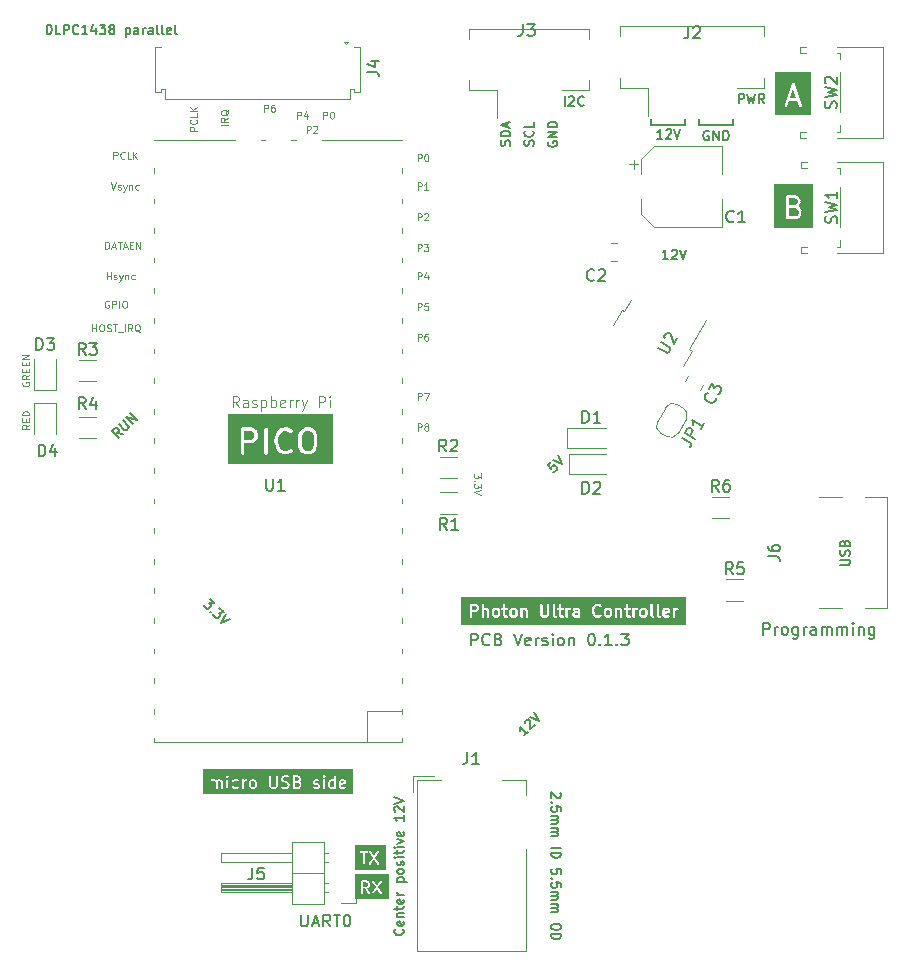
<source format=gbr>
%TF.GenerationSoftware,KiCad,Pcbnew,7.0.1*%
%TF.CreationDate,2023-06-27T14:48:06+02:00*%
%TF.ProjectId,micromirror-board-controller,6d696372-6f6d-4697-9272-6f722d626f61,rev?*%
%TF.SameCoordinates,Original*%
%TF.FileFunction,Legend,Top*%
%TF.FilePolarity,Positive*%
%FSLAX46Y46*%
G04 Gerber Fmt 4.6, Leading zero omitted, Abs format (unit mm)*
G04 Created by KiCad (PCBNEW 7.0.1) date 2023-06-27 14:48:06*
%MOMM*%
%LPD*%
G01*
G04 APERTURE LIST*
%ADD10C,0.150000*%
%ADD11C,0.100000*%
%ADD12C,0.200000*%
%ADD13C,0.250000*%
%ADD14C,0.300000*%
%ADD15C,0.120000*%
G04 APERTURE END LIST*
D10*
X172190000Y-67000000D02*
X172190000Y-66500000D01*
X173360000Y-66520000D02*
X173360000Y-67020000D01*
X169310000Y-67000000D02*
X172190000Y-67000000D01*
X176240000Y-67020000D02*
X176240000Y-66520000D01*
X173360000Y-67020000D02*
X176240000Y-67020000D01*
X169310000Y-66500000D02*
X169310000Y-67000000D01*
D11*
X136557143Y-65877571D02*
X136557143Y-65277571D01*
X136557143Y-65277571D02*
X136785714Y-65277571D01*
X136785714Y-65277571D02*
X136842857Y-65306142D01*
X136842857Y-65306142D02*
X136871428Y-65334714D01*
X136871428Y-65334714D02*
X136900000Y-65391857D01*
X136900000Y-65391857D02*
X136900000Y-65477571D01*
X136900000Y-65477571D02*
X136871428Y-65534714D01*
X136871428Y-65534714D02*
X136842857Y-65563285D01*
X136842857Y-65563285D02*
X136785714Y-65591857D01*
X136785714Y-65591857D02*
X136557143Y-65591857D01*
X137414286Y-65277571D02*
X137300000Y-65277571D01*
X137300000Y-65277571D02*
X137242857Y-65306142D01*
X137242857Y-65306142D02*
X137214286Y-65334714D01*
X137214286Y-65334714D02*
X137157143Y-65420428D01*
X137157143Y-65420428D02*
X137128571Y-65534714D01*
X137128571Y-65534714D02*
X137128571Y-65763285D01*
X137128571Y-65763285D02*
X137157143Y-65820428D01*
X137157143Y-65820428D02*
X137185714Y-65849000D01*
X137185714Y-65849000D02*
X137242857Y-65877571D01*
X137242857Y-65877571D02*
X137357143Y-65877571D01*
X137357143Y-65877571D02*
X137414286Y-65849000D01*
X137414286Y-65849000D02*
X137442857Y-65820428D01*
X137442857Y-65820428D02*
X137471428Y-65763285D01*
X137471428Y-65763285D02*
X137471428Y-65620428D01*
X137471428Y-65620428D02*
X137442857Y-65563285D01*
X137442857Y-65563285D02*
X137414286Y-65534714D01*
X137414286Y-65534714D02*
X137357143Y-65506142D01*
X137357143Y-65506142D02*
X137242857Y-65506142D01*
X137242857Y-65506142D02*
X137185714Y-65534714D01*
X137185714Y-65534714D02*
X137157143Y-65563285D01*
X137157143Y-65563285D02*
X137128571Y-65620428D01*
X149557143Y-70077571D02*
X149557143Y-69477571D01*
X149557143Y-69477571D02*
X149785714Y-69477571D01*
X149785714Y-69477571D02*
X149842857Y-69506142D01*
X149842857Y-69506142D02*
X149871428Y-69534714D01*
X149871428Y-69534714D02*
X149900000Y-69591857D01*
X149900000Y-69591857D02*
X149900000Y-69677571D01*
X149900000Y-69677571D02*
X149871428Y-69734714D01*
X149871428Y-69734714D02*
X149842857Y-69763285D01*
X149842857Y-69763285D02*
X149785714Y-69791857D01*
X149785714Y-69791857D02*
X149557143Y-69791857D01*
X150271428Y-69477571D02*
X150328571Y-69477571D01*
X150328571Y-69477571D02*
X150385714Y-69506142D01*
X150385714Y-69506142D02*
X150414286Y-69534714D01*
X150414286Y-69534714D02*
X150442857Y-69591857D01*
X150442857Y-69591857D02*
X150471428Y-69706142D01*
X150471428Y-69706142D02*
X150471428Y-69849000D01*
X150471428Y-69849000D02*
X150442857Y-69963285D01*
X150442857Y-69963285D02*
X150414286Y-70020428D01*
X150414286Y-70020428D02*
X150385714Y-70049000D01*
X150385714Y-70049000D02*
X150328571Y-70077571D01*
X150328571Y-70077571D02*
X150271428Y-70077571D01*
X150271428Y-70077571D02*
X150214286Y-70049000D01*
X150214286Y-70049000D02*
X150185714Y-70020428D01*
X150185714Y-70020428D02*
X150157143Y-69963285D01*
X150157143Y-69963285D02*
X150128571Y-69849000D01*
X150128571Y-69849000D02*
X150128571Y-69706142D01*
X150128571Y-69706142D02*
X150157143Y-69591857D01*
X150157143Y-69591857D02*
X150185714Y-69534714D01*
X150185714Y-69534714D02*
X150214286Y-69506142D01*
X150214286Y-69506142D02*
X150271428Y-69477571D01*
D10*
X157332000Y-68771428D02*
X157370095Y-68657142D01*
X157370095Y-68657142D02*
X157370095Y-68466666D01*
X157370095Y-68466666D02*
X157332000Y-68390475D01*
X157332000Y-68390475D02*
X157293904Y-68352380D01*
X157293904Y-68352380D02*
X157217714Y-68314285D01*
X157217714Y-68314285D02*
X157141523Y-68314285D01*
X157141523Y-68314285D02*
X157065333Y-68352380D01*
X157065333Y-68352380D02*
X157027238Y-68390475D01*
X157027238Y-68390475D02*
X156989142Y-68466666D01*
X156989142Y-68466666D02*
X156951047Y-68619047D01*
X156951047Y-68619047D02*
X156912952Y-68695237D01*
X156912952Y-68695237D02*
X156874857Y-68733332D01*
X156874857Y-68733332D02*
X156798666Y-68771428D01*
X156798666Y-68771428D02*
X156722476Y-68771428D01*
X156722476Y-68771428D02*
X156646285Y-68733332D01*
X156646285Y-68733332D02*
X156608190Y-68695237D01*
X156608190Y-68695237D02*
X156570095Y-68619047D01*
X156570095Y-68619047D02*
X156570095Y-68428570D01*
X156570095Y-68428570D02*
X156608190Y-68314285D01*
X157370095Y-67971427D02*
X156570095Y-67971427D01*
X156570095Y-67971427D02*
X156570095Y-67780951D01*
X156570095Y-67780951D02*
X156608190Y-67666665D01*
X156608190Y-67666665D02*
X156684380Y-67590475D01*
X156684380Y-67590475D02*
X156760571Y-67552380D01*
X156760571Y-67552380D02*
X156912952Y-67514284D01*
X156912952Y-67514284D02*
X157027238Y-67514284D01*
X157027238Y-67514284D02*
X157179619Y-67552380D01*
X157179619Y-67552380D02*
X157255809Y-67590475D01*
X157255809Y-67590475D02*
X157332000Y-67666665D01*
X157332000Y-67666665D02*
X157370095Y-67780951D01*
X157370095Y-67780951D02*
X157370095Y-67971427D01*
X157141523Y-67209523D02*
X157141523Y-66828570D01*
X157370095Y-67285713D02*
X156570095Y-67019046D01*
X156570095Y-67019046D02*
X157370095Y-66752380D01*
X170754761Y-78370095D02*
X170297618Y-78370095D01*
X170526190Y-78370095D02*
X170526190Y-77570095D01*
X170526190Y-77570095D02*
X170449999Y-77684380D01*
X170449999Y-77684380D02*
X170373809Y-77760571D01*
X170373809Y-77760571D02*
X170297618Y-77798666D01*
X171059523Y-77646285D02*
X171097619Y-77608190D01*
X171097619Y-77608190D02*
X171173809Y-77570095D01*
X171173809Y-77570095D02*
X171364285Y-77570095D01*
X171364285Y-77570095D02*
X171440476Y-77608190D01*
X171440476Y-77608190D02*
X171478571Y-77646285D01*
X171478571Y-77646285D02*
X171516666Y-77722476D01*
X171516666Y-77722476D02*
X171516666Y-77798666D01*
X171516666Y-77798666D02*
X171478571Y-77912952D01*
X171478571Y-77912952D02*
X171021428Y-78370095D01*
X171021428Y-78370095D02*
X171516666Y-78370095D01*
X171745238Y-77570095D02*
X172011905Y-78370095D01*
X172011905Y-78370095D02*
X172278571Y-77570095D01*
X160838262Y-95553760D02*
X160568888Y-95823134D01*
X160568888Y-95823134D02*
X160811324Y-96119446D01*
X160811324Y-96119446D02*
X160811324Y-96065571D01*
X160811324Y-96065571D02*
X160838262Y-95984759D01*
X160838262Y-95984759D02*
X160972949Y-95850072D01*
X160972949Y-95850072D02*
X161053761Y-95823134D01*
X161053761Y-95823134D02*
X161107636Y-95823134D01*
X161107636Y-95823134D02*
X161188448Y-95850072D01*
X161188448Y-95850072D02*
X161323135Y-95984759D01*
X161323135Y-95984759D02*
X161350072Y-96065571D01*
X161350072Y-96065571D02*
X161350072Y-96119446D01*
X161350072Y-96119446D02*
X161323135Y-96200258D01*
X161323135Y-96200258D02*
X161188448Y-96334945D01*
X161188448Y-96334945D02*
X161107636Y-96361882D01*
X161107636Y-96361882D02*
X161053761Y-96361882D01*
X161026824Y-95365198D02*
X161781071Y-95742322D01*
X161781071Y-95742322D02*
X161403947Y-94988075D01*
X148293904Y-135099999D02*
X148332000Y-135138095D01*
X148332000Y-135138095D02*
X148370095Y-135252380D01*
X148370095Y-135252380D02*
X148370095Y-135328571D01*
X148370095Y-135328571D02*
X148332000Y-135442857D01*
X148332000Y-135442857D02*
X148255809Y-135519047D01*
X148255809Y-135519047D02*
X148179619Y-135557142D01*
X148179619Y-135557142D02*
X148027238Y-135595238D01*
X148027238Y-135595238D02*
X147912952Y-135595238D01*
X147912952Y-135595238D02*
X147760571Y-135557142D01*
X147760571Y-135557142D02*
X147684380Y-135519047D01*
X147684380Y-135519047D02*
X147608190Y-135442857D01*
X147608190Y-135442857D02*
X147570095Y-135328571D01*
X147570095Y-135328571D02*
X147570095Y-135252380D01*
X147570095Y-135252380D02*
X147608190Y-135138095D01*
X147608190Y-135138095D02*
X147646285Y-135099999D01*
X148332000Y-134452380D02*
X148370095Y-134528571D01*
X148370095Y-134528571D02*
X148370095Y-134680952D01*
X148370095Y-134680952D02*
X148332000Y-134757142D01*
X148332000Y-134757142D02*
X148255809Y-134795238D01*
X148255809Y-134795238D02*
X147951047Y-134795238D01*
X147951047Y-134795238D02*
X147874857Y-134757142D01*
X147874857Y-134757142D02*
X147836761Y-134680952D01*
X147836761Y-134680952D02*
X147836761Y-134528571D01*
X147836761Y-134528571D02*
X147874857Y-134452380D01*
X147874857Y-134452380D02*
X147951047Y-134414285D01*
X147951047Y-134414285D02*
X148027238Y-134414285D01*
X148027238Y-134414285D02*
X148103428Y-134795238D01*
X147836761Y-134071428D02*
X148370095Y-134071428D01*
X147912952Y-134071428D02*
X147874857Y-134033333D01*
X147874857Y-134033333D02*
X147836761Y-133957143D01*
X147836761Y-133957143D02*
X147836761Y-133842857D01*
X147836761Y-133842857D02*
X147874857Y-133766666D01*
X147874857Y-133766666D02*
X147951047Y-133728571D01*
X147951047Y-133728571D02*
X148370095Y-133728571D01*
X147836761Y-133461904D02*
X147836761Y-133157142D01*
X147570095Y-133347618D02*
X148255809Y-133347618D01*
X148255809Y-133347618D02*
X148332000Y-133309523D01*
X148332000Y-133309523D02*
X148370095Y-133233333D01*
X148370095Y-133233333D02*
X148370095Y-133157142D01*
X148332000Y-132585713D02*
X148370095Y-132661904D01*
X148370095Y-132661904D02*
X148370095Y-132814285D01*
X148370095Y-132814285D02*
X148332000Y-132890475D01*
X148332000Y-132890475D02*
X148255809Y-132928571D01*
X148255809Y-132928571D02*
X147951047Y-132928571D01*
X147951047Y-132928571D02*
X147874857Y-132890475D01*
X147874857Y-132890475D02*
X147836761Y-132814285D01*
X147836761Y-132814285D02*
X147836761Y-132661904D01*
X147836761Y-132661904D02*
X147874857Y-132585713D01*
X147874857Y-132585713D02*
X147951047Y-132547618D01*
X147951047Y-132547618D02*
X148027238Y-132547618D01*
X148027238Y-132547618D02*
X148103428Y-132928571D01*
X148370095Y-132204761D02*
X147836761Y-132204761D01*
X147989142Y-132204761D02*
X147912952Y-132166666D01*
X147912952Y-132166666D02*
X147874857Y-132128571D01*
X147874857Y-132128571D02*
X147836761Y-132052380D01*
X147836761Y-132052380D02*
X147836761Y-131976190D01*
X147836761Y-131099999D02*
X148636761Y-131099999D01*
X147874857Y-131099999D02*
X147836761Y-131023809D01*
X147836761Y-131023809D02*
X147836761Y-130871428D01*
X147836761Y-130871428D02*
X147874857Y-130795237D01*
X147874857Y-130795237D02*
X147912952Y-130757142D01*
X147912952Y-130757142D02*
X147989142Y-130719047D01*
X147989142Y-130719047D02*
X148217714Y-130719047D01*
X148217714Y-130719047D02*
X148293904Y-130757142D01*
X148293904Y-130757142D02*
X148332000Y-130795237D01*
X148332000Y-130795237D02*
X148370095Y-130871428D01*
X148370095Y-130871428D02*
X148370095Y-131023809D01*
X148370095Y-131023809D02*
X148332000Y-131099999D01*
X148370095Y-130261904D02*
X148332000Y-130338094D01*
X148332000Y-130338094D02*
X148293904Y-130376189D01*
X148293904Y-130376189D02*
X148217714Y-130414285D01*
X148217714Y-130414285D02*
X147989142Y-130414285D01*
X147989142Y-130414285D02*
X147912952Y-130376189D01*
X147912952Y-130376189D02*
X147874857Y-130338094D01*
X147874857Y-130338094D02*
X147836761Y-130261904D01*
X147836761Y-130261904D02*
X147836761Y-130147618D01*
X147836761Y-130147618D02*
X147874857Y-130071427D01*
X147874857Y-130071427D02*
X147912952Y-130033332D01*
X147912952Y-130033332D02*
X147989142Y-129995237D01*
X147989142Y-129995237D02*
X148217714Y-129995237D01*
X148217714Y-129995237D02*
X148293904Y-130033332D01*
X148293904Y-130033332D02*
X148332000Y-130071427D01*
X148332000Y-130071427D02*
X148370095Y-130147618D01*
X148370095Y-130147618D02*
X148370095Y-130261904D01*
X148332000Y-129690475D02*
X148370095Y-129614284D01*
X148370095Y-129614284D02*
X148370095Y-129461903D01*
X148370095Y-129461903D02*
X148332000Y-129385713D01*
X148332000Y-129385713D02*
X148255809Y-129347617D01*
X148255809Y-129347617D02*
X148217714Y-129347617D01*
X148217714Y-129347617D02*
X148141523Y-129385713D01*
X148141523Y-129385713D02*
X148103428Y-129461903D01*
X148103428Y-129461903D02*
X148103428Y-129576189D01*
X148103428Y-129576189D02*
X148065333Y-129652379D01*
X148065333Y-129652379D02*
X147989142Y-129690475D01*
X147989142Y-129690475D02*
X147951047Y-129690475D01*
X147951047Y-129690475D02*
X147874857Y-129652379D01*
X147874857Y-129652379D02*
X147836761Y-129576189D01*
X147836761Y-129576189D02*
X147836761Y-129461903D01*
X147836761Y-129461903D02*
X147874857Y-129385713D01*
X148370095Y-129004760D02*
X147836761Y-129004760D01*
X147570095Y-129004760D02*
X147608190Y-129042856D01*
X147608190Y-129042856D02*
X147646285Y-129004760D01*
X147646285Y-129004760D02*
X147608190Y-128966665D01*
X147608190Y-128966665D02*
X147570095Y-129004760D01*
X147570095Y-129004760D02*
X147646285Y-129004760D01*
X147836761Y-128738094D02*
X147836761Y-128433332D01*
X147570095Y-128623808D02*
X148255809Y-128623808D01*
X148255809Y-128623808D02*
X148332000Y-128585713D01*
X148332000Y-128585713D02*
X148370095Y-128509523D01*
X148370095Y-128509523D02*
X148370095Y-128433332D01*
X148370095Y-128166665D02*
X147836761Y-128166665D01*
X147570095Y-128166665D02*
X147608190Y-128204761D01*
X147608190Y-128204761D02*
X147646285Y-128166665D01*
X147646285Y-128166665D02*
X147608190Y-128128570D01*
X147608190Y-128128570D02*
X147570095Y-128166665D01*
X147570095Y-128166665D02*
X147646285Y-128166665D01*
X147836761Y-127861904D02*
X148370095Y-127671428D01*
X148370095Y-127671428D02*
X147836761Y-127480951D01*
X148332000Y-126871427D02*
X148370095Y-126947618D01*
X148370095Y-126947618D02*
X148370095Y-127099999D01*
X148370095Y-127099999D02*
X148332000Y-127176189D01*
X148332000Y-127176189D02*
X148255809Y-127214285D01*
X148255809Y-127214285D02*
X147951047Y-127214285D01*
X147951047Y-127214285D02*
X147874857Y-127176189D01*
X147874857Y-127176189D02*
X147836761Y-127099999D01*
X147836761Y-127099999D02*
X147836761Y-126947618D01*
X147836761Y-126947618D02*
X147874857Y-126871427D01*
X147874857Y-126871427D02*
X147951047Y-126833332D01*
X147951047Y-126833332D02*
X148027238Y-126833332D01*
X148027238Y-126833332D02*
X148103428Y-127214285D01*
X148370095Y-125461904D02*
X148370095Y-125919047D01*
X148370095Y-125690475D02*
X147570095Y-125690475D01*
X147570095Y-125690475D02*
X147684380Y-125766666D01*
X147684380Y-125766666D02*
X147760571Y-125842856D01*
X147760571Y-125842856D02*
X147798666Y-125919047D01*
X147646285Y-125157142D02*
X147608190Y-125119046D01*
X147608190Y-125119046D02*
X147570095Y-125042856D01*
X147570095Y-125042856D02*
X147570095Y-124852380D01*
X147570095Y-124852380D02*
X147608190Y-124776189D01*
X147608190Y-124776189D02*
X147646285Y-124738094D01*
X147646285Y-124738094D02*
X147722476Y-124699999D01*
X147722476Y-124699999D02*
X147798666Y-124699999D01*
X147798666Y-124699999D02*
X147912952Y-124738094D01*
X147912952Y-124738094D02*
X148370095Y-125195237D01*
X148370095Y-125195237D02*
X148370095Y-124699999D01*
X147570095Y-124471427D02*
X148370095Y-124204760D01*
X148370095Y-124204760D02*
X147570095Y-123938094D01*
D11*
X123800000Y-69877571D02*
X123800000Y-69277571D01*
X123800000Y-69277571D02*
X124028571Y-69277571D01*
X124028571Y-69277571D02*
X124085714Y-69306142D01*
X124085714Y-69306142D02*
X124114285Y-69334714D01*
X124114285Y-69334714D02*
X124142857Y-69391857D01*
X124142857Y-69391857D02*
X124142857Y-69477571D01*
X124142857Y-69477571D02*
X124114285Y-69534714D01*
X124114285Y-69534714D02*
X124085714Y-69563285D01*
X124085714Y-69563285D02*
X124028571Y-69591857D01*
X124028571Y-69591857D02*
X123800000Y-69591857D01*
X124742857Y-69820428D02*
X124714285Y-69849000D01*
X124714285Y-69849000D02*
X124628571Y-69877571D01*
X124628571Y-69877571D02*
X124571428Y-69877571D01*
X124571428Y-69877571D02*
X124485714Y-69849000D01*
X124485714Y-69849000D02*
X124428571Y-69791857D01*
X124428571Y-69791857D02*
X124400000Y-69734714D01*
X124400000Y-69734714D02*
X124371428Y-69620428D01*
X124371428Y-69620428D02*
X124371428Y-69534714D01*
X124371428Y-69534714D02*
X124400000Y-69420428D01*
X124400000Y-69420428D02*
X124428571Y-69363285D01*
X124428571Y-69363285D02*
X124485714Y-69306142D01*
X124485714Y-69306142D02*
X124571428Y-69277571D01*
X124571428Y-69277571D02*
X124628571Y-69277571D01*
X124628571Y-69277571D02*
X124714285Y-69306142D01*
X124714285Y-69306142D02*
X124742857Y-69334714D01*
X125285714Y-69877571D02*
X125000000Y-69877571D01*
X125000000Y-69877571D02*
X125000000Y-69277571D01*
X125485714Y-69877571D02*
X125485714Y-69277571D01*
X125828571Y-69877571D02*
X125571428Y-69534714D01*
X125828571Y-69277571D02*
X125485714Y-69620428D01*
D10*
X131968929Y-107110952D02*
X132319115Y-107461138D01*
X132319115Y-107461138D02*
X131915054Y-107488075D01*
X131915054Y-107488075D02*
X131995866Y-107568887D01*
X131995866Y-107568887D02*
X132022804Y-107649700D01*
X132022804Y-107649700D02*
X132022804Y-107703574D01*
X132022804Y-107703574D02*
X131995866Y-107784387D01*
X131995866Y-107784387D02*
X131861179Y-107919074D01*
X131861179Y-107919074D02*
X131780367Y-107946011D01*
X131780367Y-107946011D02*
X131726492Y-107946011D01*
X131726492Y-107946011D02*
X131645680Y-107919074D01*
X131645680Y-107919074D02*
X131484055Y-107757449D01*
X131484055Y-107757449D02*
X131457118Y-107676637D01*
X131457118Y-107676637D02*
X131457118Y-107622762D01*
X132049741Y-108215385D02*
X132049741Y-108269260D01*
X132049741Y-108269260D02*
X131995866Y-108269260D01*
X131995866Y-108269260D02*
X131995866Y-108215385D01*
X131995866Y-108215385D02*
X132049741Y-108215385D01*
X132049741Y-108215385D02*
X131995866Y-108269260D01*
X132777051Y-107919073D02*
X133127237Y-108269260D01*
X133127237Y-108269260D02*
X132723176Y-108296197D01*
X132723176Y-108296197D02*
X132803988Y-108377009D01*
X132803988Y-108377009D02*
X132830925Y-108457822D01*
X132830925Y-108457822D02*
X132830925Y-108511696D01*
X132830925Y-108511696D02*
X132803988Y-108592509D01*
X132803988Y-108592509D02*
X132669301Y-108727196D01*
X132669301Y-108727196D02*
X132588489Y-108754133D01*
X132588489Y-108754133D02*
X132534614Y-108754133D01*
X132534614Y-108754133D02*
X132453802Y-108727196D01*
X132453802Y-108727196D02*
X132292177Y-108565571D01*
X132292177Y-108565571D02*
X132265240Y-108484759D01*
X132265240Y-108484759D02*
X132265240Y-108430884D01*
X133288861Y-108430884D02*
X132911738Y-109185132D01*
X132911738Y-109185132D02*
X133665985Y-108808008D01*
X160608190Y-68409523D02*
X160570095Y-68485713D01*
X160570095Y-68485713D02*
X160570095Y-68599999D01*
X160570095Y-68599999D02*
X160608190Y-68714285D01*
X160608190Y-68714285D02*
X160684380Y-68790475D01*
X160684380Y-68790475D02*
X160760571Y-68828570D01*
X160760571Y-68828570D02*
X160912952Y-68866666D01*
X160912952Y-68866666D02*
X161027238Y-68866666D01*
X161027238Y-68866666D02*
X161179619Y-68828570D01*
X161179619Y-68828570D02*
X161255809Y-68790475D01*
X161255809Y-68790475D02*
X161332000Y-68714285D01*
X161332000Y-68714285D02*
X161370095Y-68599999D01*
X161370095Y-68599999D02*
X161370095Y-68523808D01*
X161370095Y-68523808D02*
X161332000Y-68409523D01*
X161332000Y-68409523D02*
X161293904Y-68371427D01*
X161293904Y-68371427D02*
X161027238Y-68371427D01*
X161027238Y-68371427D02*
X161027238Y-68523808D01*
X161370095Y-68028570D02*
X160570095Y-68028570D01*
X160570095Y-68028570D02*
X161370095Y-67571427D01*
X161370095Y-67571427D02*
X160570095Y-67571427D01*
X161370095Y-67190475D02*
X160570095Y-67190475D01*
X160570095Y-67190475D02*
X160570095Y-66999999D01*
X160570095Y-66999999D02*
X160608190Y-66885713D01*
X160608190Y-66885713D02*
X160684380Y-66809523D01*
X160684380Y-66809523D02*
X160760571Y-66771428D01*
X160760571Y-66771428D02*
X160912952Y-66733332D01*
X160912952Y-66733332D02*
X161027238Y-66733332D01*
X161027238Y-66733332D02*
X161179619Y-66771428D01*
X161179619Y-66771428D02*
X161255809Y-66809523D01*
X161255809Y-66809523D02*
X161332000Y-66885713D01*
X161332000Y-66885713D02*
X161370095Y-66999999D01*
X161370095Y-66999999D02*
X161370095Y-67190475D01*
X176733333Y-65170095D02*
X176733333Y-64370095D01*
X176733333Y-64370095D02*
X177038095Y-64370095D01*
X177038095Y-64370095D02*
X177114285Y-64408190D01*
X177114285Y-64408190D02*
X177152380Y-64446285D01*
X177152380Y-64446285D02*
X177190476Y-64522476D01*
X177190476Y-64522476D02*
X177190476Y-64636761D01*
X177190476Y-64636761D02*
X177152380Y-64712952D01*
X177152380Y-64712952D02*
X177114285Y-64751047D01*
X177114285Y-64751047D02*
X177038095Y-64789142D01*
X177038095Y-64789142D02*
X176733333Y-64789142D01*
X177457142Y-64370095D02*
X177647618Y-65170095D01*
X177647618Y-65170095D02*
X177799999Y-64598666D01*
X177799999Y-64598666D02*
X177952380Y-65170095D01*
X177952380Y-65170095D02*
X178142857Y-64370095D01*
X178904762Y-65170095D02*
X178638095Y-64789142D01*
X178447619Y-65170095D02*
X178447619Y-64370095D01*
X178447619Y-64370095D02*
X178752381Y-64370095D01*
X178752381Y-64370095D02*
X178828571Y-64408190D01*
X178828571Y-64408190D02*
X178866666Y-64446285D01*
X178866666Y-64446285D02*
X178904762Y-64522476D01*
X178904762Y-64522476D02*
X178904762Y-64636761D01*
X178904762Y-64636761D02*
X178866666Y-64712952D01*
X178866666Y-64712952D02*
X178828571Y-64751047D01*
X178828571Y-64751047D02*
X178752381Y-64789142D01*
X178752381Y-64789142D02*
X178447619Y-64789142D01*
X178798095Y-110167619D02*
X178798095Y-109167619D01*
X178798095Y-109167619D02*
X179179047Y-109167619D01*
X179179047Y-109167619D02*
X179274285Y-109215238D01*
X179274285Y-109215238D02*
X179321904Y-109262857D01*
X179321904Y-109262857D02*
X179369523Y-109358095D01*
X179369523Y-109358095D02*
X179369523Y-109500952D01*
X179369523Y-109500952D02*
X179321904Y-109596190D01*
X179321904Y-109596190D02*
X179274285Y-109643809D01*
X179274285Y-109643809D02*
X179179047Y-109691428D01*
X179179047Y-109691428D02*
X178798095Y-109691428D01*
X179798095Y-110167619D02*
X179798095Y-109500952D01*
X179798095Y-109691428D02*
X179845714Y-109596190D01*
X179845714Y-109596190D02*
X179893333Y-109548571D01*
X179893333Y-109548571D02*
X179988571Y-109500952D01*
X179988571Y-109500952D02*
X180083809Y-109500952D01*
X180560000Y-110167619D02*
X180464762Y-110120000D01*
X180464762Y-110120000D02*
X180417143Y-110072380D01*
X180417143Y-110072380D02*
X180369524Y-109977142D01*
X180369524Y-109977142D02*
X180369524Y-109691428D01*
X180369524Y-109691428D02*
X180417143Y-109596190D01*
X180417143Y-109596190D02*
X180464762Y-109548571D01*
X180464762Y-109548571D02*
X180560000Y-109500952D01*
X180560000Y-109500952D02*
X180702857Y-109500952D01*
X180702857Y-109500952D02*
X180798095Y-109548571D01*
X180798095Y-109548571D02*
X180845714Y-109596190D01*
X180845714Y-109596190D02*
X180893333Y-109691428D01*
X180893333Y-109691428D02*
X180893333Y-109977142D01*
X180893333Y-109977142D02*
X180845714Y-110072380D01*
X180845714Y-110072380D02*
X180798095Y-110120000D01*
X180798095Y-110120000D02*
X180702857Y-110167619D01*
X180702857Y-110167619D02*
X180560000Y-110167619D01*
X181750476Y-109500952D02*
X181750476Y-110310476D01*
X181750476Y-110310476D02*
X181702857Y-110405714D01*
X181702857Y-110405714D02*
X181655238Y-110453333D01*
X181655238Y-110453333D02*
X181560000Y-110500952D01*
X181560000Y-110500952D02*
X181417143Y-110500952D01*
X181417143Y-110500952D02*
X181321905Y-110453333D01*
X181750476Y-110120000D02*
X181655238Y-110167619D01*
X181655238Y-110167619D02*
X181464762Y-110167619D01*
X181464762Y-110167619D02*
X181369524Y-110120000D01*
X181369524Y-110120000D02*
X181321905Y-110072380D01*
X181321905Y-110072380D02*
X181274286Y-109977142D01*
X181274286Y-109977142D02*
X181274286Y-109691428D01*
X181274286Y-109691428D02*
X181321905Y-109596190D01*
X181321905Y-109596190D02*
X181369524Y-109548571D01*
X181369524Y-109548571D02*
X181464762Y-109500952D01*
X181464762Y-109500952D02*
X181655238Y-109500952D01*
X181655238Y-109500952D02*
X181750476Y-109548571D01*
X182226667Y-110167619D02*
X182226667Y-109500952D01*
X182226667Y-109691428D02*
X182274286Y-109596190D01*
X182274286Y-109596190D02*
X182321905Y-109548571D01*
X182321905Y-109548571D02*
X182417143Y-109500952D01*
X182417143Y-109500952D02*
X182512381Y-109500952D01*
X183274286Y-110167619D02*
X183274286Y-109643809D01*
X183274286Y-109643809D02*
X183226667Y-109548571D01*
X183226667Y-109548571D02*
X183131429Y-109500952D01*
X183131429Y-109500952D02*
X182940953Y-109500952D01*
X182940953Y-109500952D02*
X182845715Y-109548571D01*
X183274286Y-110120000D02*
X183179048Y-110167619D01*
X183179048Y-110167619D02*
X182940953Y-110167619D01*
X182940953Y-110167619D02*
X182845715Y-110120000D01*
X182845715Y-110120000D02*
X182798096Y-110024761D01*
X182798096Y-110024761D02*
X182798096Y-109929523D01*
X182798096Y-109929523D02*
X182845715Y-109834285D01*
X182845715Y-109834285D02*
X182940953Y-109786666D01*
X182940953Y-109786666D02*
X183179048Y-109786666D01*
X183179048Y-109786666D02*
X183274286Y-109739047D01*
X183750477Y-110167619D02*
X183750477Y-109500952D01*
X183750477Y-109596190D02*
X183798096Y-109548571D01*
X183798096Y-109548571D02*
X183893334Y-109500952D01*
X183893334Y-109500952D02*
X184036191Y-109500952D01*
X184036191Y-109500952D02*
X184131429Y-109548571D01*
X184131429Y-109548571D02*
X184179048Y-109643809D01*
X184179048Y-109643809D02*
X184179048Y-110167619D01*
X184179048Y-109643809D02*
X184226667Y-109548571D01*
X184226667Y-109548571D02*
X184321905Y-109500952D01*
X184321905Y-109500952D02*
X184464762Y-109500952D01*
X184464762Y-109500952D02*
X184560001Y-109548571D01*
X184560001Y-109548571D02*
X184607620Y-109643809D01*
X184607620Y-109643809D02*
X184607620Y-110167619D01*
X185083810Y-110167619D02*
X185083810Y-109500952D01*
X185083810Y-109596190D02*
X185131429Y-109548571D01*
X185131429Y-109548571D02*
X185226667Y-109500952D01*
X185226667Y-109500952D02*
X185369524Y-109500952D01*
X185369524Y-109500952D02*
X185464762Y-109548571D01*
X185464762Y-109548571D02*
X185512381Y-109643809D01*
X185512381Y-109643809D02*
X185512381Y-110167619D01*
X185512381Y-109643809D02*
X185560000Y-109548571D01*
X185560000Y-109548571D02*
X185655238Y-109500952D01*
X185655238Y-109500952D02*
X185798095Y-109500952D01*
X185798095Y-109500952D02*
X185893334Y-109548571D01*
X185893334Y-109548571D02*
X185940953Y-109643809D01*
X185940953Y-109643809D02*
X185940953Y-110167619D01*
X186417143Y-110167619D02*
X186417143Y-109500952D01*
X186417143Y-109167619D02*
X186369524Y-109215238D01*
X186369524Y-109215238D02*
X186417143Y-109262857D01*
X186417143Y-109262857D02*
X186464762Y-109215238D01*
X186464762Y-109215238D02*
X186417143Y-109167619D01*
X186417143Y-109167619D02*
X186417143Y-109262857D01*
X186893333Y-109500952D02*
X186893333Y-110167619D01*
X186893333Y-109596190D02*
X186940952Y-109548571D01*
X186940952Y-109548571D02*
X187036190Y-109500952D01*
X187036190Y-109500952D02*
X187179047Y-109500952D01*
X187179047Y-109500952D02*
X187274285Y-109548571D01*
X187274285Y-109548571D02*
X187321904Y-109643809D01*
X187321904Y-109643809D02*
X187321904Y-110167619D01*
X188226666Y-109500952D02*
X188226666Y-110310476D01*
X188226666Y-110310476D02*
X188179047Y-110405714D01*
X188179047Y-110405714D02*
X188131428Y-110453333D01*
X188131428Y-110453333D02*
X188036190Y-110500952D01*
X188036190Y-110500952D02*
X187893333Y-110500952D01*
X187893333Y-110500952D02*
X187798095Y-110453333D01*
X188226666Y-110120000D02*
X188131428Y-110167619D01*
X188131428Y-110167619D02*
X187940952Y-110167619D01*
X187940952Y-110167619D02*
X187845714Y-110120000D01*
X187845714Y-110120000D02*
X187798095Y-110072380D01*
X187798095Y-110072380D02*
X187750476Y-109977142D01*
X187750476Y-109977142D02*
X187750476Y-109691428D01*
X187750476Y-109691428D02*
X187798095Y-109596190D01*
X187798095Y-109596190D02*
X187845714Y-109548571D01*
X187845714Y-109548571D02*
X187940952Y-109500952D01*
X187940952Y-109500952D02*
X188131428Y-109500952D01*
X188131428Y-109500952D02*
X188226666Y-109548571D01*
D12*
G36*
X170713085Y-108088106D02*
G01*
X170730536Y-108123007D01*
X170459050Y-108177305D01*
X170459050Y-108132415D01*
X170481204Y-108088106D01*
X170525513Y-108065952D01*
X170668777Y-108065952D01*
X170713085Y-108088106D01*
G37*
G36*
X168776003Y-108095756D02*
G01*
X168800673Y-108120426D01*
X168830477Y-108180034D01*
X168830477Y-108418536D01*
X168800673Y-108478143D01*
X168776002Y-108502814D01*
X168716395Y-108532619D01*
X168620750Y-108532619D01*
X168561143Y-108502815D01*
X168536472Y-108478143D01*
X168506668Y-108418536D01*
X168506668Y-108180034D01*
X168536472Y-108120425D01*
X168561142Y-108095756D01*
X168620750Y-108065952D01*
X168716395Y-108065952D01*
X168776003Y-108095756D01*
G37*
G36*
X165776002Y-108095756D02*
G01*
X165800672Y-108120426D01*
X165830476Y-108180034D01*
X165830476Y-108418536D01*
X165800672Y-108478143D01*
X165776001Y-108502814D01*
X165716394Y-108532619D01*
X165620749Y-108532619D01*
X165561142Y-108502815D01*
X165536471Y-108478143D01*
X165506667Y-108418536D01*
X165506667Y-108180034D01*
X165536471Y-108120425D01*
X165561141Y-108095756D01*
X165620749Y-108065952D01*
X165716394Y-108065952D01*
X165776002Y-108095756D01*
G37*
G36*
X163116190Y-108351733D02*
G01*
X163116190Y-108523197D01*
X163097346Y-108532619D01*
X162906463Y-108532619D01*
X162862154Y-108510464D01*
X162840000Y-108466155D01*
X162840000Y-108418129D01*
X162862154Y-108373820D01*
X162906463Y-108351666D01*
X163115567Y-108351666D01*
X163116190Y-108351733D01*
G37*
G36*
X157776000Y-108095756D02*
G01*
X157800670Y-108120426D01*
X157830474Y-108180034D01*
X157830474Y-108418536D01*
X157800670Y-108478143D01*
X157775999Y-108502814D01*
X157716392Y-108532619D01*
X157620747Y-108532619D01*
X157561140Y-108502815D01*
X157536469Y-108478143D01*
X157506665Y-108418536D01*
X157506665Y-108180034D01*
X157536469Y-108120425D01*
X157561139Y-108095756D01*
X157620747Y-108065952D01*
X157716392Y-108065952D01*
X157776000Y-108095756D01*
G37*
G36*
X156299809Y-108095756D02*
G01*
X156324479Y-108120426D01*
X156354283Y-108180034D01*
X156354283Y-108418536D01*
X156324479Y-108478143D01*
X156299808Y-108502814D01*
X156240201Y-108532619D01*
X156144556Y-108532619D01*
X156084949Y-108502815D01*
X156060278Y-108478143D01*
X156030474Y-108418536D01*
X156030474Y-108180034D01*
X156060278Y-108120425D01*
X156084948Y-108095756D01*
X156144556Y-108065952D01*
X156240201Y-108065952D01*
X156299809Y-108095756D01*
G37*
G36*
X154490285Y-107762423D02*
G01*
X154514955Y-107787093D01*
X154544759Y-107846701D01*
X154544759Y-107942346D01*
X154514955Y-108001954D01*
X154490285Y-108026623D01*
X154430677Y-108056428D01*
X154173331Y-108056428D01*
X154173331Y-107732619D01*
X154430677Y-107732619D01*
X154490285Y-107762423D01*
G37*
G36*
X172237622Y-109362857D02*
G01*
X153242379Y-109362857D01*
X153242379Y-108171260D01*
X153970170Y-108171260D01*
X153973331Y-108178182D01*
X153973331Y-108646998D01*
X153985654Y-108688966D01*
X154030036Y-108727423D01*
X154088163Y-108735780D01*
X154141582Y-108711385D01*
X154173331Y-108661982D01*
X154173331Y-108256428D01*
X154448898Y-108256428D01*
X154472741Y-108259002D01*
X154491017Y-108249863D01*
X154510630Y-108244105D01*
X154516818Y-108236963D01*
X154583026Y-108203859D01*
X154599469Y-108200282D01*
X154618948Y-108180802D01*
X154639129Y-108162031D01*
X154639613Y-108160137D01*
X154658984Y-108140766D01*
X154673451Y-108132174D01*
X154685769Y-108107537D01*
X154698980Y-108083344D01*
X154698840Y-108081395D01*
X154720020Y-108039036D01*
X154971491Y-108039036D01*
X154973331Y-108064765D01*
X154973331Y-108646998D01*
X154985654Y-108688966D01*
X155030036Y-108727423D01*
X155088163Y-108735780D01*
X155141582Y-108711385D01*
X155173331Y-108661982D01*
X155173331Y-108102611D01*
X155180186Y-108095756D01*
X155239794Y-108065952D01*
X155335439Y-108065952D01*
X155379747Y-108088106D01*
X155401902Y-108132415D01*
X155401902Y-108646998D01*
X155414225Y-108688966D01*
X155458607Y-108727423D01*
X155516734Y-108735780D01*
X155570153Y-108711385D01*
X155601902Y-108661982D01*
X155601902Y-108167616D01*
X155826854Y-108167616D01*
X155830474Y-108176344D01*
X155830474Y-108436757D01*
X155827900Y-108460600D01*
X155837038Y-108478876D01*
X155842797Y-108498489D01*
X155849938Y-108504677D01*
X155883042Y-108570884D01*
X155886619Y-108587327D01*
X155906102Y-108606810D01*
X155924871Y-108626988D01*
X155926763Y-108627471D01*
X155946135Y-108646844D01*
X155954728Y-108661311D01*
X155979366Y-108673630D01*
X156003557Y-108686840D01*
X156005506Y-108686700D01*
X156071411Y-108719653D01*
X156091587Y-108732619D01*
X156112022Y-108732619D01*
X156132138Y-108736239D01*
X156140866Y-108732619D01*
X156258422Y-108732619D01*
X156282265Y-108735193D01*
X156300541Y-108726054D01*
X156320154Y-108720296D01*
X156326342Y-108713154D01*
X156392550Y-108680050D01*
X156408994Y-108676473D01*
X156428479Y-108656987D01*
X156448653Y-108638222D01*
X156449137Y-108636328D01*
X156468510Y-108616955D01*
X156482975Y-108608364D01*
X156495292Y-108583729D01*
X156508504Y-108559533D01*
X156508364Y-108557585D01*
X156541317Y-108491680D01*
X156554283Y-108471505D01*
X156554283Y-108451070D01*
X156557903Y-108430954D01*
X156554283Y-108422226D01*
X156554283Y-108161812D01*
X156556857Y-108137969D01*
X156547718Y-108119691D01*
X156541960Y-108100081D01*
X156534818Y-108093893D01*
X156501713Y-108027682D01*
X156498137Y-108011242D01*
X156478662Y-107991767D01*
X156468446Y-107980784D01*
X156636837Y-107980784D01*
X156661232Y-108034203D01*
X156710635Y-108065952D01*
X156782855Y-108065952D01*
X156782855Y-108484376D01*
X156780281Y-108508219D01*
X156789419Y-108526496D01*
X156795178Y-108546108D01*
X156802318Y-108552295D01*
X156829638Y-108606935D01*
X156829501Y-108610820D01*
X156842645Y-108632950D01*
X156847461Y-108642582D01*
X156849964Y-108645273D01*
X156859490Y-108661311D01*
X156869572Y-108666352D01*
X156877252Y-108674608D01*
X156895328Y-108679230D01*
X156976173Y-108719653D01*
X156996349Y-108732619D01*
X157016784Y-108732619D01*
X157036900Y-108736239D01*
X157045628Y-108732619D01*
X157135329Y-108732619D01*
X157177297Y-108720296D01*
X157215754Y-108675914D01*
X157224111Y-108617787D01*
X157199716Y-108564368D01*
X157150313Y-108532619D01*
X157049318Y-108532619D01*
X157005009Y-108510464D01*
X156982855Y-108466155D01*
X156982855Y-108167616D01*
X157303045Y-108167616D01*
X157306665Y-108176344D01*
X157306665Y-108436757D01*
X157304091Y-108460600D01*
X157313229Y-108478876D01*
X157318988Y-108498489D01*
X157326129Y-108504677D01*
X157359233Y-108570884D01*
X157362810Y-108587327D01*
X157382293Y-108606810D01*
X157401062Y-108626988D01*
X157402954Y-108627471D01*
X157422326Y-108646844D01*
X157430919Y-108661311D01*
X157455557Y-108673630D01*
X157479748Y-108686840D01*
X157481697Y-108686700D01*
X157547602Y-108719653D01*
X157567778Y-108732619D01*
X157588213Y-108732619D01*
X157608329Y-108736239D01*
X157617057Y-108732619D01*
X157734613Y-108732619D01*
X157758456Y-108735193D01*
X157776732Y-108726054D01*
X157796345Y-108720296D01*
X157802533Y-108713154D01*
X157868741Y-108680050D01*
X157885185Y-108676473D01*
X157904670Y-108656987D01*
X157924844Y-108638222D01*
X157925328Y-108636328D01*
X157944701Y-108616955D01*
X157959166Y-108608364D01*
X157971483Y-108583729D01*
X157984695Y-108559533D01*
X157984555Y-108557585D01*
X158017508Y-108491680D01*
X158030474Y-108471505D01*
X158030474Y-108451070D01*
X158034094Y-108430954D01*
X158030474Y-108422226D01*
X158030474Y-108161812D01*
X158033048Y-108137969D01*
X158023909Y-108119691D01*
X158018151Y-108100081D01*
X158011009Y-108093893D01*
X157983581Y-108039036D01*
X158257206Y-108039036D01*
X158259046Y-108064765D01*
X158259046Y-108646998D01*
X158271369Y-108688966D01*
X158315751Y-108727423D01*
X158373878Y-108735780D01*
X158427297Y-108711385D01*
X158459046Y-108661982D01*
X158459046Y-108102611D01*
X158465901Y-108095756D01*
X158525509Y-108065952D01*
X158621154Y-108065952D01*
X158665462Y-108088106D01*
X158687617Y-108132415D01*
X158687617Y-108646998D01*
X158699940Y-108688966D01*
X158744322Y-108727423D01*
X158802449Y-108735780D01*
X158855868Y-108711385D01*
X158887617Y-108661982D01*
X158887617Y-108460600D01*
X159923139Y-108460600D01*
X159932277Y-108478876D01*
X159938036Y-108498489D01*
X159945177Y-108504677D01*
X159978281Y-108570884D01*
X159981858Y-108587327D01*
X160001341Y-108606810D01*
X160020110Y-108626988D01*
X160022002Y-108627471D01*
X160041374Y-108646844D01*
X160049967Y-108661311D01*
X160074605Y-108673630D01*
X160098796Y-108686840D01*
X160100745Y-108686700D01*
X160166650Y-108719653D01*
X160186826Y-108732619D01*
X160207261Y-108732619D01*
X160227377Y-108736239D01*
X160236105Y-108732619D01*
X160401280Y-108732619D01*
X160425123Y-108735193D01*
X160443399Y-108726054D01*
X160463012Y-108720296D01*
X160469200Y-108713154D01*
X160535408Y-108680050D01*
X160551852Y-108676473D01*
X160571337Y-108656987D01*
X160591511Y-108638222D01*
X160591995Y-108636328D01*
X160611368Y-108616955D01*
X160625833Y-108608364D01*
X160638150Y-108583729D01*
X160651362Y-108559533D01*
X160651222Y-108557585D01*
X160675905Y-108508219D01*
X160970758Y-108508219D01*
X160979896Y-108526496D01*
X160985655Y-108546108D01*
X160992795Y-108552295D01*
X161020115Y-108606935D01*
X161019978Y-108610820D01*
X161033122Y-108632950D01*
X161037938Y-108642582D01*
X161040441Y-108645273D01*
X161049967Y-108661311D01*
X161060049Y-108666352D01*
X161067729Y-108674608D01*
X161085805Y-108679230D01*
X161184328Y-108728492D01*
X161227377Y-108736239D01*
X161281622Y-108713741D01*
X161315092Y-108665488D01*
X161317162Y-108606799D01*
X161287173Y-108556308D01*
X161195486Y-108510464D01*
X161173332Y-108466155D01*
X161173332Y-107980784D01*
X161351124Y-107980784D01*
X161375519Y-108034203D01*
X161424922Y-108065952D01*
X161497142Y-108065952D01*
X161497142Y-108484376D01*
X161494568Y-108508219D01*
X161503706Y-108526496D01*
X161509465Y-108546108D01*
X161516605Y-108552295D01*
X161543925Y-108606935D01*
X161543788Y-108610820D01*
X161556932Y-108632950D01*
X161561748Y-108642582D01*
X161564251Y-108645273D01*
X161573777Y-108661311D01*
X161583859Y-108666352D01*
X161591539Y-108674608D01*
X161609615Y-108679230D01*
X161690460Y-108719653D01*
X161710636Y-108732619D01*
X161731071Y-108732619D01*
X161751187Y-108736239D01*
X161759915Y-108732619D01*
X161849616Y-108732619D01*
X161891584Y-108720296D01*
X161930041Y-108675914D01*
X161938398Y-108617787D01*
X161914003Y-108564368D01*
X161864600Y-108532619D01*
X161763605Y-108532619D01*
X161719296Y-108510464D01*
X161697142Y-108466155D01*
X161697142Y-108167616D01*
X162064951Y-108167616D01*
X162068571Y-108176344D01*
X162068571Y-108646998D01*
X162080894Y-108688966D01*
X162125276Y-108727423D01*
X162183403Y-108735780D01*
X162236822Y-108711385D01*
X162268571Y-108661982D01*
X162268571Y-108405711D01*
X162636380Y-108405711D01*
X162640000Y-108414439D01*
X162640000Y-108484376D01*
X162637426Y-108508219D01*
X162646564Y-108526496D01*
X162652323Y-108546108D01*
X162659463Y-108552295D01*
X162686783Y-108606935D01*
X162686646Y-108610820D01*
X162699790Y-108632950D01*
X162704606Y-108642582D01*
X162707109Y-108645273D01*
X162716635Y-108661311D01*
X162726717Y-108666352D01*
X162734397Y-108674608D01*
X162752473Y-108679230D01*
X162833318Y-108719653D01*
X162853494Y-108732619D01*
X162873929Y-108732619D01*
X162894045Y-108736239D01*
X162902773Y-108732619D01*
X163115567Y-108732619D01*
X163139410Y-108735193D01*
X163157686Y-108726054D01*
X163167866Y-108723065D01*
X163172895Y-108727423D01*
X163231022Y-108735780D01*
X163284441Y-108711385D01*
X163316190Y-108661982D01*
X163316190Y-108597583D01*
X163320347Y-108581327D01*
X163316190Y-108568818D01*
X163316190Y-108216630D01*
X163320347Y-108200374D01*
X163320161Y-108199814D01*
X164302531Y-108199814D01*
X164306667Y-108216358D01*
X164306667Y-108218426D01*
X164310146Y-108230276D01*
X164352951Y-108401496D01*
X164351712Y-108412981D01*
X164359933Y-108429424D01*
X164360759Y-108432726D01*
X164366344Y-108442246D01*
X164406854Y-108523265D01*
X164410431Y-108539708D01*
X164429913Y-108559190D01*
X164448683Y-108579369D01*
X164450575Y-108579852D01*
X164522620Y-108651898D01*
X164537664Y-108670583D01*
X164557049Y-108677044D01*
X164574989Y-108686841D01*
X164584415Y-108686166D01*
X164696481Y-108723521D01*
X164710637Y-108732619D01*
X164738192Y-108732619D01*
X164765729Y-108733615D01*
X164767409Y-108732619D01*
X164822698Y-108732619D01*
X164839005Y-108736773D01*
X164865144Y-108728059D01*
X164891585Y-108720296D01*
X164892864Y-108718819D01*
X165004603Y-108681572D01*
X165028044Y-108676473D01*
X165042496Y-108662020D01*
X165059276Y-108650359D01*
X165062887Y-108641628D01*
X165106593Y-108597922D01*
X165127554Y-108559533D01*
X165123364Y-108500957D01*
X165088171Y-108453946D01*
X165033148Y-108433423D01*
X164975765Y-108445907D01*
X164924076Y-108497596D01*
X164819011Y-108532619D01*
X164756227Y-108532619D01*
X164651161Y-108497597D01*
X164584090Y-108430524D01*
X164548638Y-108359621D01*
X164506667Y-108191736D01*
X164506667Y-108167616D01*
X165303047Y-108167616D01*
X165306667Y-108176344D01*
X165306667Y-108436757D01*
X165304093Y-108460600D01*
X165313231Y-108478876D01*
X165318990Y-108498489D01*
X165326131Y-108504677D01*
X165359235Y-108570884D01*
X165362812Y-108587327D01*
X165382295Y-108606810D01*
X165401064Y-108626988D01*
X165402956Y-108627471D01*
X165422328Y-108646844D01*
X165430921Y-108661311D01*
X165455559Y-108673630D01*
X165479750Y-108686840D01*
X165481699Y-108686700D01*
X165547604Y-108719653D01*
X165567780Y-108732619D01*
X165588215Y-108732619D01*
X165608331Y-108736239D01*
X165617059Y-108732619D01*
X165734615Y-108732619D01*
X165758458Y-108735193D01*
X165776734Y-108726054D01*
X165796347Y-108720296D01*
X165802535Y-108713154D01*
X165868743Y-108680050D01*
X165885187Y-108676473D01*
X165904672Y-108656987D01*
X165924846Y-108638222D01*
X165925330Y-108636328D01*
X165944703Y-108616955D01*
X165959168Y-108608364D01*
X165971485Y-108583729D01*
X165984697Y-108559533D01*
X165984557Y-108557585D01*
X166017510Y-108491680D01*
X166030476Y-108471505D01*
X166030476Y-108451070D01*
X166034096Y-108430954D01*
X166030476Y-108422226D01*
X166030476Y-108161812D01*
X166033050Y-108137969D01*
X166023911Y-108119691D01*
X166018153Y-108100081D01*
X166011011Y-108093893D01*
X165983583Y-108039036D01*
X166257208Y-108039036D01*
X166259048Y-108064765D01*
X166259048Y-108646998D01*
X166271371Y-108688966D01*
X166315753Y-108727423D01*
X166373880Y-108735780D01*
X166427299Y-108711385D01*
X166459048Y-108661982D01*
X166459048Y-108102611D01*
X166465903Y-108095756D01*
X166525511Y-108065952D01*
X166621156Y-108065952D01*
X166665464Y-108088106D01*
X166687619Y-108132415D01*
X166687619Y-108646998D01*
X166699942Y-108688966D01*
X166744324Y-108727423D01*
X166802451Y-108735780D01*
X166855870Y-108711385D01*
X166887619Y-108661982D01*
X166887619Y-108114193D01*
X166890193Y-108090350D01*
X166881054Y-108072072D01*
X166875296Y-108052462D01*
X166868154Y-108046274D01*
X166840835Y-107991636D01*
X166840973Y-107987751D01*
X166836835Y-107980784D01*
X167017792Y-107980784D01*
X167042187Y-108034203D01*
X167091590Y-108065952D01*
X167163810Y-108065952D01*
X167163810Y-108484376D01*
X167161236Y-108508219D01*
X167170374Y-108526496D01*
X167176133Y-108546108D01*
X167183273Y-108552295D01*
X167210593Y-108606935D01*
X167210456Y-108610820D01*
X167223600Y-108632950D01*
X167228416Y-108642582D01*
X167230919Y-108645273D01*
X167240445Y-108661311D01*
X167250527Y-108666352D01*
X167258207Y-108674608D01*
X167276283Y-108679230D01*
X167357128Y-108719653D01*
X167377304Y-108732619D01*
X167397739Y-108732619D01*
X167417855Y-108736239D01*
X167426583Y-108732619D01*
X167516284Y-108732619D01*
X167558252Y-108720296D01*
X167596709Y-108675914D01*
X167605066Y-108617787D01*
X167580671Y-108564368D01*
X167531268Y-108532619D01*
X167430273Y-108532619D01*
X167385964Y-108510464D01*
X167363810Y-108466155D01*
X167363810Y-108167616D01*
X167731619Y-108167616D01*
X167735239Y-108176344D01*
X167735239Y-108646998D01*
X167747562Y-108688966D01*
X167791944Y-108727423D01*
X167850071Y-108735780D01*
X167903490Y-108711385D01*
X167935239Y-108661982D01*
X167935239Y-108180034D01*
X167941448Y-108167616D01*
X168303048Y-108167616D01*
X168306668Y-108176344D01*
X168306668Y-108436757D01*
X168304094Y-108460600D01*
X168313232Y-108478876D01*
X168318991Y-108498489D01*
X168326132Y-108504677D01*
X168359236Y-108570884D01*
X168362813Y-108587327D01*
X168382296Y-108606810D01*
X168401065Y-108626988D01*
X168402957Y-108627471D01*
X168422329Y-108646844D01*
X168430922Y-108661311D01*
X168455560Y-108673630D01*
X168479751Y-108686840D01*
X168481700Y-108686700D01*
X168547605Y-108719653D01*
X168567781Y-108732619D01*
X168588216Y-108732619D01*
X168608332Y-108736239D01*
X168617060Y-108732619D01*
X168734616Y-108732619D01*
X168758459Y-108735193D01*
X168776735Y-108726054D01*
X168796348Y-108720296D01*
X168802536Y-108713154D01*
X168868744Y-108680050D01*
X168885188Y-108676473D01*
X168904673Y-108656987D01*
X168924847Y-108638222D01*
X168925331Y-108636328D01*
X168944704Y-108616955D01*
X168959169Y-108608364D01*
X168971486Y-108583729D01*
X168984698Y-108559533D01*
X168984558Y-108557585D01*
X169009241Y-108508219D01*
X169256475Y-108508219D01*
X169265613Y-108526496D01*
X169271372Y-108546108D01*
X169278512Y-108552295D01*
X169305832Y-108606935D01*
X169305695Y-108610820D01*
X169318839Y-108632950D01*
X169323655Y-108642582D01*
X169326158Y-108645273D01*
X169335684Y-108661311D01*
X169345766Y-108666352D01*
X169353446Y-108674608D01*
X169371522Y-108679230D01*
X169470045Y-108728492D01*
X169513094Y-108736239D01*
X169567339Y-108713741D01*
X169600809Y-108665488D01*
X169602879Y-108606799D01*
X169572890Y-108556308D01*
X169481203Y-108510464D01*
X169480081Y-108508219D01*
X169780285Y-108508219D01*
X169789423Y-108526496D01*
X169795182Y-108546108D01*
X169802322Y-108552295D01*
X169829642Y-108606935D01*
X169829505Y-108610820D01*
X169842649Y-108632950D01*
X169847465Y-108642582D01*
X169849968Y-108645273D01*
X169859494Y-108661311D01*
X169869576Y-108666352D01*
X169877256Y-108674608D01*
X169895332Y-108679230D01*
X169993855Y-108728492D01*
X170036904Y-108736239D01*
X170091149Y-108713741D01*
X170124619Y-108665488D01*
X170126689Y-108606799D01*
X170096700Y-108556308D01*
X170005013Y-108510464D01*
X169982859Y-108466155D01*
X169982859Y-108119997D01*
X170255430Y-108119997D01*
X170259050Y-108128725D01*
X170259050Y-108272863D01*
X170257596Y-108275423D01*
X170259050Y-108302025D01*
X170259050Y-108484376D01*
X170256476Y-108508219D01*
X170265614Y-108526496D01*
X170271373Y-108546108D01*
X170278513Y-108552295D01*
X170305833Y-108606935D01*
X170305696Y-108610820D01*
X170318840Y-108632950D01*
X170323656Y-108642582D01*
X170326159Y-108645273D01*
X170335685Y-108661311D01*
X170345767Y-108666352D01*
X170353447Y-108674608D01*
X170371523Y-108679230D01*
X170452368Y-108719653D01*
X170472544Y-108732619D01*
X170492979Y-108732619D01*
X170513095Y-108736239D01*
X170521823Y-108732619D01*
X170686998Y-108732619D01*
X170710841Y-108735193D01*
X170729117Y-108726054D01*
X170748730Y-108720296D01*
X170754918Y-108713154D01*
X170845203Y-108668012D01*
X170877229Y-108638222D01*
X170891778Y-108581327D01*
X170873258Y-108525599D01*
X170827548Y-108488729D01*
X170769162Y-108482426D01*
X170668777Y-108532619D01*
X170525513Y-108532619D01*
X170481204Y-108510464D01*
X170459050Y-108466155D01*
X170459050Y-108381266D01*
X170838008Y-108305473D01*
X170850072Y-108307208D01*
X170866229Y-108299829D01*
X170868951Y-108299285D01*
X170879261Y-108293877D01*
X170903491Y-108282813D01*
X170905082Y-108280337D01*
X170907687Y-108278971D01*
X170920837Y-108255821D01*
X170935240Y-108233410D01*
X170935240Y-108230467D01*
X170936693Y-108227909D01*
X170935240Y-108201326D01*
X170935240Y-108167616D01*
X171160192Y-108167616D01*
X171163812Y-108176344D01*
X171163812Y-108646998D01*
X171176135Y-108688966D01*
X171220517Y-108727423D01*
X171278644Y-108735780D01*
X171332063Y-108711385D01*
X171363812Y-108661982D01*
X171363812Y-108180034D01*
X171393616Y-108120425D01*
X171418286Y-108095756D01*
X171477894Y-108065952D01*
X171563905Y-108065952D01*
X171605873Y-108053629D01*
X171644330Y-108009247D01*
X171652687Y-107951120D01*
X171628292Y-107897701D01*
X171578889Y-107865952D01*
X171459672Y-107865952D01*
X171435829Y-107863378D01*
X171417551Y-107872516D01*
X171397941Y-107878275D01*
X171391753Y-107885416D01*
X171348520Y-107907032D01*
X171307107Y-107871148D01*
X171248980Y-107862791D01*
X171195561Y-107887186D01*
X171163812Y-107936589D01*
X171163812Y-108147501D01*
X171160192Y-108167616D01*
X170935240Y-108167616D01*
X170935240Y-108114193D01*
X170937814Y-108090350D01*
X170928675Y-108072072D01*
X170922917Y-108052462D01*
X170915775Y-108046274D01*
X170888456Y-107991636D01*
X170888594Y-107987751D01*
X170875444Y-107965611D01*
X170870633Y-107955989D01*
X170868132Y-107953300D01*
X170858605Y-107937260D01*
X170848523Y-107932219D01*
X170840843Y-107923962D01*
X170822762Y-107919338D01*
X170741924Y-107878919D01*
X170721746Y-107865952D01*
X170701310Y-107865952D01*
X170681195Y-107862332D01*
X170672467Y-107865952D01*
X170507291Y-107865952D01*
X170483448Y-107863378D01*
X170465170Y-107872516D01*
X170445560Y-107878275D01*
X170439372Y-107885416D01*
X170384734Y-107912735D01*
X170380849Y-107912598D01*
X170358709Y-107925747D01*
X170349087Y-107930559D01*
X170346398Y-107933059D01*
X170330358Y-107942587D01*
X170325317Y-107952668D01*
X170317060Y-107960349D01*
X170312436Y-107978429D01*
X170272017Y-108059267D01*
X170259050Y-108079446D01*
X170259050Y-108099882D01*
X170255430Y-108119997D01*
X169982859Y-108119997D01*
X169982859Y-107618240D01*
X169970536Y-107576272D01*
X169926154Y-107537815D01*
X169868027Y-107529458D01*
X169814608Y-107553853D01*
X169782859Y-107603256D01*
X169782859Y-108484376D01*
X169780285Y-108508219D01*
X169480081Y-108508219D01*
X169459049Y-108466155D01*
X169459049Y-107618240D01*
X169446726Y-107576272D01*
X169402344Y-107537815D01*
X169344217Y-107529458D01*
X169290798Y-107553853D01*
X169259049Y-107603256D01*
X169259049Y-108484376D01*
X169256475Y-108508219D01*
X169009241Y-108508219D01*
X169017511Y-108491680D01*
X169030477Y-108471505D01*
X169030477Y-108451070D01*
X169034097Y-108430954D01*
X169030477Y-108422226D01*
X169030477Y-108161812D01*
X169033051Y-108137969D01*
X169023912Y-108119691D01*
X169018154Y-108100081D01*
X169011012Y-108093893D01*
X168977907Y-108027682D01*
X168974331Y-108011242D01*
X168954856Y-107991767D01*
X168936080Y-107971581D01*
X168934185Y-107971096D01*
X168914815Y-107951726D01*
X168906223Y-107937260D01*
X168881588Y-107924942D01*
X168857393Y-107911731D01*
X168855443Y-107911870D01*
X168789542Y-107878919D01*
X168769364Y-107865952D01*
X168748928Y-107865952D01*
X168728813Y-107862332D01*
X168720085Y-107865952D01*
X168602528Y-107865952D01*
X168578685Y-107863378D01*
X168560407Y-107872516D01*
X168540797Y-107878275D01*
X168534609Y-107885416D01*
X168468398Y-107918521D01*
X168451958Y-107922098D01*
X168432483Y-107941572D01*
X168412297Y-107960349D01*
X168411812Y-107962243D01*
X168392442Y-107981613D01*
X168377976Y-107990206D01*
X168365658Y-108014840D01*
X168352447Y-108039036D01*
X168352586Y-108040985D01*
X168319635Y-108106886D01*
X168306668Y-108127065D01*
X168306668Y-108147501D01*
X168303048Y-108167616D01*
X167941448Y-108167616D01*
X167965043Y-108120425D01*
X167989713Y-108095756D01*
X168049321Y-108065952D01*
X168135332Y-108065952D01*
X168177300Y-108053629D01*
X168215757Y-108009247D01*
X168224114Y-107951120D01*
X168199719Y-107897701D01*
X168150316Y-107865952D01*
X168031099Y-107865952D01*
X168007256Y-107863378D01*
X167988978Y-107872516D01*
X167969368Y-107878275D01*
X167963180Y-107885416D01*
X167919947Y-107907032D01*
X167878534Y-107871148D01*
X167820407Y-107862791D01*
X167766988Y-107887186D01*
X167735239Y-107936589D01*
X167735239Y-108147501D01*
X167731619Y-108167616D01*
X167363810Y-108167616D01*
X167363810Y-108065952D01*
X167516284Y-108065952D01*
X167558252Y-108053629D01*
X167596709Y-108009247D01*
X167605066Y-107951120D01*
X167580671Y-107897701D01*
X167531268Y-107865952D01*
X167363810Y-107865952D01*
X167363810Y-107618240D01*
X167351487Y-107576272D01*
X167307105Y-107537815D01*
X167248978Y-107529458D01*
X167195559Y-107553853D01*
X167163810Y-107603256D01*
X167163810Y-107865952D01*
X167106574Y-107865952D01*
X167064606Y-107878275D01*
X167026149Y-107922657D01*
X167017792Y-107980784D01*
X166836835Y-107980784D01*
X166827823Y-107965611D01*
X166823012Y-107955989D01*
X166820511Y-107953300D01*
X166810984Y-107937260D01*
X166800902Y-107932219D01*
X166793222Y-107923962D01*
X166775141Y-107919338D01*
X166694303Y-107878919D01*
X166674125Y-107865952D01*
X166653689Y-107865952D01*
X166633574Y-107862332D01*
X166624846Y-107865952D01*
X166507289Y-107865952D01*
X166483446Y-107863378D01*
X166465168Y-107872516D01*
X166445558Y-107878275D01*
X166439370Y-107885416D01*
X166426332Y-107891934D01*
X166402343Y-107871148D01*
X166344216Y-107862791D01*
X166290797Y-107887186D01*
X166259048Y-107936589D01*
X166259048Y-108035666D01*
X166257208Y-108039036D01*
X165983583Y-108039036D01*
X165977906Y-108027682D01*
X165974330Y-108011242D01*
X165954855Y-107991767D01*
X165936079Y-107971581D01*
X165934184Y-107971096D01*
X165914814Y-107951726D01*
X165906222Y-107937260D01*
X165881587Y-107924942D01*
X165857392Y-107911731D01*
X165855442Y-107911870D01*
X165789541Y-107878919D01*
X165769363Y-107865952D01*
X165748927Y-107865952D01*
X165728812Y-107862332D01*
X165720084Y-107865952D01*
X165602527Y-107865952D01*
X165578684Y-107863378D01*
X165560406Y-107872516D01*
X165540796Y-107878275D01*
X165534608Y-107885416D01*
X165468397Y-107918521D01*
X165451957Y-107922098D01*
X165432482Y-107941572D01*
X165412296Y-107960349D01*
X165411811Y-107962243D01*
X165392441Y-107981613D01*
X165377975Y-107990206D01*
X165365657Y-108014840D01*
X165352446Y-108039036D01*
X165352585Y-108040985D01*
X165319634Y-108106886D01*
X165306667Y-108127065D01*
X165306667Y-108147501D01*
X165303047Y-108167616D01*
X164506667Y-108167616D01*
X164506667Y-108073502D01*
X164548638Y-107905614D01*
X164584090Y-107834711D01*
X164651160Y-107767641D01*
X164756226Y-107732619D01*
X164819010Y-107732619D01*
X164924077Y-107767641D01*
X164965171Y-107808735D01*
X165003560Y-107829697D01*
X165062136Y-107825507D01*
X165109147Y-107790315D01*
X165129670Y-107735292D01*
X165117187Y-107677909D01*
X165052611Y-107613333D01*
X165037573Y-107594655D01*
X165018187Y-107588193D01*
X165000249Y-107578398D01*
X164990824Y-107579072D01*
X164878756Y-107541716D01*
X164864601Y-107532619D01*
X164837046Y-107532619D01*
X164809508Y-107531623D01*
X164807828Y-107532619D01*
X164752538Y-107532619D01*
X164736233Y-107528465D01*
X164710092Y-107537178D01*
X164683653Y-107544942D01*
X164682373Y-107546418D01*
X164570635Y-107583664D01*
X164547195Y-107588764D01*
X164532742Y-107603216D01*
X164515962Y-107614879D01*
X164512350Y-107623608D01*
X164440059Y-107695900D01*
X164425594Y-107704492D01*
X164413276Y-107729126D01*
X164400065Y-107753322D01*
X164400204Y-107755271D01*
X164372810Y-107810059D01*
X164364393Y-107817974D01*
X164359933Y-107835814D01*
X164358413Y-107838854D01*
X164356460Y-107849705D01*
X164313643Y-108020970D01*
X164306667Y-108031827D01*
X164306667Y-108048878D01*
X164306165Y-108050886D01*
X164306667Y-108063232D01*
X164306667Y-108187588D01*
X164302531Y-108199814D01*
X163320161Y-108199814D01*
X163316190Y-108187865D01*
X163316190Y-108114193D01*
X163318764Y-108090350D01*
X163309625Y-108072072D01*
X163303867Y-108052462D01*
X163296725Y-108046274D01*
X163269406Y-107991636D01*
X163269544Y-107987751D01*
X163256394Y-107965611D01*
X163251583Y-107955989D01*
X163249082Y-107953300D01*
X163239555Y-107937260D01*
X163229473Y-107932219D01*
X163221793Y-107923962D01*
X163203712Y-107919338D01*
X163122874Y-107878919D01*
X163102696Y-107865952D01*
X163082260Y-107865952D01*
X163062145Y-107862332D01*
X163053417Y-107865952D01*
X162888241Y-107865952D01*
X162864398Y-107863378D01*
X162846120Y-107872516D01*
X162826510Y-107878275D01*
X162820322Y-107885416D01*
X162730037Y-107930559D01*
X162698010Y-107960349D01*
X162683462Y-108017244D01*
X162701982Y-108072972D01*
X162747691Y-108109842D01*
X162806077Y-108116145D01*
X162906463Y-108065952D01*
X163049727Y-108065952D01*
X163094035Y-108088106D01*
X163116190Y-108132415D01*
X163116190Y-108142244D01*
X163097346Y-108151666D01*
X162888241Y-108151666D01*
X162864398Y-108149092D01*
X162846120Y-108158230D01*
X162826510Y-108163989D01*
X162820322Y-108171130D01*
X162765684Y-108198449D01*
X162761799Y-108198312D01*
X162739659Y-108211461D01*
X162730037Y-108216273D01*
X162727348Y-108218773D01*
X162711308Y-108228301D01*
X162706267Y-108238382D01*
X162698010Y-108246063D01*
X162693386Y-108264143D01*
X162652967Y-108344981D01*
X162640000Y-108365160D01*
X162640000Y-108385596D01*
X162636380Y-108405711D01*
X162268571Y-108405711D01*
X162268571Y-108180034D01*
X162298375Y-108120425D01*
X162323045Y-108095756D01*
X162382653Y-108065952D01*
X162468664Y-108065952D01*
X162510632Y-108053629D01*
X162549089Y-108009247D01*
X162557446Y-107951120D01*
X162533051Y-107897701D01*
X162483648Y-107865952D01*
X162364431Y-107865952D01*
X162340588Y-107863378D01*
X162322310Y-107872516D01*
X162302700Y-107878275D01*
X162296512Y-107885416D01*
X162253279Y-107907032D01*
X162211866Y-107871148D01*
X162153739Y-107862791D01*
X162100320Y-107887186D01*
X162068571Y-107936589D01*
X162068571Y-108147501D01*
X162064951Y-108167616D01*
X161697142Y-108167616D01*
X161697142Y-108065952D01*
X161849616Y-108065952D01*
X161891584Y-108053629D01*
X161930041Y-108009247D01*
X161938398Y-107951120D01*
X161914003Y-107897701D01*
X161864600Y-107865952D01*
X161697142Y-107865952D01*
X161697142Y-107618240D01*
X161684819Y-107576272D01*
X161640437Y-107537815D01*
X161582310Y-107529458D01*
X161528891Y-107553853D01*
X161497142Y-107603256D01*
X161497142Y-107865952D01*
X161439906Y-107865952D01*
X161397938Y-107878275D01*
X161359481Y-107922657D01*
X161351124Y-107980784D01*
X161173332Y-107980784D01*
X161173332Y-107618240D01*
X161161009Y-107576272D01*
X161116627Y-107537815D01*
X161058500Y-107529458D01*
X161005081Y-107553853D01*
X160973332Y-107603256D01*
X160973332Y-108484376D01*
X160970758Y-108508219D01*
X160675905Y-108508219D01*
X160684175Y-108491680D01*
X160697141Y-108471505D01*
X160697141Y-108451070D01*
X160700761Y-108430954D01*
X160697141Y-108422226D01*
X160697141Y-107618240D01*
X160684818Y-107576272D01*
X160640436Y-107537815D01*
X160582309Y-107529458D01*
X160528890Y-107553853D01*
X160497141Y-107603256D01*
X160497141Y-108418536D01*
X160467337Y-108478143D01*
X160442666Y-108502814D01*
X160383059Y-108532619D01*
X160239795Y-108532619D01*
X160180188Y-108502815D01*
X160155517Y-108478143D01*
X160125713Y-108418536D01*
X160125713Y-107618240D01*
X160113390Y-107576272D01*
X160069008Y-107537815D01*
X160010881Y-107529458D01*
X159957462Y-107553853D01*
X159925713Y-107603256D01*
X159925713Y-108436757D01*
X159923139Y-108460600D01*
X158887617Y-108460600D01*
X158887617Y-108114193D01*
X158890191Y-108090350D01*
X158881052Y-108072072D01*
X158875294Y-108052462D01*
X158868152Y-108046274D01*
X158840833Y-107991636D01*
X158840971Y-107987751D01*
X158827821Y-107965611D01*
X158823010Y-107955989D01*
X158820509Y-107953300D01*
X158810982Y-107937260D01*
X158800900Y-107932219D01*
X158793220Y-107923962D01*
X158775139Y-107919338D01*
X158694301Y-107878919D01*
X158674123Y-107865952D01*
X158653687Y-107865952D01*
X158633572Y-107862332D01*
X158624844Y-107865952D01*
X158507287Y-107865952D01*
X158483444Y-107863378D01*
X158465166Y-107872516D01*
X158445556Y-107878275D01*
X158439368Y-107885416D01*
X158426330Y-107891934D01*
X158402341Y-107871148D01*
X158344214Y-107862791D01*
X158290795Y-107887186D01*
X158259046Y-107936589D01*
X158259046Y-108035666D01*
X158257206Y-108039036D01*
X157983581Y-108039036D01*
X157977904Y-108027682D01*
X157974328Y-108011242D01*
X157954853Y-107991767D01*
X157936077Y-107971581D01*
X157934182Y-107971096D01*
X157914812Y-107951726D01*
X157906220Y-107937260D01*
X157881585Y-107924942D01*
X157857390Y-107911731D01*
X157855440Y-107911870D01*
X157789539Y-107878919D01*
X157769361Y-107865952D01*
X157748925Y-107865952D01*
X157728810Y-107862332D01*
X157720082Y-107865952D01*
X157602525Y-107865952D01*
X157578682Y-107863378D01*
X157560404Y-107872516D01*
X157540794Y-107878275D01*
X157534606Y-107885416D01*
X157468395Y-107918521D01*
X157451955Y-107922098D01*
X157432480Y-107941572D01*
X157412294Y-107960349D01*
X157411809Y-107962243D01*
X157392439Y-107981613D01*
X157377973Y-107990206D01*
X157365655Y-108014840D01*
X157352444Y-108039036D01*
X157352583Y-108040985D01*
X157319632Y-108106886D01*
X157306665Y-108127065D01*
X157306665Y-108147501D01*
X157303045Y-108167616D01*
X156982855Y-108167616D01*
X156982855Y-108065952D01*
X157135329Y-108065952D01*
X157177297Y-108053629D01*
X157215754Y-108009247D01*
X157224111Y-107951120D01*
X157199716Y-107897701D01*
X157150313Y-107865952D01*
X156982855Y-107865952D01*
X156982855Y-107618240D01*
X156970532Y-107576272D01*
X156926150Y-107537815D01*
X156868023Y-107529458D01*
X156814604Y-107553853D01*
X156782855Y-107603256D01*
X156782855Y-107865952D01*
X156725619Y-107865952D01*
X156683651Y-107878275D01*
X156645194Y-107922657D01*
X156636837Y-107980784D01*
X156468446Y-107980784D01*
X156459886Y-107971581D01*
X156457991Y-107971096D01*
X156438621Y-107951726D01*
X156430029Y-107937260D01*
X156405394Y-107924942D01*
X156381199Y-107911731D01*
X156379249Y-107911870D01*
X156313348Y-107878919D01*
X156293170Y-107865952D01*
X156272734Y-107865952D01*
X156252619Y-107862332D01*
X156243891Y-107865952D01*
X156126334Y-107865952D01*
X156102491Y-107863378D01*
X156084213Y-107872516D01*
X156064603Y-107878275D01*
X156058415Y-107885416D01*
X155992204Y-107918521D01*
X155975764Y-107922098D01*
X155956289Y-107941572D01*
X155936103Y-107960349D01*
X155935618Y-107962243D01*
X155916248Y-107981613D01*
X155901782Y-107990206D01*
X155889464Y-108014840D01*
X155876253Y-108039036D01*
X155876392Y-108040985D01*
X155843441Y-108106886D01*
X155830474Y-108127065D01*
X155830474Y-108147501D01*
X155826854Y-108167616D01*
X155601902Y-108167616D01*
X155601902Y-108114193D01*
X155604476Y-108090350D01*
X155595337Y-108072072D01*
X155589579Y-108052462D01*
X155582437Y-108046274D01*
X155555118Y-107991636D01*
X155555256Y-107987751D01*
X155542106Y-107965611D01*
X155537295Y-107955989D01*
X155534794Y-107953300D01*
X155525267Y-107937260D01*
X155515185Y-107932219D01*
X155507505Y-107923962D01*
X155489424Y-107919338D01*
X155408586Y-107878919D01*
X155388408Y-107865952D01*
X155367972Y-107865952D01*
X155347857Y-107862332D01*
X155339129Y-107865952D01*
X155221572Y-107865952D01*
X155197729Y-107863378D01*
X155179451Y-107872516D01*
X155173331Y-107874314D01*
X155173331Y-107618240D01*
X155161008Y-107576272D01*
X155116626Y-107537815D01*
X155058499Y-107529458D01*
X155005080Y-107553853D01*
X154973331Y-107603256D01*
X154973331Y-108035666D01*
X154971491Y-108039036D01*
X154720020Y-108039036D01*
X154731793Y-108015490D01*
X154744759Y-107995315D01*
X154744759Y-107974880D01*
X154748379Y-107954764D01*
X154744759Y-107946036D01*
X154744759Y-107828479D01*
X154747333Y-107804636D01*
X154738194Y-107786358D01*
X154732436Y-107766748D01*
X154725294Y-107760560D01*
X154692189Y-107694349D01*
X154688613Y-107677909D01*
X154669138Y-107658434D01*
X154650362Y-107638248D01*
X154648467Y-107637763D01*
X154629097Y-107618393D01*
X154620505Y-107603927D01*
X154595870Y-107591609D01*
X154571675Y-107578398D01*
X154569725Y-107578537D01*
X154503824Y-107545586D01*
X154483646Y-107532619D01*
X154463210Y-107532619D01*
X154443095Y-107528999D01*
X154434367Y-107532619D01*
X154080485Y-107532619D01*
X154058499Y-107529458D01*
X154038295Y-107538684D01*
X154016984Y-107544942D01*
X154012001Y-107550692D01*
X154005080Y-107553853D01*
X153993071Y-107572538D01*
X153978527Y-107589324D01*
X153977444Y-107596855D01*
X153973331Y-107603256D01*
X153973331Y-107625465D01*
X153970170Y-107647451D01*
X153973331Y-107654373D01*
X153973331Y-108149274D01*
X153970170Y-108171260D01*
X153242379Y-108171260D01*
X153242379Y-106977143D01*
X172237622Y-106977143D01*
X172237622Y-109362857D01*
G37*
D11*
X149557143Y-72477571D02*
X149557143Y-71877571D01*
X149557143Y-71877571D02*
X149785714Y-71877571D01*
X149785714Y-71877571D02*
X149842857Y-71906142D01*
X149842857Y-71906142D02*
X149871428Y-71934714D01*
X149871428Y-71934714D02*
X149900000Y-71991857D01*
X149900000Y-71991857D02*
X149900000Y-72077571D01*
X149900000Y-72077571D02*
X149871428Y-72134714D01*
X149871428Y-72134714D02*
X149842857Y-72163285D01*
X149842857Y-72163285D02*
X149785714Y-72191857D01*
X149785714Y-72191857D02*
X149557143Y-72191857D01*
X150471428Y-72477571D02*
X150128571Y-72477571D01*
X150300000Y-72477571D02*
X150300000Y-71877571D01*
X150300000Y-71877571D02*
X150242857Y-71963285D01*
X150242857Y-71963285D02*
X150185714Y-72020428D01*
X150185714Y-72020428D02*
X150128571Y-72049000D01*
D10*
X170284761Y-68170095D02*
X169827618Y-68170095D01*
X170056190Y-68170095D02*
X170056190Y-67370095D01*
X170056190Y-67370095D02*
X169979999Y-67484380D01*
X169979999Y-67484380D02*
X169903809Y-67560571D01*
X169903809Y-67560571D02*
X169827618Y-67598666D01*
X170589523Y-67446285D02*
X170627619Y-67408190D01*
X170627619Y-67408190D02*
X170703809Y-67370095D01*
X170703809Y-67370095D02*
X170894285Y-67370095D01*
X170894285Y-67370095D02*
X170970476Y-67408190D01*
X170970476Y-67408190D02*
X171008571Y-67446285D01*
X171008571Y-67446285D02*
X171046666Y-67522476D01*
X171046666Y-67522476D02*
X171046666Y-67598666D01*
X171046666Y-67598666D02*
X171008571Y-67712952D01*
X171008571Y-67712952D02*
X170551428Y-68170095D01*
X170551428Y-68170095D02*
X171046666Y-68170095D01*
X171275238Y-67370095D02*
X171541905Y-68170095D01*
X171541905Y-68170095D02*
X171808571Y-67370095D01*
D11*
X141557143Y-66477571D02*
X141557143Y-65877571D01*
X141557143Y-65877571D02*
X141785714Y-65877571D01*
X141785714Y-65877571D02*
X141842857Y-65906142D01*
X141842857Y-65906142D02*
X141871428Y-65934714D01*
X141871428Y-65934714D02*
X141900000Y-65991857D01*
X141900000Y-65991857D02*
X141900000Y-66077571D01*
X141900000Y-66077571D02*
X141871428Y-66134714D01*
X141871428Y-66134714D02*
X141842857Y-66163285D01*
X141842857Y-66163285D02*
X141785714Y-66191857D01*
X141785714Y-66191857D02*
X141557143Y-66191857D01*
X142271428Y-65877571D02*
X142328571Y-65877571D01*
X142328571Y-65877571D02*
X142385714Y-65906142D01*
X142385714Y-65906142D02*
X142414286Y-65934714D01*
X142414286Y-65934714D02*
X142442857Y-65991857D01*
X142442857Y-65991857D02*
X142471428Y-66106142D01*
X142471428Y-66106142D02*
X142471428Y-66249000D01*
X142471428Y-66249000D02*
X142442857Y-66363285D01*
X142442857Y-66363285D02*
X142414286Y-66420428D01*
X142414286Y-66420428D02*
X142385714Y-66449000D01*
X142385714Y-66449000D02*
X142328571Y-66477571D01*
X142328571Y-66477571D02*
X142271428Y-66477571D01*
X142271428Y-66477571D02*
X142214286Y-66449000D01*
X142214286Y-66449000D02*
X142185714Y-66420428D01*
X142185714Y-66420428D02*
X142157143Y-66363285D01*
X142157143Y-66363285D02*
X142128571Y-66249000D01*
X142128571Y-66249000D02*
X142128571Y-66106142D01*
X142128571Y-66106142D02*
X142157143Y-65991857D01*
X142157143Y-65991857D02*
X142185714Y-65934714D01*
X142185714Y-65934714D02*
X142214286Y-65906142D01*
X142214286Y-65906142D02*
X142271428Y-65877571D01*
X123114286Y-77477571D02*
X123114286Y-76877571D01*
X123114286Y-76877571D02*
X123257143Y-76877571D01*
X123257143Y-76877571D02*
X123342857Y-76906142D01*
X123342857Y-76906142D02*
X123400000Y-76963285D01*
X123400000Y-76963285D02*
X123428571Y-77020428D01*
X123428571Y-77020428D02*
X123457143Y-77134714D01*
X123457143Y-77134714D02*
X123457143Y-77220428D01*
X123457143Y-77220428D02*
X123428571Y-77334714D01*
X123428571Y-77334714D02*
X123400000Y-77391857D01*
X123400000Y-77391857D02*
X123342857Y-77449000D01*
X123342857Y-77449000D02*
X123257143Y-77477571D01*
X123257143Y-77477571D02*
X123114286Y-77477571D01*
X123685714Y-77306142D02*
X123971429Y-77306142D01*
X123628571Y-77477571D02*
X123828571Y-76877571D01*
X123828571Y-76877571D02*
X124028571Y-77477571D01*
X124142857Y-76877571D02*
X124485715Y-76877571D01*
X124314286Y-77477571D02*
X124314286Y-76877571D01*
X124657143Y-77306142D02*
X124942858Y-77306142D01*
X124600000Y-77477571D02*
X124800000Y-76877571D01*
X124800000Y-76877571D02*
X125000000Y-77477571D01*
X125200001Y-77163285D02*
X125400001Y-77163285D01*
X125485715Y-77477571D02*
X125200001Y-77477571D01*
X125200001Y-77477571D02*
X125200001Y-76877571D01*
X125200001Y-76877571D02*
X125485715Y-76877571D01*
X125742858Y-77477571D02*
X125742858Y-76877571D01*
X125742858Y-76877571D02*
X126085715Y-77477571D01*
X126085715Y-77477571D02*
X126085715Y-76877571D01*
D10*
X158911510Y-118361883D02*
X158588261Y-118685131D01*
X158749886Y-118523507D02*
X158184200Y-117957822D01*
X158184200Y-117957822D02*
X158211138Y-118092509D01*
X158211138Y-118092509D02*
X158211138Y-118200258D01*
X158211138Y-118200258D02*
X158184200Y-118281070D01*
X158615199Y-117634573D02*
X158615199Y-117580698D01*
X158615199Y-117580698D02*
X158642136Y-117499886D01*
X158642136Y-117499886D02*
X158776823Y-117365199D01*
X158776823Y-117365199D02*
X158857635Y-117338261D01*
X158857635Y-117338261D02*
X158911510Y-117338261D01*
X158911510Y-117338261D02*
X158992322Y-117365199D01*
X158992322Y-117365199D02*
X159046197Y-117419073D01*
X159046197Y-117419073D02*
X159100072Y-117526823D01*
X159100072Y-117526823D02*
X159100072Y-118173321D01*
X159100072Y-118173321D02*
X159450258Y-117823134D01*
X159046197Y-117095824D02*
X159800445Y-117472948D01*
X159800445Y-117472948D02*
X159423321Y-116718701D01*
D11*
X133477571Y-67014284D02*
X132877571Y-67014284D01*
X133477571Y-66385713D02*
X133191857Y-66585713D01*
X133477571Y-66728570D02*
X132877571Y-66728570D01*
X132877571Y-66728570D02*
X132877571Y-66499999D01*
X132877571Y-66499999D02*
X132906142Y-66442856D01*
X132906142Y-66442856D02*
X132934714Y-66414285D01*
X132934714Y-66414285D02*
X132991857Y-66385713D01*
X132991857Y-66385713D02*
X133077571Y-66385713D01*
X133077571Y-66385713D02*
X133134714Y-66414285D01*
X133134714Y-66414285D02*
X133163285Y-66442856D01*
X133163285Y-66442856D02*
X133191857Y-66499999D01*
X133191857Y-66499999D02*
X133191857Y-66728570D01*
X133534714Y-65728570D02*
X133506142Y-65785713D01*
X133506142Y-65785713D02*
X133449000Y-65842856D01*
X133449000Y-65842856D02*
X133363285Y-65928570D01*
X133363285Y-65928570D02*
X133334714Y-65985713D01*
X133334714Y-65985713D02*
X133334714Y-66042856D01*
X133477571Y-66014285D02*
X133449000Y-66071428D01*
X133449000Y-66071428D02*
X133391857Y-66128570D01*
X133391857Y-66128570D02*
X133277571Y-66157142D01*
X133277571Y-66157142D02*
X133077571Y-66157142D01*
X133077571Y-66157142D02*
X132963285Y-66128570D01*
X132963285Y-66128570D02*
X132906142Y-66071428D01*
X132906142Y-66071428D02*
X132877571Y-66014285D01*
X132877571Y-66014285D02*
X132877571Y-65899999D01*
X132877571Y-65899999D02*
X132906142Y-65842856D01*
X132906142Y-65842856D02*
X132963285Y-65785713D01*
X132963285Y-65785713D02*
X133077571Y-65757142D01*
X133077571Y-65757142D02*
X133277571Y-65757142D01*
X133277571Y-65757142D02*
X133391857Y-65785713D01*
X133391857Y-65785713D02*
X133449000Y-65842856D01*
X133449000Y-65842856D02*
X133477571Y-65899999D01*
X133477571Y-65899999D02*
X133477571Y-66014285D01*
X154922428Y-96514285D02*
X154922428Y-96885713D01*
X154922428Y-96885713D02*
X154693857Y-96685713D01*
X154693857Y-96685713D02*
X154693857Y-96771428D01*
X154693857Y-96771428D02*
X154665285Y-96828571D01*
X154665285Y-96828571D02*
X154636714Y-96857142D01*
X154636714Y-96857142D02*
X154579571Y-96885713D01*
X154579571Y-96885713D02*
X154436714Y-96885713D01*
X154436714Y-96885713D02*
X154379571Y-96857142D01*
X154379571Y-96857142D02*
X154351000Y-96828571D01*
X154351000Y-96828571D02*
X154322428Y-96771428D01*
X154322428Y-96771428D02*
X154322428Y-96599999D01*
X154322428Y-96599999D02*
X154351000Y-96542856D01*
X154351000Y-96542856D02*
X154379571Y-96514285D01*
X154379571Y-97142857D02*
X154351000Y-97171428D01*
X154351000Y-97171428D02*
X154322428Y-97142857D01*
X154322428Y-97142857D02*
X154351000Y-97114285D01*
X154351000Y-97114285D02*
X154379571Y-97142857D01*
X154379571Y-97142857D02*
X154322428Y-97142857D01*
X154922428Y-97371428D02*
X154922428Y-97742856D01*
X154922428Y-97742856D02*
X154693857Y-97542856D01*
X154693857Y-97542856D02*
X154693857Y-97628571D01*
X154693857Y-97628571D02*
X154665285Y-97685714D01*
X154665285Y-97685714D02*
X154636714Y-97714285D01*
X154636714Y-97714285D02*
X154579571Y-97742856D01*
X154579571Y-97742856D02*
X154436714Y-97742856D01*
X154436714Y-97742856D02*
X154379571Y-97714285D01*
X154379571Y-97714285D02*
X154351000Y-97685714D01*
X154351000Y-97685714D02*
X154322428Y-97628571D01*
X154322428Y-97628571D02*
X154322428Y-97457142D01*
X154322428Y-97457142D02*
X154351000Y-97399999D01*
X154351000Y-97399999D02*
X154379571Y-97371428D01*
X154922428Y-97914285D02*
X154322428Y-98114285D01*
X154322428Y-98114285D02*
X154922428Y-98314285D01*
X123228572Y-80077571D02*
X123228572Y-79477571D01*
X123228572Y-79763285D02*
X123571429Y-79763285D01*
X123571429Y-80077571D02*
X123571429Y-79477571D01*
X123828571Y-80049000D02*
X123885714Y-80077571D01*
X123885714Y-80077571D02*
X124000000Y-80077571D01*
X124000000Y-80077571D02*
X124057143Y-80049000D01*
X124057143Y-80049000D02*
X124085714Y-79991857D01*
X124085714Y-79991857D02*
X124085714Y-79963285D01*
X124085714Y-79963285D02*
X124057143Y-79906142D01*
X124057143Y-79906142D02*
X124000000Y-79877571D01*
X124000000Y-79877571D02*
X123914286Y-79877571D01*
X123914286Y-79877571D02*
X123857143Y-79849000D01*
X123857143Y-79849000D02*
X123828571Y-79791857D01*
X123828571Y-79791857D02*
X123828571Y-79763285D01*
X123828571Y-79763285D02*
X123857143Y-79706142D01*
X123857143Y-79706142D02*
X123914286Y-79677571D01*
X123914286Y-79677571D02*
X124000000Y-79677571D01*
X124000000Y-79677571D02*
X124057143Y-79706142D01*
X124285714Y-79677571D02*
X124428571Y-80077571D01*
X124571428Y-79677571D02*
X124428571Y-80077571D01*
X124428571Y-80077571D02*
X124371428Y-80220428D01*
X124371428Y-80220428D02*
X124342857Y-80249000D01*
X124342857Y-80249000D02*
X124285714Y-80277571D01*
X124800000Y-79677571D02*
X124800000Y-80077571D01*
X124800000Y-79734714D02*
X124828571Y-79706142D01*
X124828571Y-79706142D02*
X124885714Y-79677571D01*
X124885714Y-79677571D02*
X124971428Y-79677571D01*
X124971428Y-79677571D02*
X125028571Y-79706142D01*
X125028571Y-79706142D02*
X125057143Y-79763285D01*
X125057143Y-79763285D02*
X125057143Y-80077571D01*
X125600000Y-80049000D02*
X125542857Y-80077571D01*
X125542857Y-80077571D02*
X125428571Y-80077571D01*
X125428571Y-80077571D02*
X125371428Y-80049000D01*
X125371428Y-80049000D02*
X125342857Y-80020428D01*
X125342857Y-80020428D02*
X125314285Y-79963285D01*
X125314285Y-79963285D02*
X125314285Y-79791857D01*
X125314285Y-79791857D02*
X125342857Y-79734714D01*
X125342857Y-79734714D02*
X125371428Y-79706142D01*
X125371428Y-79706142D02*
X125428571Y-79677571D01*
X125428571Y-79677571D02*
X125542857Y-79677571D01*
X125542857Y-79677571D02*
X125600000Y-79706142D01*
X140157143Y-67677571D02*
X140157143Y-67077571D01*
X140157143Y-67077571D02*
X140385714Y-67077571D01*
X140385714Y-67077571D02*
X140442857Y-67106142D01*
X140442857Y-67106142D02*
X140471428Y-67134714D01*
X140471428Y-67134714D02*
X140500000Y-67191857D01*
X140500000Y-67191857D02*
X140500000Y-67277571D01*
X140500000Y-67277571D02*
X140471428Y-67334714D01*
X140471428Y-67334714D02*
X140442857Y-67363285D01*
X140442857Y-67363285D02*
X140385714Y-67391857D01*
X140385714Y-67391857D02*
X140157143Y-67391857D01*
X140728571Y-67134714D02*
X140757143Y-67106142D01*
X140757143Y-67106142D02*
X140814286Y-67077571D01*
X140814286Y-67077571D02*
X140957143Y-67077571D01*
X140957143Y-67077571D02*
X141014286Y-67106142D01*
X141014286Y-67106142D02*
X141042857Y-67134714D01*
X141042857Y-67134714D02*
X141071428Y-67191857D01*
X141071428Y-67191857D02*
X141071428Y-67249000D01*
X141071428Y-67249000D02*
X141042857Y-67334714D01*
X141042857Y-67334714D02*
X140700000Y-67677571D01*
X140700000Y-67677571D02*
X141071428Y-67677571D01*
D10*
X162019048Y-65370095D02*
X162019048Y-64570095D01*
X162361904Y-64646285D02*
X162400000Y-64608190D01*
X162400000Y-64608190D02*
X162476190Y-64570095D01*
X162476190Y-64570095D02*
X162666666Y-64570095D01*
X162666666Y-64570095D02*
X162742857Y-64608190D01*
X162742857Y-64608190D02*
X162780952Y-64646285D01*
X162780952Y-64646285D02*
X162819047Y-64722476D01*
X162819047Y-64722476D02*
X162819047Y-64798666D01*
X162819047Y-64798666D02*
X162780952Y-64912952D01*
X162780952Y-64912952D02*
X162323809Y-65370095D01*
X162323809Y-65370095D02*
X162819047Y-65370095D01*
X163619048Y-65293904D02*
X163580952Y-65332000D01*
X163580952Y-65332000D02*
X163466667Y-65370095D01*
X163466667Y-65370095D02*
X163390476Y-65370095D01*
X163390476Y-65370095D02*
X163276190Y-65332000D01*
X163276190Y-65332000D02*
X163200000Y-65255809D01*
X163200000Y-65255809D02*
X163161905Y-65179619D01*
X163161905Y-65179619D02*
X163123809Y-65027238D01*
X163123809Y-65027238D02*
X163123809Y-64912952D01*
X163123809Y-64912952D02*
X163161905Y-64760571D01*
X163161905Y-64760571D02*
X163200000Y-64684380D01*
X163200000Y-64684380D02*
X163276190Y-64608190D01*
X163276190Y-64608190D02*
X163390476Y-64570095D01*
X163390476Y-64570095D02*
X163466667Y-64570095D01*
X163466667Y-64570095D02*
X163580952Y-64608190D01*
X163580952Y-64608190D02*
X163619048Y-64646285D01*
X174200476Y-67548190D02*
X174124286Y-67510095D01*
X174124286Y-67510095D02*
X174010000Y-67510095D01*
X174010000Y-67510095D02*
X173895714Y-67548190D01*
X173895714Y-67548190D02*
X173819524Y-67624380D01*
X173819524Y-67624380D02*
X173781429Y-67700571D01*
X173781429Y-67700571D02*
X173743333Y-67852952D01*
X173743333Y-67852952D02*
X173743333Y-67967238D01*
X173743333Y-67967238D02*
X173781429Y-68119619D01*
X173781429Y-68119619D02*
X173819524Y-68195809D01*
X173819524Y-68195809D02*
X173895714Y-68272000D01*
X173895714Y-68272000D02*
X174010000Y-68310095D01*
X174010000Y-68310095D02*
X174086191Y-68310095D01*
X174086191Y-68310095D02*
X174200476Y-68272000D01*
X174200476Y-68272000D02*
X174238572Y-68233904D01*
X174238572Y-68233904D02*
X174238572Y-67967238D01*
X174238572Y-67967238D02*
X174086191Y-67967238D01*
X174581429Y-68310095D02*
X174581429Y-67510095D01*
X174581429Y-67510095D02*
X175038572Y-68310095D01*
X175038572Y-68310095D02*
X175038572Y-67510095D01*
X175419524Y-68310095D02*
X175419524Y-67510095D01*
X175419524Y-67510095D02*
X175610000Y-67510095D01*
X175610000Y-67510095D02*
X175724286Y-67548190D01*
X175724286Y-67548190D02*
X175800476Y-67624380D01*
X175800476Y-67624380D02*
X175838571Y-67700571D01*
X175838571Y-67700571D02*
X175876667Y-67852952D01*
X175876667Y-67852952D02*
X175876667Y-67967238D01*
X175876667Y-67967238D02*
X175838571Y-68119619D01*
X175838571Y-68119619D02*
X175800476Y-68195809D01*
X175800476Y-68195809D02*
X175724286Y-68272000D01*
X175724286Y-68272000D02*
X175610000Y-68310095D01*
X175610000Y-68310095D02*
X175419524Y-68310095D01*
D13*
G36*
X181605143Y-64710428D02*
G01*
X181094857Y-64710428D01*
X181350000Y-63944998D01*
X181605143Y-64710428D01*
G37*
G36*
X182886072Y-66202143D02*
G01*
X179813929Y-66202143D01*
X179813929Y-65381875D01*
X180623755Y-65381875D01*
X180661184Y-65445023D01*
X180726811Y-65477911D01*
X180799800Y-65470097D01*
X180856979Y-65424062D01*
X181011524Y-64960428D01*
X181688476Y-64960428D01*
X181837098Y-65406293D01*
X181868301Y-65451190D01*
X181936133Y-65479251D01*
X182008367Y-65466185D01*
X182062070Y-65416141D01*
X182080192Y-65345005D01*
X181906507Y-64823951D01*
X181907523Y-64816888D01*
X181895045Y-64789566D01*
X181475735Y-63531636D01*
X181476245Y-63517552D01*
X181464352Y-63497488D01*
X181462902Y-63493136D01*
X181455227Y-63482093D01*
X181438816Y-63454405D01*
X181434471Y-63452228D01*
X181431699Y-63448238D01*
X181401961Y-63435935D01*
X181373189Y-63421517D01*
X181368357Y-63422034D01*
X181363868Y-63420177D01*
X181332201Y-63425905D01*
X181300200Y-63429331D01*
X181296415Y-63432378D01*
X181291634Y-63433243D01*
X181268090Y-63455182D01*
X181243021Y-63475366D01*
X181241484Y-63479975D01*
X181237930Y-63483288D01*
X181229985Y-63514471D01*
X180810695Y-64772341D01*
X180802925Y-64781309D01*
X180799298Y-64806533D01*
X180625731Y-65327235D01*
X180623755Y-65381875D01*
X179813929Y-65381875D01*
X179813929Y-62512857D01*
X182886072Y-62512857D01*
X182886072Y-66202143D01*
G37*
D10*
X161603714Y-123540475D02*
X161641809Y-123578571D01*
X161641809Y-123578571D02*
X161679904Y-123654761D01*
X161679904Y-123654761D02*
X161679904Y-123845237D01*
X161679904Y-123845237D02*
X161641809Y-123921428D01*
X161641809Y-123921428D02*
X161603714Y-123959523D01*
X161603714Y-123959523D02*
X161527523Y-123997618D01*
X161527523Y-123997618D02*
X161451333Y-123997618D01*
X161451333Y-123997618D02*
X161337047Y-123959523D01*
X161337047Y-123959523D02*
X160879904Y-123502380D01*
X160879904Y-123502380D02*
X160879904Y-123997618D01*
X160956095Y-124340476D02*
X160918000Y-124378571D01*
X160918000Y-124378571D02*
X160879904Y-124340476D01*
X160879904Y-124340476D02*
X160918000Y-124302380D01*
X160918000Y-124302380D02*
X160956095Y-124340476D01*
X160956095Y-124340476D02*
X160879904Y-124340476D01*
X161679904Y-125102380D02*
X161679904Y-124721428D01*
X161679904Y-124721428D02*
X161298952Y-124683332D01*
X161298952Y-124683332D02*
X161337047Y-124721428D01*
X161337047Y-124721428D02*
X161375142Y-124797618D01*
X161375142Y-124797618D02*
X161375142Y-124988094D01*
X161375142Y-124988094D02*
X161337047Y-125064285D01*
X161337047Y-125064285D02*
X161298952Y-125102380D01*
X161298952Y-125102380D02*
X161222761Y-125140475D01*
X161222761Y-125140475D02*
X161032285Y-125140475D01*
X161032285Y-125140475D02*
X160956095Y-125102380D01*
X160956095Y-125102380D02*
X160918000Y-125064285D01*
X160918000Y-125064285D02*
X160879904Y-124988094D01*
X160879904Y-124988094D02*
X160879904Y-124797618D01*
X160879904Y-124797618D02*
X160918000Y-124721428D01*
X160918000Y-124721428D02*
X160956095Y-124683332D01*
X160879904Y-125483333D02*
X161413238Y-125483333D01*
X161337047Y-125483333D02*
X161375142Y-125521428D01*
X161375142Y-125521428D02*
X161413238Y-125597618D01*
X161413238Y-125597618D02*
X161413238Y-125711904D01*
X161413238Y-125711904D02*
X161375142Y-125788095D01*
X161375142Y-125788095D02*
X161298952Y-125826190D01*
X161298952Y-125826190D02*
X160879904Y-125826190D01*
X161298952Y-125826190D02*
X161375142Y-125864285D01*
X161375142Y-125864285D02*
X161413238Y-125940476D01*
X161413238Y-125940476D02*
X161413238Y-126054761D01*
X161413238Y-126054761D02*
X161375142Y-126130952D01*
X161375142Y-126130952D02*
X161298952Y-126169047D01*
X161298952Y-126169047D02*
X160879904Y-126169047D01*
X160879904Y-126550000D02*
X161413238Y-126550000D01*
X161337047Y-126550000D02*
X161375142Y-126588095D01*
X161375142Y-126588095D02*
X161413238Y-126664285D01*
X161413238Y-126664285D02*
X161413238Y-126778571D01*
X161413238Y-126778571D02*
X161375142Y-126854762D01*
X161375142Y-126854762D02*
X161298952Y-126892857D01*
X161298952Y-126892857D02*
X160879904Y-126892857D01*
X161298952Y-126892857D02*
X161375142Y-126930952D01*
X161375142Y-126930952D02*
X161413238Y-127007143D01*
X161413238Y-127007143D02*
X161413238Y-127121428D01*
X161413238Y-127121428D02*
X161375142Y-127197619D01*
X161375142Y-127197619D02*
X161298952Y-127235714D01*
X161298952Y-127235714D02*
X160879904Y-127235714D01*
X160879904Y-128226191D02*
X161679904Y-128226191D01*
X160879904Y-128607143D02*
X161679904Y-128607143D01*
X161679904Y-128607143D02*
X161679904Y-128797619D01*
X161679904Y-128797619D02*
X161641809Y-128911905D01*
X161641809Y-128911905D02*
X161565619Y-128988095D01*
X161565619Y-128988095D02*
X161489428Y-129026190D01*
X161489428Y-129026190D02*
X161337047Y-129064286D01*
X161337047Y-129064286D02*
X161222761Y-129064286D01*
X161222761Y-129064286D02*
X161070380Y-129026190D01*
X161070380Y-129026190D02*
X160994190Y-128988095D01*
X160994190Y-128988095D02*
X160918000Y-128911905D01*
X160918000Y-128911905D02*
X160879904Y-128797619D01*
X160879904Y-128797619D02*
X160879904Y-128607143D01*
X161679904Y-130397619D02*
X161679904Y-130016667D01*
X161679904Y-130016667D02*
X161298952Y-129978571D01*
X161298952Y-129978571D02*
X161337047Y-130016667D01*
X161337047Y-130016667D02*
X161375142Y-130092857D01*
X161375142Y-130092857D02*
X161375142Y-130283333D01*
X161375142Y-130283333D02*
X161337047Y-130359524D01*
X161337047Y-130359524D02*
X161298952Y-130397619D01*
X161298952Y-130397619D02*
X161222761Y-130435714D01*
X161222761Y-130435714D02*
X161032285Y-130435714D01*
X161032285Y-130435714D02*
X160956095Y-130397619D01*
X160956095Y-130397619D02*
X160918000Y-130359524D01*
X160918000Y-130359524D02*
X160879904Y-130283333D01*
X160879904Y-130283333D02*
X160879904Y-130092857D01*
X160879904Y-130092857D02*
X160918000Y-130016667D01*
X160918000Y-130016667D02*
X160956095Y-129978571D01*
X160956095Y-130778572D02*
X160918000Y-130816667D01*
X160918000Y-130816667D02*
X160879904Y-130778572D01*
X160879904Y-130778572D02*
X160918000Y-130740476D01*
X160918000Y-130740476D02*
X160956095Y-130778572D01*
X160956095Y-130778572D02*
X160879904Y-130778572D01*
X161679904Y-131540476D02*
X161679904Y-131159524D01*
X161679904Y-131159524D02*
X161298952Y-131121428D01*
X161298952Y-131121428D02*
X161337047Y-131159524D01*
X161337047Y-131159524D02*
X161375142Y-131235714D01*
X161375142Y-131235714D02*
X161375142Y-131426190D01*
X161375142Y-131426190D02*
X161337047Y-131502381D01*
X161337047Y-131502381D02*
X161298952Y-131540476D01*
X161298952Y-131540476D02*
X161222761Y-131578571D01*
X161222761Y-131578571D02*
X161032285Y-131578571D01*
X161032285Y-131578571D02*
X160956095Y-131540476D01*
X160956095Y-131540476D02*
X160918000Y-131502381D01*
X160918000Y-131502381D02*
X160879904Y-131426190D01*
X160879904Y-131426190D02*
X160879904Y-131235714D01*
X160879904Y-131235714D02*
X160918000Y-131159524D01*
X160918000Y-131159524D02*
X160956095Y-131121428D01*
X160879904Y-131921429D02*
X161413238Y-131921429D01*
X161337047Y-131921429D02*
X161375142Y-131959524D01*
X161375142Y-131959524D02*
X161413238Y-132035714D01*
X161413238Y-132035714D02*
X161413238Y-132150000D01*
X161413238Y-132150000D02*
X161375142Y-132226191D01*
X161375142Y-132226191D02*
X161298952Y-132264286D01*
X161298952Y-132264286D02*
X160879904Y-132264286D01*
X161298952Y-132264286D02*
X161375142Y-132302381D01*
X161375142Y-132302381D02*
X161413238Y-132378572D01*
X161413238Y-132378572D02*
X161413238Y-132492857D01*
X161413238Y-132492857D02*
X161375142Y-132569048D01*
X161375142Y-132569048D02*
X161298952Y-132607143D01*
X161298952Y-132607143D02*
X160879904Y-132607143D01*
X160879904Y-132988096D02*
X161413238Y-132988096D01*
X161337047Y-132988096D02*
X161375142Y-133026191D01*
X161375142Y-133026191D02*
X161413238Y-133102381D01*
X161413238Y-133102381D02*
X161413238Y-133216667D01*
X161413238Y-133216667D02*
X161375142Y-133292858D01*
X161375142Y-133292858D02*
X161298952Y-133330953D01*
X161298952Y-133330953D02*
X160879904Y-133330953D01*
X161298952Y-133330953D02*
X161375142Y-133369048D01*
X161375142Y-133369048D02*
X161413238Y-133445239D01*
X161413238Y-133445239D02*
X161413238Y-133559524D01*
X161413238Y-133559524D02*
X161375142Y-133635715D01*
X161375142Y-133635715D02*
X161298952Y-133673810D01*
X161298952Y-133673810D02*
X160879904Y-133673810D01*
X161679904Y-134816668D02*
X161679904Y-134969049D01*
X161679904Y-134969049D02*
X161641809Y-135045239D01*
X161641809Y-135045239D02*
X161565619Y-135121430D01*
X161565619Y-135121430D02*
X161413238Y-135159525D01*
X161413238Y-135159525D02*
X161146571Y-135159525D01*
X161146571Y-135159525D02*
X160994190Y-135121430D01*
X160994190Y-135121430D02*
X160918000Y-135045239D01*
X160918000Y-135045239D02*
X160879904Y-134969049D01*
X160879904Y-134969049D02*
X160879904Y-134816668D01*
X160879904Y-134816668D02*
X160918000Y-134740477D01*
X160918000Y-134740477D02*
X160994190Y-134664287D01*
X160994190Y-134664287D02*
X161146571Y-134626191D01*
X161146571Y-134626191D02*
X161413238Y-134626191D01*
X161413238Y-134626191D02*
X161565619Y-134664287D01*
X161565619Y-134664287D02*
X161641809Y-134740477D01*
X161641809Y-134740477D02*
X161679904Y-134816668D01*
X160879904Y-135502382D02*
X161679904Y-135502382D01*
X161679904Y-135502382D02*
X161679904Y-135692858D01*
X161679904Y-135692858D02*
X161641809Y-135807144D01*
X161641809Y-135807144D02*
X161565619Y-135883334D01*
X161565619Y-135883334D02*
X161489428Y-135921429D01*
X161489428Y-135921429D02*
X161337047Y-135959525D01*
X161337047Y-135959525D02*
X161222761Y-135959525D01*
X161222761Y-135959525D02*
X161070380Y-135921429D01*
X161070380Y-135921429D02*
X160994190Y-135883334D01*
X160994190Y-135883334D02*
X160918000Y-135807144D01*
X160918000Y-135807144D02*
X160879904Y-135692858D01*
X160879904Y-135692858D02*
X160879904Y-135502382D01*
D11*
X149557143Y-82677571D02*
X149557143Y-82077571D01*
X149557143Y-82077571D02*
X149785714Y-82077571D01*
X149785714Y-82077571D02*
X149842857Y-82106142D01*
X149842857Y-82106142D02*
X149871428Y-82134714D01*
X149871428Y-82134714D02*
X149900000Y-82191857D01*
X149900000Y-82191857D02*
X149900000Y-82277571D01*
X149900000Y-82277571D02*
X149871428Y-82334714D01*
X149871428Y-82334714D02*
X149842857Y-82363285D01*
X149842857Y-82363285D02*
X149785714Y-82391857D01*
X149785714Y-82391857D02*
X149557143Y-82391857D01*
X150442857Y-82077571D02*
X150157143Y-82077571D01*
X150157143Y-82077571D02*
X150128571Y-82363285D01*
X150128571Y-82363285D02*
X150157143Y-82334714D01*
X150157143Y-82334714D02*
X150214286Y-82306142D01*
X150214286Y-82306142D02*
X150357143Y-82306142D01*
X150357143Y-82306142D02*
X150414286Y-82334714D01*
X150414286Y-82334714D02*
X150442857Y-82363285D01*
X150442857Y-82363285D02*
X150471428Y-82420428D01*
X150471428Y-82420428D02*
X150471428Y-82563285D01*
X150471428Y-82563285D02*
X150442857Y-82620428D01*
X150442857Y-82620428D02*
X150414286Y-82649000D01*
X150414286Y-82649000D02*
X150357143Y-82677571D01*
X150357143Y-82677571D02*
X150214286Y-82677571D01*
X150214286Y-82677571D02*
X150157143Y-82649000D01*
X150157143Y-82649000D02*
X150128571Y-82620428D01*
X116677571Y-92385713D02*
X116391857Y-92585713D01*
X116677571Y-92728570D02*
X116077571Y-92728570D01*
X116077571Y-92728570D02*
X116077571Y-92499999D01*
X116077571Y-92499999D02*
X116106142Y-92442856D01*
X116106142Y-92442856D02*
X116134714Y-92414285D01*
X116134714Y-92414285D02*
X116191857Y-92385713D01*
X116191857Y-92385713D02*
X116277571Y-92385713D01*
X116277571Y-92385713D02*
X116334714Y-92414285D01*
X116334714Y-92414285D02*
X116363285Y-92442856D01*
X116363285Y-92442856D02*
X116391857Y-92499999D01*
X116391857Y-92499999D02*
X116391857Y-92728570D01*
X116363285Y-92128570D02*
X116363285Y-91928570D01*
X116677571Y-91842856D02*
X116677571Y-92128570D01*
X116677571Y-92128570D02*
X116077571Y-92128570D01*
X116077571Y-92128570D02*
X116077571Y-91842856D01*
X116677571Y-91585713D02*
X116077571Y-91585713D01*
X116077571Y-91585713D02*
X116077571Y-91442856D01*
X116077571Y-91442856D02*
X116106142Y-91357142D01*
X116106142Y-91357142D02*
X116163285Y-91299999D01*
X116163285Y-91299999D02*
X116220428Y-91271428D01*
X116220428Y-91271428D02*
X116334714Y-91242856D01*
X116334714Y-91242856D02*
X116420428Y-91242856D01*
X116420428Y-91242856D02*
X116534714Y-91271428D01*
X116534714Y-91271428D02*
X116591857Y-91299999D01*
X116591857Y-91299999D02*
X116649000Y-91357142D01*
X116649000Y-91357142D02*
X116677571Y-91442856D01*
X116677571Y-91442856D02*
X116677571Y-91585713D01*
X122014286Y-84477571D02*
X122014286Y-83877571D01*
X122014286Y-84163285D02*
X122357143Y-84163285D01*
X122357143Y-84477571D02*
X122357143Y-83877571D01*
X122757142Y-83877571D02*
X122871428Y-83877571D01*
X122871428Y-83877571D02*
X122928571Y-83906142D01*
X122928571Y-83906142D02*
X122985714Y-83963285D01*
X122985714Y-83963285D02*
X123014285Y-84077571D01*
X123014285Y-84077571D02*
X123014285Y-84277571D01*
X123014285Y-84277571D02*
X122985714Y-84391857D01*
X122985714Y-84391857D02*
X122928571Y-84449000D01*
X122928571Y-84449000D02*
X122871428Y-84477571D01*
X122871428Y-84477571D02*
X122757142Y-84477571D01*
X122757142Y-84477571D02*
X122700000Y-84449000D01*
X122700000Y-84449000D02*
X122642857Y-84391857D01*
X122642857Y-84391857D02*
X122614285Y-84277571D01*
X122614285Y-84277571D02*
X122614285Y-84077571D01*
X122614285Y-84077571D02*
X122642857Y-83963285D01*
X122642857Y-83963285D02*
X122700000Y-83906142D01*
X122700000Y-83906142D02*
X122757142Y-83877571D01*
X123242856Y-84449000D02*
X123328571Y-84477571D01*
X123328571Y-84477571D02*
X123471428Y-84477571D01*
X123471428Y-84477571D02*
X123528571Y-84449000D01*
X123528571Y-84449000D02*
X123557142Y-84420428D01*
X123557142Y-84420428D02*
X123585713Y-84363285D01*
X123585713Y-84363285D02*
X123585713Y-84306142D01*
X123585713Y-84306142D02*
X123557142Y-84249000D01*
X123557142Y-84249000D02*
X123528571Y-84220428D01*
X123528571Y-84220428D02*
X123471428Y-84191857D01*
X123471428Y-84191857D02*
X123357142Y-84163285D01*
X123357142Y-84163285D02*
X123299999Y-84134714D01*
X123299999Y-84134714D02*
X123271428Y-84106142D01*
X123271428Y-84106142D02*
X123242856Y-84049000D01*
X123242856Y-84049000D02*
X123242856Y-83991857D01*
X123242856Y-83991857D02*
X123271428Y-83934714D01*
X123271428Y-83934714D02*
X123299999Y-83906142D01*
X123299999Y-83906142D02*
X123357142Y-83877571D01*
X123357142Y-83877571D02*
X123499999Y-83877571D01*
X123499999Y-83877571D02*
X123585713Y-83906142D01*
X123757142Y-83877571D02*
X124100000Y-83877571D01*
X123928571Y-84477571D02*
X123928571Y-83877571D01*
X124157143Y-84534714D02*
X124614285Y-84534714D01*
X124757143Y-84477571D02*
X124757143Y-83877571D01*
X125385714Y-84477571D02*
X125185714Y-84191857D01*
X125042857Y-84477571D02*
X125042857Y-83877571D01*
X125042857Y-83877571D02*
X125271428Y-83877571D01*
X125271428Y-83877571D02*
X125328571Y-83906142D01*
X125328571Y-83906142D02*
X125357142Y-83934714D01*
X125357142Y-83934714D02*
X125385714Y-83991857D01*
X125385714Y-83991857D02*
X125385714Y-84077571D01*
X125385714Y-84077571D02*
X125357142Y-84134714D01*
X125357142Y-84134714D02*
X125328571Y-84163285D01*
X125328571Y-84163285D02*
X125271428Y-84191857D01*
X125271428Y-84191857D02*
X125042857Y-84191857D01*
X126042857Y-84534714D02*
X125985714Y-84506142D01*
X125985714Y-84506142D02*
X125928571Y-84449000D01*
X125928571Y-84449000D02*
X125842857Y-84363285D01*
X125842857Y-84363285D02*
X125785714Y-84334714D01*
X125785714Y-84334714D02*
X125728571Y-84334714D01*
X125757142Y-84477571D02*
X125700000Y-84449000D01*
X125700000Y-84449000D02*
X125642857Y-84391857D01*
X125642857Y-84391857D02*
X125614285Y-84277571D01*
X125614285Y-84277571D02*
X125614285Y-84077571D01*
X125614285Y-84077571D02*
X125642857Y-83963285D01*
X125642857Y-83963285D02*
X125700000Y-83906142D01*
X125700000Y-83906142D02*
X125757142Y-83877571D01*
X125757142Y-83877571D02*
X125871428Y-83877571D01*
X125871428Y-83877571D02*
X125928571Y-83906142D01*
X125928571Y-83906142D02*
X125985714Y-83963285D01*
X125985714Y-83963285D02*
X126014285Y-84077571D01*
X126014285Y-84077571D02*
X126014285Y-84277571D01*
X126014285Y-84277571D02*
X125985714Y-84391857D01*
X125985714Y-84391857D02*
X125928571Y-84449000D01*
X125928571Y-84449000D02*
X125871428Y-84477571D01*
X125871428Y-84477571D02*
X125757142Y-84477571D01*
X116106142Y-88799999D02*
X116077571Y-88857142D01*
X116077571Y-88857142D02*
X116077571Y-88942856D01*
X116077571Y-88942856D02*
X116106142Y-89028570D01*
X116106142Y-89028570D02*
X116163285Y-89085713D01*
X116163285Y-89085713D02*
X116220428Y-89114284D01*
X116220428Y-89114284D02*
X116334714Y-89142856D01*
X116334714Y-89142856D02*
X116420428Y-89142856D01*
X116420428Y-89142856D02*
X116534714Y-89114284D01*
X116534714Y-89114284D02*
X116591857Y-89085713D01*
X116591857Y-89085713D02*
X116649000Y-89028570D01*
X116649000Y-89028570D02*
X116677571Y-88942856D01*
X116677571Y-88942856D02*
X116677571Y-88885713D01*
X116677571Y-88885713D02*
X116649000Y-88799999D01*
X116649000Y-88799999D02*
X116620428Y-88771427D01*
X116620428Y-88771427D02*
X116420428Y-88771427D01*
X116420428Y-88771427D02*
X116420428Y-88885713D01*
X116677571Y-88171427D02*
X116391857Y-88371427D01*
X116677571Y-88514284D02*
X116077571Y-88514284D01*
X116077571Y-88514284D02*
X116077571Y-88285713D01*
X116077571Y-88285713D02*
X116106142Y-88228570D01*
X116106142Y-88228570D02*
X116134714Y-88199999D01*
X116134714Y-88199999D02*
X116191857Y-88171427D01*
X116191857Y-88171427D02*
X116277571Y-88171427D01*
X116277571Y-88171427D02*
X116334714Y-88199999D01*
X116334714Y-88199999D02*
X116363285Y-88228570D01*
X116363285Y-88228570D02*
X116391857Y-88285713D01*
X116391857Y-88285713D02*
X116391857Y-88514284D01*
X116363285Y-87914284D02*
X116363285Y-87714284D01*
X116677571Y-87628570D02*
X116677571Y-87914284D01*
X116677571Y-87914284D02*
X116077571Y-87914284D01*
X116077571Y-87914284D02*
X116077571Y-87628570D01*
X116363285Y-87371427D02*
X116363285Y-87171427D01*
X116677571Y-87085713D02*
X116677571Y-87371427D01*
X116677571Y-87371427D02*
X116077571Y-87371427D01*
X116077571Y-87371427D02*
X116077571Y-87085713D01*
X116677571Y-86828570D02*
X116077571Y-86828570D01*
X116077571Y-86828570D02*
X116677571Y-86485713D01*
X116677571Y-86485713D02*
X116077571Y-86485713D01*
X149557143Y-77677571D02*
X149557143Y-77077571D01*
X149557143Y-77077571D02*
X149785714Y-77077571D01*
X149785714Y-77077571D02*
X149842857Y-77106142D01*
X149842857Y-77106142D02*
X149871428Y-77134714D01*
X149871428Y-77134714D02*
X149900000Y-77191857D01*
X149900000Y-77191857D02*
X149900000Y-77277571D01*
X149900000Y-77277571D02*
X149871428Y-77334714D01*
X149871428Y-77334714D02*
X149842857Y-77363285D01*
X149842857Y-77363285D02*
X149785714Y-77391857D01*
X149785714Y-77391857D02*
X149557143Y-77391857D01*
X150100000Y-77077571D02*
X150471428Y-77077571D01*
X150471428Y-77077571D02*
X150271428Y-77306142D01*
X150271428Y-77306142D02*
X150357143Y-77306142D01*
X150357143Y-77306142D02*
X150414286Y-77334714D01*
X150414286Y-77334714D02*
X150442857Y-77363285D01*
X150442857Y-77363285D02*
X150471428Y-77420428D01*
X150471428Y-77420428D02*
X150471428Y-77563285D01*
X150471428Y-77563285D02*
X150442857Y-77620428D01*
X150442857Y-77620428D02*
X150414286Y-77649000D01*
X150414286Y-77649000D02*
X150357143Y-77677571D01*
X150357143Y-77677571D02*
X150185714Y-77677571D01*
X150185714Y-77677571D02*
X150128571Y-77649000D01*
X150128571Y-77649000D02*
X150100000Y-77620428D01*
X139357143Y-66477571D02*
X139357143Y-65877571D01*
X139357143Y-65877571D02*
X139585714Y-65877571D01*
X139585714Y-65877571D02*
X139642857Y-65906142D01*
X139642857Y-65906142D02*
X139671428Y-65934714D01*
X139671428Y-65934714D02*
X139700000Y-65991857D01*
X139700000Y-65991857D02*
X139700000Y-66077571D01*
X139700000Y-66077571D02*
X139671428Y-66134714D01*
X139671428Y-66134714D02*
X139642857Y-66163285D01*
X139642857Y-66163285D02*
X139585714Y-66191857D01*
X139585714Y-66191857D02*
X139357143Y-66191857D01*
X140214286Y-66077571D02*
X140214286Y-66477571D01*
X140071428Y-65849000D02*
X139928571Y-66277571D01*
X139928571Y-66277571D02*
X140300000Y-66277571D01*
X149557143Y-90277571D02*
X149557143Y-89677571D01*
X149557143Y-89677571D02*
X149785714Y-89677571D01*
X149785714Y-89677571D02*
X149842857Y-89706142D01*
X149842857Y-89706142D02*
X149871428Y-89734714D01*
X149871428Y-89734714D02*
X149900000Y-89791857D01*
X149900000Y-89791857D02*
X149900000Y-89877571D01*
X149900000Y-89877571D02*
X149871428Y-89934714D01*
X149871428Y-89934714D02*
X149842857Y-89963285D01*
X149842857Y-89963285D02*
X149785714Y-89991857D01*
X149785714Y-89991857D02*
X149557143Y-89991857D01*
X150100000Y-89677571D02*
X150500000Y-89677571D01*
X150500000Y-89677571D02*
X150242857Y-90277571D01*
X149557143Y-85277571D02*
X149557143Y-84677571D01*
X149557143Y-84677571D02*
X149785714Y-84677571D01*
X149785714Y-84677571D02*
X149842857Y-84706142D01*
X149842857Y-84706142D02*
X149871428Y-84734714D01*
X149871428Y-84734714D02*
X149900000Y-84791857D01*
X149900000Y-84791857D02*
X149900000Y-84877571D01*
X149900000Y-84877571D02*
X149871428Y-84934714D01*
X149871428Y-84934714D02*
X149842857Y-84963285D01*
X149842857Y-84963285D02*
X149785714Y-84991857D01*
X149785714Y-84991857D02*
X149557143Y-84991857D01*
X150414286Y-84677571D02*
X150300000Y-84677571D01*
X150300000Y-84677571D02*
X150242857Y-84706142D01*
X150242857Y-84706142D02*
X150214286Y-84734714D01*
X150214286Y-84734714D02*
X150157143Y-84820428D01*
X150157143Y-84820428D02*
X150128571Y-84934714D01*
X150128571Y-84934714D02*
X150128571Y-85163285D01*
X150128571Y-85163285D02*
X150157143Y-85220428D01*
X150157143Y-85220428D02*
X150185714Y-85249000D01*
X150185714Y-85249000D02*
X150242857Y-85277571D01*
X150242857Y-85277571D02*
X150357143Y-85277571D01*
X150357143Y-85277571D02*
X150414286Y-85249000D01*
X150414286Y-85249000D02*
X150442857Y-85220428D01*
X150442857Y-85220428D02*
X150471428Y-85163285D01*
X150471428Y-85163285D02*
X150471428Y-85020428D01*
X150471428Y-85020428D02*
X150442857Y-84963285D01*
X150442857Y-84963285D02*
X150414286Y-84934714D01*
X150414286Y-84934714D02*
X150357143Y-84906142D01*
X150357143Y-84906142D02*
X150242857Y-84906142D01*
X150242857Y-84906142D02*
X150185714Y-84934714D01*
X150185714Y-84934714D02*
X150157143Y-84963285D01*
X150157143Y-84963285D02*
X150128571Y-85020428D01*
D13*
G36*
X181688192Y-74121825D02*
G01*
X181738695Y-74172329D01*
X181802142Y-74299222D01*
X181802142Y-74497349D01*
X181738695Y-74624240D01*
X181681667Y-74681269D01*
X181554777Y-74744714D01*
X181023571Y-74744714D01*
X181023571Y-74051857D01*
X181478286Y-74051857D01*
X181688192Y-74121825D01*
G37*
G36*
X181595956Y-73258160D02*
G01*
X181652981Y-73315186D01*
X181716428Y-73442079D01*
X181716428Y-73554492D01*
X181652981Y-73681384D01*
X181595957Y-73738408D01*
X181471204Y-73800785D01*
X181466410Y-73800612D01*
X181464310Y-73801857D01*
X181023571Y-73801857D01*
X181023571Y-73194714D01*
X181469062Y-73194714D01*
X181595956Y-73258160D01*
G37*
G36*
X183034643Y-75722143D02*
G01*
X179705357Y-75722143D01*
X179705357Y-74888254D01*
X180769620Y-74888254D01*
X180781153Y-74913508D01*
X180788975Y-74940147D01*
X180796162Y-74946375D01*
X180800114Y-74955027D01*
X180823470Y-74970037D01*
X180844452Y-74988218D01*
X180853866Y-74989571D01*
X180861868Y-74994714D01*
X180889632Y-74994714D01*
X180917111Y-74998665D01*
X180925763Y-74994714D01*
X181577557Y-74994714D01*
X181607358Y-74997932D01*
X181630208Y-74986506D01*
X181654718Y-74979310D01*
X181662451Y-74970385D01*
X181797598Y-74902811D01*
X181818150Y-74898341D01*
X181842509Y-74873981D01*
X181867724Y-74850527D01*
X181868328Y-74848161D01*
X181918734Y-74797755D01*
X181936817Y-74787015D01*
X181952222Y-74756203D01*
X181968728Y-74725976D01*
X181968553Y-74723541D01*
X182035938Y-74588773D01*
X182052142Y-74563560D01*
X182052142Y-74538014D01*
X182056666Y-74512873D01*
X182052142Y-74501965D01*
X182052142Y-74276436D01*
X182055359Y-74246641D01*
X182043935Y-74223794D01*
X182036738Y-74199281D01*
X182027812Y-74191546D01*
X181960239Y-74056400D01*
X181955769Y-74035850D01*
X181931417Y-74011498D01*
X181907955Y-73986275D01*
X181905588Y-73985669D01*
X181848856Y-73928937D01*
X181830061Y-73905592D01*
X181805826Y-73897513D01*
X181795851Y-73892066D01*
X181833021Y-73854897D01*
X181851103Y-73844158D01*
X181866503Y-73813358D01*
X181883014Y-73783120D01*
X181882839Y-73780684D01*
X181950224Y-73645916D01*
X181966428Y-73620703D01*
X181966428Y-73595157D01*
X181970952Y-73570016D01*
X181966428Y-73559108D01*
X181966428Y-73419293D01*
X181969645Y-73389498D01*
X181958221Y-73366651D01*
X181951024Y-73342138D01*
X181942098Y-73334403D01*
X181874525Y-73199257D01*
X181870055Y-73178707D01*
X181845703Y-73154355D01*
X181822241Y-73129132D01*
X181819874Y-73128526D01*
X181769469Y-73078121D01*
X181758729Y-73060038D01*
X181727908Y-73044627D01*
X181697692Y-73028128D01*
X181695257Y-73028302D01*
X181560486Y-72960917D01*
X181535274Y-72944714D01*
X181509728Y-72944714D01*
X181484586Y-72940190D01*
X181473678Y-72944714D01*
X180907510Y-72944714D01*
X180880031Y-72940763D01*
X180854776Y-72952296D01*
X180828138Y-72960118D01*
X180821909Y-72967305D01*
X180813258Y-72971257D01*
X180798247Y-72994613D01*
X180780067Y-73015595D01*
X180778713Y-73025009D01*
X180773571Y-73033011D01*
X180773571Y-73060775D01*
X180769620Y-73088254D01*
X180773571Y-73096906D01*
X180773571Y-73917918D01*
X180769620Y-73945397D01*
X180773571Y-73954049D01*
X180773571Y-74860775D01*
X180769620Y-74888254D01*
X179705357Y-74888254D01*
X179705357Y-72032857D01*
X183034643Y-72032857D01*
X183034643Y-75722143D01*
G37*
D10*
G36*
X146877143Y-130047857D02*
G01*
X144252143Y-130047857D01*
X144252143Y-128568743D01*
X144637868Y-128568743D01*
X144656164Y-128608807D01*
X144693216Y-128632619D01*
X144925952Y-128632619D01*
X144925952Y-129568401D01*
X144935195Y-129599879D01*
X144968481Y-129628721D01*
X145012076Y-129634989D01*
X145052140Y-129616693D01*
X145075952Y-129579641D01*
X145075952Y-129556306D01*
X145446607Y-129556306D01*
X145458304Y-129598768D01*
X145491101Y-129628165D01*
X145534585Y-129635166D01*
X145574950Y-129617545D01*
X145858095Y-129192827D01*
X146135005Y-129608193D01*
X146160156Y-129629257D01*
X146203851Y-129634791D01*
X146243601Y-129615824D01*
X146266787Y-129578378D01*
X146266047Y-129534340D01*
X145948233Y-129057619D01*
X146259813Y-128590250D01*
X146269583Y-128558932D01*
X146257886Y-128516470D01*
X146225089Y-128487073D01*
X146181605Y-128480073D01*
X146141240Y-128497693D01*
X145858094Y-128922410D01*
X145581185Y-128507045D01*
X145556034Y-128485981D01*
X145512339Y-128480447D01*
X145472589Y-128499414D01*
X145449403Y-128536860D01*
X145450143Y-128580898D01*
X145767956Y-129057618D01*
X145456377Y-129524988D01*
X145446607Y-129556306D01*
X145075952Y-129556306D01*
X145075952Y-128632619D01*
X145297448Y-128632619D01*
X145328926Y-128623376D01*
X145357768Y-128590090D01*
X145364036Y-128546495D01*
X145345740Y-128506431D01*
X145308688Y-128482619D01*
X145006312Y-128482619D01*
X144989828Y-128480249D01*
X144984638Y-128482619D01*
X144704456Y-128482619D01*
X144672978Y-128491862D01*
X144644136Y-128525148D01*
X144637868Y-128568743D01*
X144252143Y-128568743D01*
X144252143Y-127937143D01*
X146877143Y-127937143D01*
X146877143Y-130047857D01*
G37*
D11*
X123599999Y-71877571D02*
X123799999Y-72477571D01*
X123799999Y-72477571D02*
X123999999Y-71877571D01*
X124171428Y-72449000D02*
X124228571Y-72477571D01*
X124228571Y-72477571D02*
X124342857Y-72477571D01*
X124342857Y-72477571D02*
X124400000Y-72449000D01*
X124400000Y-72449000D02*
X124428571Y-72391857D01*
X124428571Y-72391857D02*
X124428571Y-72363285D01*
X124428571Y-72363285D02*
X124400000Y-72306142D01*
X124400000Y-72306142D02*
X124342857Y-72277571D01*
X124342857Y-72277571D02*
X124257143Y-72277571D01*
X124257143Y-72277571D02*
X124200000Y-72249000D01*
X124200000Y-72249000D02*
X124171428Y-72191857D01*
X124171428Y-72191857D02*
X124171428Y-72163285D01*
X124171428Y-72163285D02*
X124200000Y-72106142D01*
X124200000Y-72106142D02*
X124257143Y-72077571D01*
X124257143Y-72077571D02*
X124342857Y-72077571D01*
X124342857Y-72077571D02*
X124400000Y-72106142D01*
X124628571Y-72077571D02*
X124771428Y-72477571D01*
X124914285Y-72077571D02*
X124771428Y-72477571D01*
X124771428Y-72477571D02*
X124714285Y-72620428D01*
X124714285Y-72620428D02*
X124685714Y-72649000D01*
X124685714Y-72649000D02*
X124628571Y-72677571D01*
X125142857Y-72077571D02*
X125142857Y-72477571D01*
X125142857Y-72134714D02*
X125171428Y-72106142D01*
X125171428Y-72106142D02*
X125228571Y-72077571D01*
X125228571Y-72077571D02*
X125314285Y-72077571D01*
X125314285Y-72077571D02*
X125371428Y-72106142D01*
X125371428Y-72106142D02*
X125400000Y-72163285D01*
X125400000Y-72163285D02*
X125400000Y-72477571D01*
X125942857Y-72449000D02*
X125885714Y-72477571D01*
X125885714Y-72477571D02*
X125771428Y-72477571D01*
X125771428Y-72477571D02*
X125714285Y-72449000D01*
X125714285Y-72449000D02*
X125685714Y-72420428D01*
X125685714Y-72420428D02*
X125657142Y-72363285D01*
X125657142Y-72363285D02*
X125657142Y-72191857D01*
X125657142Y-72191857D02*
X125685714Y-72134714D01*
X125685714Y-72134714D02*
X125714285Y-72106142D01*
X125714285Y-72106142D02*
X125771428Y-72077571D01*
X125771428Y-72077571D02*
X125885714Y-72077571D01*
X125885714Y-72077571D02*
X125942857Y-72106142D01*
X149557143Y-75077571D02*
X149557143Y-74477571D01*
X149557143Y-74477571D02*
X149785714Y-74477571D01*
X149785714Y-74477571D02*
X149842857Y-74506142D01*
X149842857Y-74506142D02*
X149871428Y-74534714D01*
X149871428Y-74534714D02*
X149900000Y-74591857D01*
X149900000Y-74591857D02*
X149900000Y-74677571D01*
X149900000Y-74677571D02*
X149871428Y-74734714D01*
X149871428Y-74734714D02*
X149842857Y-74763285D01*
X149842857Y-74763285D02*
X149785714Y-74791857D01*
X149785714Y-74791857D02*
X149557143Y-74791857D01*
X150128571Y-74534714D02*
X150157143Y-74506142D01*
X150157143Y-74506142D02*
X150214286Y-74477571D01*
X150214286Y-74477571D02*
X150357143Y-74477571D01*
X150357143Y-74477571D02*
X150414286Y-74506142D01*
X150414286Y-74506142D02*
X150442857Y-74534714D01*
X150442857Y-74534714D02*
X150471428Y-74591857D01*
X150471428Y-74591857D02*
X150471428Y-74649000D01*
X150471428Y-74649000D02*
X150442857Y-74734714D01*
X150442857Y-74734714D02*
X150100000Y-75077571D01*
X150100000Y-75077571D02*
X150471428Y-75077571D01*
D10*
G36*
X145292417Y-131156878D02*
G01*
X145322822Y-131187283D01*
X145357081Y-131255799D01*
X145357081Y-131363246D01*
X145322822Y-131431763D01*
X145292415Y-131462170D01*
X145223900Y-131496428D01*
X145102620Y-131496428D01*
X145084575Y-131494558D01*
X145080875Y-131496428D01*
X144935653Y-131496428D01*
X144935653Y-131122619D01*
X145223899Y-131122619D01*
X145292417Y-131156878D01*
G37*
G36*
X147117796Y-132537857D02*
G01*
X144254701Y-132537857D01*
X144254701Y-131582552D01*
X144783283Y-131582552D01*
X144785653Y-131587742D01*
X144785653Y-132058401D01*
X144794896Y-132089879D01*
X144828182Y-132118721D01*
X144871777Y-132124989D01*
X144911841Y-132106693D01*
X144935653Y-132069641D01*
X144935653Y-131646428D01*
X145059699Y-131646428D01*
X145376822Y-132099462D01*
X145402445Y-132119949D01*
X145446254Y-132124489D01*
X145485563Y-132104624D01*
X145507893Y-132066660D01*
X145507088Y-132046306D01*
X145687260Y-132046306D01*
X145698957Y-132088768D01*
X145731754Y-132118165D01*
X145775238Y-132125166D01*
X145815603Y-132107545D01*
X146098748Y-131682827D01*
X146375658Y-132098193D01*
X146400809Y-132119257D01*
X146444504Y-132124791D01*
X146484254Y-132105824D01*
X146507440Y-132068378D01*
X146506700Y-132024340D01*
X146188886Y-131547619D01*
X146500466Y-131080250D01*
X146510236Y-131048932D01*
X146498539Y-131006470D01*
X146465742Y-130977073D01*
X146422258Y-130970073D01*
X146381893Y-130987693D01*
X146098747Y-131412410D01*
X145821838Y-130997045D01*
X145796687Y-130975981D01*
X145752992Y-130970447D01*
X145713242Y-130989414D01*
X145690056Y-131026860D01*
X145690796Y-131070898D01*
X146008609Y-131547618D01*
X145697030Y-132014988D01*
X145687260Y-132046306D01*
X145507088Y-132046306D01*
X145506152Y-132022651D01*
X145243224Y-131647039D01*
X145255449Y-131648359D01*
X145269162Y-131641502D01*
X145283865Y-131637185D01*
X145288503Y-131631831D01*
X145361972Y-131595096D01*
X145374304Y-131592414D01*
X145388931Y-131577786D01*
X145404049Y-131563725D01*
X145404411Y-131562306D01*
X145430846Y-131535871D01*
X145441696Y-131529428D01*
X145450950Y-131510918D01*
X145460841Y-131492805D01*
X145460736Y-131491346D01*
X145497359Y-131418100D01*
X145507081Y-131402974D01*
X145507081Y-131387644D01*
X145509795Y-131372561D01*
X145507081Y-131366017D01*
X145507081Y-131242126D01*
X145509011Y-131224251D01*
X145502156Y-131210541D01*
X145497838Y-131195835D01*
X145492483Y-131191195D01*
X145455749Y-131117726D01*
X145453067Y-131105396D01*
X145438447Y-131090776D01*
X145424378Y-131075651D01*
X145422959Y-131075288D01*
X145396524Y-131048853D01*
X145390081Y-131038004D01*
X145371580Y-131028753D01*
X145353458Y-131018858D01*
X145351997Y-131018962D01*
X145278756Y-130982342D01*
X145263627Y-130972619D01*
X145248297Y-130972619D01*
X145233214Y-130969905D01*
X145226670Y-130972619D01*
X144866013Y-130972619D01*
X144849529Y-130970249D01*
X144834376Y-130977168D01*
X144818393Y-130981862D01*
X144814656Y-130986174D01*
X144809465Y-130988545D01*
X144800457Y-131002561D01*
X144789551Y-131015148D01*
X144788739Y-131020794D01*
X144785653Y-131025597D01*
X144785653Y-131042259D01*
X144783283Y-131058743D01*
X144785653Y-131063933D01*
X144785653Y-131566068D01*
X144783283Y-131582552D01*
X144254701Y-131582552D01*
X144254701Y-130427143D01*
X147117796Y-130427143D01*
X147117796Y-132537857D01*
G37*
X139668095Y-133857619D02*
X139668095Y-134667142D01*
X139668095Y-134667142D02*
X139715714Y-134762380D01*
X139715714Y-134762380D02*
X139763333Y-134810000D01*
X139763333Y-134810000D02*
X139858571Y-134857619D01*
X139858571Y-134857619D02*
X140049047Y-134857619D01*
X140049047Y-134857619D02*
X140144285Y-134810000D01*
X140144285Y-134810000D02*
X140191904Y-134762380D01*
X140191904Y-134762380D02*
X140239523Y-134667142D01*
X140239523Y-134667142D02*
X140239523Y-133857619D01*
X140668095Y-134571904D02*
X141144285Y-134571904D01*
X140572857Y-134857619D02*
X140906190Y-133857619D01*
X140906190Y-133857619D02*
X141239523Y-134857619D01*
X142144285Y-134857619D02*
X141810952Y-134381428D01*
X141572857Y-134857619D02*
X141572857Y-133857619D01*
X141572857Y-133857619D02*
X141953809Y-133857619D01*
X141953809Y-133857619D02*
X142049047Y-133905238D01*
X142049047Y-133905238D02*
X142096666Y-133952857D01*
X142096666Y-133952857D02*
X142144285Y-134048095D01*
X142144285Y-134048095D02*
X142144285Y-134190952D01*
X142144285Y-134190952D02*
X142096666Y-134286190D01*
X142096666Y-134286190D02*
X142049047Y-134333809D01*
X142049047Y-134333809D02*
X141953809Y-134381428D01*
X141953809Y-134381428D02*
X141572857Y-134381428D01*
X142430000Y-133857619D02*
X143001428Y-133857619D01*
X142715714Y-134857619D02*
X142715714Y-133857619D01*
X143525238Y-133857619D02*
X143620476Y-133857619D01*
X143620476Y-133857619D02*
X143715714Y-133905238D01*
X143715714Y-133905238D02*
X143763333Y-133952857D01*
X143763333Y-133952857D02*
X143810952Y-134048095D01*
X143810952Y-134048095D02*
X143858571Y-134238571D01*
X143858571Y-134238571D02*
X143858571Y-134476666D01*
X143858571Y-134476666D02*
X143810952Y-134667142D01*
X143810952Y-134667142D02*
X143763333Y-134762380D01*
X143763333Y-134762380D02*
X143715714Y-134810000D01*
X143715714Y-134810000D02*
X143620476Y-134857619D01*
X143620476Y-134857619D02*
X143525238Y-134857619D01*
X143525238Y-134857619D02*
X143430000Y-134810000D01*
X143430000Y-134810000D02*
X143382381Y-134762380D01*
X143382381Y-134762380D02*
X143334762Y-134667142D01*
X143334762Y-134667142D02*
X143287143Y-134476666D01*
X143287143Y-134476666D02*
X143287143Y-134238571D01*
X143287143Y-134238571D02*
X143334762Y-134048095D01*
X143334762Y-134048095D02*
X143382381Y-133952857D01*
X143382381Y-133952857D02*
X143430000Y-133905238D01*
X143430000Y-133905238D02*
X143525238Y-133857619D01*
X185320095Y-104259523D02*
X185967714Y-104259523D01*
X185967714Y-104259523D02*
X186043904Y-104221428D01*
X186043904Y-104221428D02*
X186082000Y-104183333D01*
X186082000Y-104183333D02*
X186120095Y-104107142D01*
X186120095Y-104107142D02*
X186120095Y-103954761D01*
X186120095Y-103954761D02*
X186082000Y-103878571D01*
X186082000Y-103878571D02*
X186043904Y-103840476D01*
X186043904Y-103840476D02*
X185967714Y-103802380D01*
X185967714Y-103802380D02*
X185320095Y-103802380D01*
X186082000Y-103459524D02*
X186120095Y-103345238D01*
X186120095Y-103345238D02*
X186120095Y-103154762D01*
X186120095Y-103154762D02*
X186082000Y-103078571D01*
X186082000Y-103078571D02*
X186043904Y-103040476D01*
X186043904Y-103040476D02*
X185967714Y-103002381D01*
X185967714Y-103002381D02*
X185891523Y-103002381D01*
X185891523Y-103002381D02*
X185815333Y-103040476D01*
X185815333Y-103040476D02*
X185777238Y-103078571D01*
X185777238Y-103078571D02*
X185739142Y-103154762D01*
X185739142Y-103154762D02*
X185701047Y-103307143D01*
X185701047Y-103307143D02*
X185662952Y-103383333D01*
X185662952Y-103383333D02*
X185624857Y-103421428D01*
X185624857Y-103421428D02*
X185548666Y-103459524D01*
X185548666Y-103459524D02*
X185472476Y-103459524D01*
X185472476Y-103459524D02*
X185396285Y-103421428D01*
X185396285Y-103421428D02*
X185358190Y-103383333D01*
X185358190Y-103383333D02*
X185320095Y-103307143D01*
X185320095Y-103307143D02*
X185320095Y-103116666D01*
X185320095Y-103116666D02*
X185358190Y-103002381D01*
X185701047Y-102392857D02*
X185739142Y-102278571D01*
X185739142Y-102278571D02*
X185777238Y-102240476D01*
X185777238Y-102240476D02*
X185853428Y-102202380D01*
X185853428Y-102202380D02*
X185967714Y-102202380D01*
X185967714Y-102202380D02*
X186043904Y-102240476D01*
X186043904Y-102240476D02*
X186082000Y-102278571D01*
X186082000Y-102278571D02*
X186120095Y-102354761D01*
X186120095Y-102354761D02*
X186120095Y-102659523D01*
X186120095Y-102659523D02*
X185320095Y-102659523D01*
X185320095Y-102659523D02*
X185320095Y-102392857D01*
X185320095Y-102392857D02*
X185358190Y-102316666D01*
X185358190Y-102316666D02*
X185396285Y-102278571D01*
X185396285Y-102278571D02*
X185472476Y-102240476D01*
X185472476Y-102240476D02*
X185548666Y-102240476D01*
X185548666Y-102240476D02*
X185624857Y-102278571D01*
X185624857Y-102278571D02*
X185662952Y-102316666D01*
X185662952Y-102316666D02*
X185701047Y-102392857D01*
X185701047Y-102392857D02*
X185701047Y-102659523D01*
D11*
X130877571Y-67499999D02*
X130277571Y-67499999D01*
X130277571Y-67499999D02*
X130277571Y-67271428D01*
X130277571Y-67271428D02*
X130306142Y-67214285D01*
X130306142Y-67214285D02*
X130334714Y-67185714D01*
X130334714Y-67185714D02*
X130391857Y-67157142D01*
X130391857Y-67157142D02*
X130477571Y-67157142D01*
X130477571Y-67157142D02*
X130534714Y-67185714D01*
X130534714Y-67185714D02*
X130563285Y-67214285D01*
X130563285Y-67214285D02*
X130591857Y-67271428D01*
X130591857Y-67271428D02*
X130591857Y-67499999D01*
X130820428Y-66557142D02*
X130849000Y-66585714D01*
X130849000Y-66585714D02*
X130877571Y-66671428D01*
X130877571Y-66671428D02*
X130877571Y-66728571D01*
X130877571Y-66728571D02*
X130849000Y-66814285D01*
X130849000Y-66814285D02*
X130791857Y-66871428D01*
X130791857Y-66871428D02*
X130734714Y-66899999D01*
X130734714Y-66899999D02*
X130620428Y-66928571D01*
X130620428Y-66928571D02*
X130534714Y-66928571D01*
X130534714Y-66928571D02*
X130420428Y-66899999D01*
X130420428Y-66899999D02*
X130363285Y-66871428D01*
X130363285Y-66871428D02*
X130306142Y-66814285D01*
X130306142Y-66814285D02*
X130277571Y-66728571D01*
X130277571Y-66728571D02*
X130277571Y-66671428D01*
X130277571Y-66671428D02*
X130306142Y-66585714D01*
X130306142Y-66585714D02*
X130334714Y-66557142D01*
X130877571Y-66014285D02*
X130877571Y-66299999D01*
X130877571Y-66299999D02*
X130277571Y-66299999D01*
X130877571Y-65814285D02*
X130277571Y-65814285D01*
X130877571Y-65471428D02*
X130534714Y-65728571D01*
X130277571Y-65471428D02*
X130620428Y-65814285D01*
X149557143Y-80077571D02*
X149557143Y-79477571D01*
X149557143Y-79477571D02*
X149785714Y-79477571D01*
X149785714Y-79477571D02*
X149842857Y-79506142D01*
X149842857Y-79506142D02*
X149871428Y-79534714D01*
X149871428Y-79534714D02*
X149900000Y-79591857D01*
X149900000Y-79591857D02*
X149900000Y-79677571D01*
X149900000Y-79677571D02*
X149871428Y-79734714D01*
X149871428Y-79734714D02*
X149842857Y-79763285D01*
X149842857Y-79763285D02*
X149785714Y-79791857D01*
X149785714Y-79791857D02*
X149557143Y-79791857D01*
X150414286Y-79677571D02*
X150414286Y-80077571D01*
X150271428Y-79449000D02*
X150128571Y-79877571D01*
X150128571Y-79877571D02*
X150500000Y-79877571D01*
D10*
X159332000Y-68752381D02*
X159370095Y-68638095D01*
X159370095Y-68638095D02*
X159370095Y-68447619D01*
X159370095Y-68447619D02*
X159332000Y-68371428D01*
X159332000Y-68371428D02*
X159293904Y-68333333D01*
X159293904Y-68333333D02*
X159217714Y-68295238D01*
X159217714Y-68295238D02*
X159141523Y-68295238D01*
X159141523Y-68295238D02*
X159065333Y-68333333D01*
X159065333Y-68333333D02*
X159027238Y-68371428D01*
X159027238Y-68371428D02*
X158989142Y-68447619D01*
X158989142Y-68447619D02*
X158951047Y-68600000D01*
X158951047Y-68600000D02*
X158912952Y-68676190D01*
X158912952Y-68676190D02*
X158874857Y-68714285D01*
X158874857Y-68714285D02*
X158798666Y-68752381D01*
X158798666Y-68752381D02*
X158722476Y-68752381D01*
X158722476Y-68752381D02*
X158646285Y-68714285D01*
X158646285Y-68714285D02*
X158608190Y-68676190D01*
X158608190Y-68676190D02*
X158570095Y-68600000D01*
X158570095Y-68600000D02*
X158570095Y-68409523D01*
X158570095Y-68409523D02*
X158608190Y-68295238D01*
X159293904Y-67495237D02*
X159332000Y-67533333D01*
X159332000Y-67533333D02*
X159370095Y-67647618D01*
X159370095Y-67647618D02*
X159370095Y-67723809D01*
X159370095Y-67723809D02*
X159332000Y-67838095D01*
X159332000Y-67838095D02*
X159255809Y-67914285D01*
X159255809Y-67914285D02*
X159179619Y-67952380D01*
X159179619Y-67952380D02*
X159027238Y-67990476D01*
X159027238Y-67990476D02*
X158912952Y-67990476D01*
X158912952Y-67990476D02*
X158760571Y-67952380D01*
X158760571Y-67952380D02*
X158684380Y-67914285D01*
X158684380Y-67914285D02*
X158608190Y-67838095D01*
X158608190Y-67838095D02*
X158570095Y-67723809D01*
X158570095Y-67723809D02*
X158570095Y-67647618D01*
X158570095Y-67647618D02*
X158608190Y-67533333D01*
X158608190Y-67533333D02*
X158646285Y-67495237D01*
X159370095Y-66771428D02*
X159370095Y-67152380D01*
X159370095Y-67152380D02*
X158570095Y-67152380D01*
D12*
X154077143Y-111072619D02*
X154077143Y-110072619D01*
X154077143Y-110072619D02*
X154458095Y-110072619D01*
X154458095Y-110072619D02*
X154553333Y-110120238D01*
X154553333Y-110120238D02*
X154600952Y-110167857D01*
X154600952Y-110167857D02*
X154648571Y-110263095D01*
X154648571Y-110263095D02*
X154648571Y-110405952D01*
X154648571Y-110405952D02*
X154600952Y-110501190D01*
X154600952Y-110501190D02*
X154553333Y-110548809D01*
X154553333Y-110548809D02*
X154458095Y-110596428D01*
X154458095Y-110596428D02*
X154077143Y-110596428D01*
X155648571Y-110977380D02*
X155600952Y-111025000D01*
X155600952Y-111025000D02*
X155458095Y-111072619D01*
X155458095Y-111072619D02*
X155362857Y-111072619D01*
X155362857Y-111072619D02*
X155220000Y-111025000D01*
X155220000Y-111025000D02*
X155124762Y-110929761D01*
X155124762Y-110929761D02*
X155077143Y-110834523D01*
X155077143Y-110834523D02*
X155029524Y-110644047D01*
X155029524Y-110644047D02*
X155029524Y-110501190D01*
X155029524Y-110501190D02*
X155077143Y-110310714D01*
X155077143Y-110310714D02*
X155124762Y-110215476D01*
X155124762Y-110215476D02*
X155220000Y-110120238D01*
X155220000Y-110120238D02*
X155362857Y-110072619D01*
X155362857Y-110072619D02*
X155458095Y-110072619D01*
X155458095Y-110072619D02*
X155600952Y-110120238D01*
X155600952Y-110120238D02*
X155648571Y-110167857D01*
X156410476Y-110548809D02*
X156553333Y-110596428D01*
X156553333Y-110596428D02*
X156600952Y-110644047D01*
X156600952Y-110644047D02*
X156648571Y-110739285D01*
X156648571Y-110739285D02*
X156648571Y-110882142D01*
X156648571Y-110882142D02*
X156600952Y-110977380D01*
X156600952Y-110977380D02*
X156553333Y-111025000D01*
X156553333Y-111025000D02*
X156458095Y-111072619D01*
X156458095Y-111072619D02*
X156077143Y-111072619D01*
X156077143Y-111072619D02*
X156077143Y-110072619D01*
X156077143Y-110072619D02*
X156410476Y-110072619D01*
X156410476Y-110072619D02*
X156505714Y-110120238D01*
X156505714Y-110120238D02*
X156553333Y-110167857D01*
X156553333Y-110167857D02*
X156600952Y-110263095D01*
X156600952Y-110263095D02*
X156600952Y-110358333D01*
X156600952Y-110358333D02*
X156553333Y-110453571D01*
X156553333Y-110453571D02*
X156505714Y-110501190D01*
X156505714Y-110501190D02*
X156410476Y-110548809D01*
X156410476Y-110548809D02*
X156077143Y-110548809D01*
X157696191Y-110072619D02*
X158029524Y-111072619D01*
X158029524Y-111072619D02*
X158362857Y-110072619D01*
X159077143Y-111025000D02*
X158981905Y-111072619D01*
X158981905Y-111072619D02*
X158791429Y-111072619D01*
X158791429Y-111072619D02*
X158696191Y-111025000D01*
X158696191Y-111025000D02*
X158648572Y-110929761D01*
X158648572Y-110929761D02*
X158648572Y-110548809D01*
X158648572Y-110548809D02*
X158696191Y-110453571D01*
X158696191Y-110453571D02*
X158791429Y-110405952D01*
X158791429Y-110405952D02*
X158981905Y-110405952D01*
X158981905Y-110405952D02*
X159077143Y-110453571D01*
X159077143Y-110453571D02*
X159124762Y-110548809D01*
X159124762Y-110548809D02*
X159124762Y-110644047D01*
X159124762Y-110644047D02*
X158648572Y-110739285D01*
X159553334Y-111072619D02*
X159553334Y-110405952D01*
X159553334Y-110596428D02*
X159600953Y-110501190D01*
X159600953Y-110501190D02*
X159648572Y-110453571D01*
X159648572Y-110453571D02*
X159743810Y-110405952D01*
X159743810Y-110405952D02*
X159839048Y-110405952D01*
X160124763Y-111025000D02*
X160220001Y-111072619D01*
X160220001Y-111072619D02*
X160410477Y-111072619D01*
X160410477Y-111072619D02*
X160505715Y-111025000D01*
X160505715Y-111025000D02*
X160553334Y-110929761D01*
X160553334Y-110929761D02*
X160553334Y-110882142D01*
X160553334Y-110882142D02*
X160505715Y-110786904D01*
X160505715Y-110786904D02*
X160410477Y-110739285D01*
X160410477Y-110739285D02*
X160267620Y-110739285D01*
X160267620Y-110739285D02*
X160172382Y-110691666D01*
X160172382Y-110691666D02*
X160124763Y-110596428D01*
X160124763Y-110596428D02*
X160124763Y-110548809D01*
X160124763Y-110548809D02*
X160172382Y-110453571D01*
X160172382Y-110453571D02*
X160267620Y-110405952D01*
X160267620Y-110405952D02*
X160410477Y-110405952D01*
X160410477Y-110405952D02*
X160505715Y-110453571D01*
X160981906Y-111072619D02*
X160981906Y-110405952D01*
X160981906Y-110072619D02*
X160934287Y-110120238D01*
X160934287Y-110120238D02*
X160981906Y-110167857D01*
X160981906Y-110167857D02*
X161029525Y-110120238D01*
X161029525Y-110120238D02*
X160981906Y-110072619D01*
X160981906Y-110072619D02*
X160981906Y-110167857D01*
X161600953Y-111072619D02*
X161505715Y-111025000D01*
X161505715Y-111025000D02*
X161458096Y-110977380D01*
X161458096Y-110977380D02*
X161410477Y-110882142D01*
X161410477Y-110882142D02*
X161410477Y-110596428D01*
X161410477Y-110596428D02*
X161458096Y-110501190D01*
X161458096Y-110501190D02*
X161505715Y-110453571D01*
X161505715Y-110453571D02*
X161600953Y-110405952D01*
X161600953Y-110405952D02*
X161743810Y-110405952D01*
X161743810Y-110405952D02*
X161839048Y-110453571D01*
X161839048Y-110453571D02*
X161886667Y-110501190D01*
X161886667Y-110501190D02*
X161934286Y-110596428D01*
X161934286Y-110596428D02*
X161934286Y-110882142D01*
X161934286Y-110882142D02*
X161886667Y-110977380D01*
X161886667Y-110977380D02*
X161839048Y-111025000D01*
X161839048Y-111025000D02*
X161743810Y-111072619D01*
X161743810Y-111072619D02*
X161600953Y-111072619D01*
X162362858Y-110405952D02*
X162362858Y-111072619D01*
X162362858Y-110501190D02*
X162410477Y-110453571D01*
X162410477Y-110453571D02*
X162505715Y-110405952D01*
X162505715Y-110405952D02*
X162648572Y-110405952D01*
X162648572Y-110405952D02*
X162743810Y-110453571D01*
X162743810Y-110453571D02*
X162791429Y-110548809D01*
X162791429Y-110548809D02*
X162791429Y-111072619D01*
X164220001Y-110072619D02*
X164315239Y-110072619D01*
X164315239Y-110072619D02*
X164410477Y-110120238D01*
X164410477Y-110120238D02*
X164458096Y-110167857D01*
X164458096Y-110167857D02*
X164505715Y-110263095D01*
X164505715Y-110263095D02*
X164553334Y-110453571D01*
X164553334Y-110453571D02*
X164553334Y-110691666D01*
X164553334Y-110691666D02*
X164505715Y-110882142D01*
X164505715Y-110882142D02*
X164458096Y-110977380D01*
X164458096Y-110977380D02*
X164410477Y-111025000D01*
X164410477Y-111025000D02*
X164315239Y-111072619D01*
X164315239Y-111072619D02*
X164220001Y-111072619D01*
X164220001Y-111072619D02*
X164124763Y-111025000D01*
X164124763Y-111025000D02*
X164077144Y-110977380D01*
X164077144Y-110977380D02*
X164029525Y-110882142D01*
X164029525Y-110882142D02*
X163981906Y-110691666D01*
X163981906Y-110691666D02*
X163981906Y-110453571D01*
X163981906Y-110453571D02*
X164029525Y-110263095D01*
X164029525Y-110263095D02*
X164077144Y-110167857D01*
X164077144Y-110167857D02*
X164124763Y-110120238D01*
X164124763Y-110120238D02*
X164220001Y-110072619D01*
X164981906Y-110977380D02*
X165029525Y-111025000D01*
X165029525Y-111025000D02*
X164981906Y-111072619D01*
X164981906Y-111072619D02*
X164934287Y-111025000D01*
X164934287Y-111025000D02*
X164981906Y-110977380D01*
X164981906Y-110977380D02*
X164981906Y-111072619D01*
X165981905Y-111072619D02*
X165410477Y-111072619D01*
X165696191Y-111072619D02*
X165696191Y-110072619D01*
X165696191Y-110072619D02*
X165600953Y-110215476D01*
X165600953Y-110215476D02*
X165505715Y-110310714D01*
X165505715Y-110310714D02*
X165410477Y-110358333D01*
X166410477Y-110977380D02*
X166458096Y-111025000D01*
X166458096Y-111025000D02*
X166410477Y-111072619D01*
X166410477Y-111072619D02*
X166362858Y-111025000D01*
X166362858Y-111025000D02*
X166410477Y-110977380D01*
X166410477Y-110977380D02*
X166410477Y-111072619D01*
X166791429Y-110072619D02*
X167410476Y-110072619D01*
X167410476Y-110072619D02*
X167077143Y-110453571D01*
X167077143Y-110453571D02*
X167220000Y-110453571D01*
X167220000Y-110453571D02*
X167315238Y-110501190D01*
X167315238Y-110501190D02*
X167362857Y-110548809D01*
X167362857Y-110548809D02*
X167410476Y-110644047D01*
X167410476Y-110644047D02*
X167410476Y-110882142D01*
X167410476Y-110882142D02*
X167362857Y-110977380D01*
X167362857Y-110977380D02*
X167315238Y-111025000D01*
X167315238Y-111025000D02*
X167220000Y-111072619D01*
X167220000Y-111072619D02*
X166934286Y-111072619D01*
X166934286Y-111072619D02*
X166839048Y-111025000D01*
X166839048Y-111025000D02*
X166791429Y-110977380D01*
D11*
X123400000Y-81906142D02*
X123342858Y-81877571D01*
X123342858Y-81877571D02*
X123257143Y-81877571D01*
X123257143Y-81877571D02*
X123171429Y-81906142D01*
X123171429Y-81906142D02*
X123114286Y-81963285D01*
X123114286Y-81963285D02*
X123085715Y-82020428D01*
X123085715Y-82020428D02*
X123057143Y-82134714D01*
X123057143Y-82134714D02*
X123057143Y-82220428D01*
X123057143Y-82220428D02*
X123085715Y-82334714D01*
X123085715Y-82334714D02*
X123114286Y-82391857D01*
X123114286Y-82391857D02*
X123171429Y-82449000D01*
X123171429Y-82449000D02*
X123257143Y-82477571D01*
X123257143Y-82477571D02*
X123314286Y-82477571D01*
X123314286Y-82477571D02*
X123400000Y-82449000D01*
X123400000Y-82449000D02*
X123428572Y-82420428D01*
X123428572Y-82420428D02*
X123428572Y-82220428D01*
X123428572Y-82220428D02*
X123314286Y-82220428D01*
X123685715Y-82477571D02*
X123685715Y-81877571D01*
X123685715Y-81877571D02*
X123914286Y-81877571D01*
X123914286Y-81877571D02*
X123971429Y-81906142D01*
X123971429Y-81906142D02*
X124000000Y-81934714D01*
X124000000Y-81934714D02*
X124028572Y-81991857D01*
X124028572Y-81991857D02*
X124028572Y-82077571D01*
X124028572Y-82077571D02*
X124000000Y-82134714D01*
X124000000Y-82134714D02*
X123971429Y-82163285D01*
X123971429Y-82163285D02*
X123914286Y-82191857D01*
X123914286Y-82191857D02*
X123685715Y-82191857D01*
X124285715Y-82477571D02*
X124285715Y-81877571D01*
X124685714Y-81877571D02*
X124800000Y-81877571D01*
X124800000Y-81877571D02*
X124857143Y-81906142D01*
X124857143Y-81906142D02*
X124914286Y-81963285D01*
X124914286Y-81963285D02*
X124942857Y-82077571D01*
X124942857Y-82077571D02*
X124942857Y-82277571D01*
X124942857Y-82277571D02*
X124914286Y-82391857D01*
X124914286Y-82391857D02*
X124857143Y-82449000D01*
X124857143Y-82449000D02*
X124800000Y-82477571D01*
X124800000Y-82477571D02*
X124685714Y-82477571D01*
X124685714Y-82477571D02*
X124628572Y-82449000D01*
X124628572Y-82449000D02*
X124571429Y-82391857D01*
X124571429Y-82391857D02*
X124542857Y-82277571D01*
X124542857Y-82277571D02*
X124542857Y-82077571D01*
X124542857Y-82077571D02*
X124571429Y-81963285D01*
X124571429Y-81963285D02*
X124628572Y-81906142D01*
X124628572Y-81906142D02*
X124685714Y-81877571D01*
X149557143Y-92877571D02*
X149557143Y-92277571D01*
X149557143Y-92277571D02*
X149785714Y-92277571D01*
X149785714Y-92277571D02*
X149842857Y-92306142D01*
X149842857Y-92306142D02*
X149871428Y-92334714D01*
X149871428Y-92334714D02*
X149900000Y-92391857D01*
X149900000Y-92391857D02*
X149900000Y-92477571D01*
X149900000Y-92477571D02*
X149871428Y-92534714D01*
X149871428Y-92534714D02*
X149842857Y-92563285D01*
X149842857Y-92563285D02*
X149785714Y-92591857D01*
X149785714Y-92591857D02*
X149557143Y-92591857D01*
X150242857Y-92534714D02*
X150185714Y-92506142D01*
X150185714Y-92506142D02*
X150157143Y-92477571D01*
X150157143Y-92477571D02*
X150128571Y-92420428D01*
X150128571Y-92420428D02*
X150128571Y-92391857D01*
X150128571Y-92391857D02*
X150157143Y-92334714D01*
X150157143Y-92334714D02*
X150185714Y-92306142D01*
X150185714Y-92306142D02*
X150242857Y-92277571D01*
X150242857Y-92277571D02*
X150357143Y-92277571D01*
X150357143Y-92277571D02*
X150414286Y-92306142D01*
X150414286Y-92306142D02*
X150442857Y-92334714D01*
X150442857Y-92334714D02*
X150471428Y-92391857D01*
X150471428Y-92391857D02*
X150471428Y-92420428D01*
X150471428Y-92420428D02*
X150442857Y-92477571D01*
X150442857Y-92477571D02*
X150414286Y-92506142D01*
X150414286Y-92506142D02*
X150357143Y-92534714D01*
X150357143Y-92534714D02*
X150242857Y-92534714D01*
X150242857Y-92534714D02*
X150185714Y-92563285D01*
X150185714Y-92563285D02*
X150157143Y-92591857D01*
X150157143Y-92591857D02*
X150128571Y-92649000D01*
X150128571Y-92649000D02*
X150128571Y-92763285D01*
X150128571Y-92763285D02*
X150157143Y-92820428D01*
X150157143Y-92820428D02*
X150185714Y-92849000D01*
X150185714Y-92849000D02*
X150242857Y-92877571D01*
X150242857Y-92877571D02*
X150357143Y-92877571D01*
X150357143Y-92877571D02*
X150414286Y-92849000D01*
X150414286Y-92849000D02*
X150442857Y-92820428D01*
X150442857Y-92820428D02*
X150471428Y-92763285D01*
X150471428Y-92763285D02*
X150471428Y-92649000D01*
X150471428Y-92649000D02*
X150442857Y-92591857D01*
X150442857Y-92591857D02*
X150414286Y-92563285D01*
X150414286Y-92563285D02*
X150357143Y-92534714D01*
D10*
X118133332Y-59322095D02*
X118133332Y-58522095D01*
X118133332Y-58522095D02*
X118323808Y-58522095D01*
X118323808Y-58522095D02*
X118438094Y-58560190D01*
X118438094Y-58560190D02*
X118514284Y-58636380D01*
X118514284Y-58636380D02*
X118552379Y-58712571D01*
X118552379Y-58712571D02*
X118590475Y-58864952D01*
X118590475Y-58864952D02*
X118590475Y-58979238D01*
X118590475Y-58979238D02*
X118552379Y-59131619D01*
X118552379Y-59131619D02*
X118514284Y-59207809D01*
X118514284Y-59207809D02*
X118438094Y-59284000D01*
X118438094Y-59284000D02*
X118323808Y-59322095D01*
X118323808Y-59322095D02*
X118133332Y-59322095D01*
X119314284Y-59322095D02*
X118933332Y-59322095D01*
X118933332Y-59322095D02*
X118933332Y-58522095D01*
X119580951Y-59322095D02*
X119580951Y-58522095D01*
X119580951Y-58522095D02*
X119885713Y-58522095D01*
X119885713Y-58522095D02*
X119961903Y-58560190D01*
X119961903Y-58560190D02*
X119999998Y-58598285D01*
X119999998Y-58598285D02*
X120038094Y-58674476D01*
X120038094Y-58674476D02*
X120038094Y-58788761D01*
X120038094Y-58788761D02*
X119999998Y-58864952D01*
X119999998Y-58864952D02*
X119961903Y-58903047D01*
X119961903Y-58903047D02*
X119885713Y-58941142D01*
X119885713Y-58941142D02*
X119580951Y-58941142D01*
X120838094Y-59245904D02*
X120799998Y-59284000D01*
X120799998Y-59284000D02*
X120685713Y-59322095D01*
X120685713Y-59322095D02*
X120609522Y-59322095D01*
X120609522Y-59322095D02*
X120495236Y-59284000D01*
X120495236Y-59284000D02*
X120419046Y-59207809D01*
X120419046Y-59207809D02*
X120380951Y-59131619D01*
X120380951Y-59131619D02*
X120342855Y-58979238D01*
X120342855Y-58979238D02*
X120342855Y-58864952D01*
X120342855Y-58864952D02*
X120380951Y-58712571D01*
X120380951Y-58712571D02*
X120419046Y-58636380D01*
X120419046Y-58636380D02*
X120495236Y-58560190D01*
X120495236Y-58560190D02*
X120609522Y-58522095D01*
X120609522Y-58522095D02*
X120685713Y-58522095D01*
X120685713Y-58522095D02*
X120799998Y-58560190D01*
X120799998Y-58560190D02*
X120838094Y-58598285D01*
X121599998Y-59322095D02*
X121142855Y-59322095D01*
X121371427Y-59322095D02*
X121371427Y-58522095D01*
X121371427Y-58522095D02*
X121295236Y-58636380D01*
X121295236Y-58636380D02*
X121219046Y-58712571D01*
X121219046Y-58712571D02*
X121142855Y-58750666D01*
X122285713Y-58788761D02*
X122285713Y-59322095D01*
X122095237Y-58484000D02*
X121904760Y-59055428D01*
X121904760Y-59055428D02*
X122399999Y-59055428D01*
X122628570Y-58522095D02*
X123123808Y-58522095D01*
X123123808Y-58522095D02*
X122857142Y-58826857D01*
X122857142Y-58826857D02*
X122971427Y-58826857D01*
X122971427Y-58826857D02*
X123047618Y-58864952D01*
X123047618Y-58864952D02*
X123085713Y-58903047D01*
X123085713Y-58903047D02*
X123123808Y-58979238D01*
X123123808Y-58979238D02*
X123123808Y-59169714D01*
X123123808Y-59169714D02*
X123085713Y-59245904D01*
X123085713Y-59245904D02*
X123047618Y-59284000D01*
X123047618Y-59284000D02*
X122971427Y-59322095D01*
X122971427Y-59322095D02*
X122742856Y-59322095D01*
X122742856Y-59322095D02*
X122666665Y-59284000D01*
X122666665Y-59284000D02*
X122628570Y-59245904D01*
X123580951Y-58864952D02*
X123504761Y-58826857D01*
X123504761Y-58826857D02*
X123466666Y-58788761D01*
X123466666Y-58788761D02*
X123428570Y-58712571D01*
X123428570Y-58712571D02*
X123428570Y-58674476D01*
X123428570Y-58674476D02*
X123466666Y-58598285D01*
X123466666Y-58598285D02*
X123504761Y-58560190D01*
X123504761Y-58560190D02*
X123580951Y-58522095D01*
X123580951Y-58522095D02*
X123733332Y-58522095D01*
X123733332Y-58522095D02*
X123809523Y-58560190D01*
X123809523Y-58560190D02*
X123847618Y-58598285D01*
X123847618Y-58598285D02*
X123885713Y-58674476D01*
X123885713Y-58674476D02*
X123885713Y-58712571D01*
X123885713Y-58712571D02*
X123847618Y-58788761D01*
X123847618Y-58788761D02*
X123809523Y-58826857D01*
X123809523Y-58826857D02*
X123733332Y-58864952D01*
X123733332Y-58864952D02*
X123580951Y-58864952D01*
X123580951Y-58864952D02*
X123504761Y-58903047D01*
X123504761Y-58903047D02*
X123466666Y-58941142D01*
X123466666Y-58941142D02*
X123428570Y-59017333D01*
X123428570Y-59017333D02*
X123428570Y-59169714D01*
X123428570Y-59169714D02*
X123466666Y-59245904D01*
X123466666Y-59245904D02*
X123504761Y-59284000D01*
X123504761Y-59284000D02*
X123580951Y-59322095D01*
X123580951Y-59322095D02*
X123733332Y-59322095D01*
X123733332Y-59322095D02*
X123809523Y-59284000D01*
X123809523Y-59284000D02*
X123847618Y-59245904D01*
X123847618Y-59245904D02*
X123885713Y-59169714D01*
X123885713Y-59169714D02*
X123885713Y-59017333D01*
X123885713Y-59017333D02*
X123847618Y-58941142D01*
X123847618Y-58941142D02*
X123809523Y-58903047D01*
X123809523Y-58903047D02*
X123733332Y-58864952D01*
X124838095Y-58788761D02*
X124838095Y-59588761D01*
X124838095Y-58826857D02*
X124914285Y-58788761D01*
X124914285Y-58788761D02*
X125066666Y-58788761D01*
X125066666Y-58788761D02*
X125142857Y-58826857D01*
X125142857Y-58826857D02*
X125180952Y-58864952D01*
X125180952Y-58864952D02*
X125219047Y-58941142D01*
X125219047Y-58941142D02*
X125219047Y-59169714D01*
X125219047Y-59169714D02*
X125180952Y-59245904D01*
X125180952Y-59245904D02*
X125142857Y-59284000D01*
X125142857Y-59284000D02*
X125066666Y-59322095D01*
X125066666Y-59322095D02*
X124914285Y-59322095D01*
X124914285Y-59322095D02*
X124838095Y-59284000D01*
X125904762Y-59322095D02*
X125904762Y-58903047D01*
X125904762Y-58903047D02*
X125866667Y-58826857D01*
X125866667Y-58826857D02*
X125790476Y-58788761D01*
X125790476Y-58788761D02*
X125638095Y-58788761D01*
X125638095Y-58788761D02*
X125561905Y-58826857D01*
X125904762Y-59284000D02*
X125828571Y-59322095D01*
X125828571Y-59322095D02*
X125638095Y-59322095D01*
X125638095Y-59322095D02*
X125561905Y-59284000D01*
X125561905Y-59284000D02*
X125523809Y-59207809D01*
X125523809Y-59207809D02*
X125523809Y-59131619D01*
X125523809Y-59131619D02*
X125561905Y-59055428D01*
X125561905Y-59055428D02*
X125638095Y-59017333D01*
X125638095Y-59017333D02*
X125828571Y-59017333D01*
X125828571Y-59017333D02*
X125904762Y-58979238D01*
X126285715Y-59322095D02*
X126285715Y-58788761D01*
X126285715Y-58941142D02*
X126323810Y-58864952D01*
X126323810Y-58864952D02*
X126361905Y-58826857D01*
X126361905Y-58826857D02*
X126438096Y-58788761D01*
X126438096Y-58788761D02*
X126514286Y-58788761D01*
X127123810Y-59322095D02*
X127123810Y-58903047D01*
X127123810Y-58903047D02*
X127085715Y-58826857D01*
X127085715Y-58826857D02*
X127009524Y-58788761D01*
X127009524Y-58788761D02*
X126857143Y-58788761D01*
X126857143Y-58788761D02*
X126780953Y-58826857D01*
X127123810Y-59284000D02*
X127047619Y-59322095D01*
X127047619Y-59322095D02*
X126857143Y-59322095D01*
X126857143Y-59322095D02*
X126780953Y-59284000D01*
X126780953Y-59284000D02*
X126742857Y-59207809D01*
X126742857Y-59207809D02*
X126742857Y-59131619D01*
X126742857Y-59131619D02*
X126780953Y-59055428D01*
X126780953Y-59055428D02*
X126857143Y-59017333D01*
X126857143Y-59017333D02*
X127047619Y-59017333D01*
X127047619Y-59017333D02*
X127123810Y-58979238D01*
X127619048Y-59322095D02*
X127542858Y-59284000D01*
X127542858Y-59284000D02*
X127504763Y-59207809D01*
X127504763Y-59207809D02*
X127504763Y-58522095D01*
X128038096Y-59322095D02*
X127961906Y-59284000D01*
X127961906Y-59284000D02*
X127923811Y-59207809D01*
X127923811Y-59207809D02*
X127923811Y-58522095D01*
X128647621Y-59284000D02*
X128571430Y-59322095D01*
X128571430Y-59322095D02*
X128419049Y-59322095D01*
X128419049Y-59322095D02*
X128342859Y-59284000D01*
X128342859Y-59284000D02*
X128304763Y-59207809D01*
X128304763Y-59207809D02*
X128304763Y-58903047D01*
X128304763Y-58903047D02*
X128342859Y-58826857D01*
X128342859Y-58826857D02*
X128419049Y-58788761D01*
X128419049Y-58788761D02*
X128571430Y-58788761D01*
X128571430Y-58788761D02*
X128647621Y-58826857D01*
X128647621Y-58826857D02*
X128685716Y-58903047D01*
X128685716Y-58903047D02*
X128685716Y-58979238D01*
X128685716Y-58979238D02*
X128304763Y-59055428D01*
X129142858Y-59322095D02*
X129066668Y-59284000D01*
X129066668Y-59284000D02*
X129028573Y-59207809D01*
X129028573Y-59207809D02*
X129028573Y-58522095D01*
%TO.C,D1*%
X163511905Y-92212619D02*
X163511905Y-91212619D01*
X163511905Y-91212619D02*
X163750000Y-91212619D01*
X163750000Y-91212619D02*
X163892857Y-91260238D01*
X163892857Y-91260238D02*
X163988095Y-91355476D01*
X163988095Y-91355476D02*
X164035714Y-91450714D01*
X164035714Y-91450714D02*
X164083333Y-91641190D01*
X164083333Y-91641190D02*
X164083333Y-91784047D01*
X164083333Y-91784047D02*
X164035714Y-91974523D01*
X164035714Y-91974523D02*
X163988095Y-92069761D01*
X163988095Y-92069761D02*
X163892857Y-92165000D01*
X163892857Y-92165000D02*
X163750000Y-92212619D01*
X163750000Y-92212619D02*
X163511905Y-92212619D01*
X165035714Y-92212619D02*
X164464286Y-92212619D01*
X164750000Y-92212619D02*
X164750000Y-91212619D01*
X164750000Y-91212619D02*
X164654762Y-91355476D01*
X164654762Y-91355476D02*
X164559524Y-91450714D01*
X164559524Y-91450714D02*
X164464286Y-91498333D01*
%TO.C,JP1*%
X171939758Y-93472435D02*
X172558348Y-93829578D01*
X172558348Y-93829578D02*
X172658256Y-93942246D01*
X172658256Y-93942246D02*
X172693116Y-94072343D01*
X172693116Y-94072343D02*
X172662926Y-94219871D01*
X172662926Y-94219871D02*
X172615307Y-94302349D01*
X173043879Y-93560042D02*
X172177854Y-93060042D01*
X172177854Y-93060042D02*
X172368330Y-92730127D01*
X172368330Y-92730127D02*
X172457188Y-92671458D01*
X172457188Y-92671458D02*
X172522237Y-92654028D01*
X172522237Y-92654028D02*
X172628525Y-92660408D01*
X172628525Y-92660408D02*
X172752243Y-92731837D01*
X172752243Y-92731837D02*
X172810912Y-92820695D01*
X172810912Y-92820695D02*
X172828342Y-92885744D01*
X172828342Y-92885744D02*
X172821962Y-92992032D01*
X172821962Y-92992032D02*
X172631486Y-93321946D01*
X173805784Y-92240384D02*
X173520069Y-92735256D01*
X173662927Y-92487820D02*
X172796901Y-91987820D01*
X172796901Y-91987820D02*
X172873000Y-92141727D01*
X172873000Y-92141727D02*
X172907860Y-92271825D01*
X172907860Y-92271825D02*
X172901480Y-92378113D01*
%TO.C,C3*%
X174806639Y-90097466D02*
X174824068Y-90162515D01*
X174824068Y-90162515D02*
X174793879Y-90310042D01*
X174793879Y-90310042D02*
X174746260Y-90392521D01*
X174746260Y-90392521D02*
X174633592Y-90492429D01*
X174633592Y-90492429D02*
X174503495Y-90527289D01*
X174503495Y-90527289D02*
X174397206Y-90520909D01*
X174397206Y-90520909D02*
X174208440Y-90466910D01*
X174208440Y-90466910D02*
X174084722Y-90395482D01*
X174084722Y-90395482D02*
X173943574Y-90259004D01*
X173943574Y-90259004D02*
X173884905Y-90170146D01*
X173884905Y-90170146D02*
X173850045Y-90040048D01*
X173850045Y-90040048D02*
X173880235Y-89892521D01*
X173880235Y-89892521D02*
X173927854Y-89810042D01*
X173927854Y-89810042D02*
X174040522Y-89710134D01*
X174040522Y-89710134D02*
X174105570Y-89692704D01*
X174189759Y-89356410D02*
X174499282Y-88820299D01*
X174499282Y-88820299D02*
X174662530Y-89299450D01*
X174662530Y-89299450D02*
X174733959Y-89175732D01*
X174733959Y-89175732D02*
X174822817Y-89117063D01*
X174822817Y-89117063D02*
X174887866Y-89099634D01*
X174887866Y-89099634D02*
X174994154Y-89106013D01*
X174994154Y-89106013D02*
X175200351Y-89225061D01*
X175200351Y-89225061D02*
X175259020Y-89313919D01*
X175259020Y-89313919D02*
X175276449Y-89378968D01*
X175276449Y-89378968D02*
X175270070Y-89485256D01*
X175270070Y-89485256D02*
X175127212Y-89732692D01*
X175127212Y-89732692D02*
X175038354Y-89791361D01*
X175038354Y-89791361D02*
X174973305Y-89808791D01*
%TO.C,R2*%
X151970833Y-94642619D02*
X151637500Y-94166428D01*
X151399405Y-94642619D02*
X151399405Y-93642619D01*
X151399405Y-93642619D02*
X151780357Y-93642619D01*
X151780357Y-93642619D02*
X151875595Y-93690238D01*
X151875595Y-93690238D02*
X151923214Y-93737857D01*
X151923214Y-93737857D02*
X151970833Y-93833095D01*
X151970833Y-93833095D02*
X151970833Y-93975952D01*
X151970833Y-93975952D02*
X151923214Y-94071190D01*
X151923214Y-94071190D02*
X151875595Y-94118809D01*
X151875595Y-94118809D02*
X151780357Y-94166428D01*
X151780357Y-94166428D02*
X151399405Y-94166428D01*
X152351786Y-93737857D02*
X152399405Y-93690238D01*
X152399405Y-93690238D02*
X152494643Y-93642619D01*
X152494643Y-93642619D02*
X152732738Y-93642619D01*
X152732738Y-93642619D02*
X152827976Y-93690238D01*
X152827976Y-93690238D02*
X152875595Y-93737857D01*
X152875595Y-93737857D02*
X152923214Y-93833095D01*
X152923214Y-93833095D02*
X152923214Y-93928333D01*
X152923214Y-93928333D02*
X152875595Y-94071190D01*
X152875595Y-94071190D02*
X152304167Y-94642619D01*
X152304167Y-94642619D02*
X152923214Y-94642619D01*
%TO.C,J4*%
X145282619Y-62513333D02*
X145996904Y-62513333D01*
X145996904Y-62513333D02*
X146139761Y-62560952D01*
X146139761Y-62560952D02*
X146235000Y-62656190D01*
X146235000Y-62656190D02*
X146282619Y-62799047D01*
X146282619Y-62799047D02*
X146282619Y-62894285D01*
X145615952Y-61608571D02*
X146282619Y-61608571D01*
X145235000Y-61846666D02*
X145949285Y-62084761D01*
X145949285Y-62084761D02*
X145949285Y-61465714D01*
%TO.C,D4*%
X117461905Y-95062619D02*
X117461905Y-94062619D01*
X117461905Y-94062619D02*
X117700000Y-94062619D01*
X117700000Y-94062619D02*
X117842857Y-94110238D01*
X117842857Y-94110238D02*
X117938095Y-94205476D01*
X117938095Y-94205476D02*
X117985714Y-94300714D01*
X117985714Y-94300714D02*
X118033333Y-94491190D01*
X118033333Y-94491190D02*
X118033333Y-94634047D01*
X118033333Y-94634047D02*
X117985714Y-94824523D01*
X117985714Y-94824523D02*
X117938095Y-94919761D01*
X117938095Y-94919761D02*
X117842857Y-95015000D01*
X117842857Y-95015000D02*
X117700000Y-95062619D01*
X117700000Y-95062619D02*
X117461905Y-95062619D01*
X118890476Y-94395952D02*
X118890476Y-95062619D01*
X118652381Y-94015000D02*
X118414286Y-94729285D01*
X118414286Y-94729285D02*
X119033333Y-94729285D01*
%TO.C,J1*%
X153766666Y-120112619D02*
X153766666Y-120826904D01*
X153766666Y-120826904D02*
X153719047Y-120969761D01*
X153719047Y-120969761D02*
X153623809Y-121065000D01*
X153623809Y-121065000D02*
X153480952Y-121112619D01*
X153480952Y-121112619D02*
X153385714Y-121112619D01*
X154766666Y-121112619D02*
X154195238Y-121112619D01*
X154480952Y-121112619D02*
X154480952Y-120112619D01*
X154480952Y-120112619D02*
X154385714Y-120255476D01*
X154385714Y-120255476D02*
X154290476Y-120350714D01*
X154290476Y-120350714D02*
X154195238Y-120398333D01*
%TO.C,J2*%
X172466666Y-58662619D02*
X172466666Y-59376904D01*
X172466666Y-59376904D02*
X172419047Y-59519761D01*
X172419047Y-59519761D02*
X172323809Y-59615000D01*
X172323809Y-59615000D02*
X172180952Y-59662619D01*
X172180952Y-59662619D02*
X172085714Y-59662619D01*
X172895238Y-58757857D02*
X172942857Y-58710238D01*
X172942857Y-58710238D02*
X173038095Y-58662619D01*
X173038095Y-58662619D02*
X173276190Y-58662619D01*
X173276190Y-58662619D02*
X173371428Y-58710238D01*
X173371428Y-58710238D02*
X173419047Y-58757857D01*
X173419047Y-58757857D02*
X173466666Y-58853095D01*
X173466666Y-58853095D02*
X173466666Y-58948333D01*
X173466666Y-58948333D02*
X173419047Y-59091190D01*
X173419047Y-59091190D02*
X172847619Y-59662619D01*
X172847619Y-59662619D02*
X173466666Y-59662619D01*
%TO.C,R5*%
X176233333Y-105042619D02*
X175900000Y-104566428D01*
X175661905Y-105042619D02*
X175661905Y-104042619D01*
X175661905Y-104042619D02*
X176042857Y-104042619D01*
X176042857Y-104042619D02*
X176138095Y-104090238D01*
X176138095Y-104090238D02*
X176185714Y-104137857D01*
X176185714Y-104137857D02*
X176233333Y-104233095D01*
X176233333Y-104233095D02*
X176233333Y-104375952D01*
X176233333Y-104375952D02*
X176185714Y-104471190D01*
X176185714Y-104471190D02*
X176138095Y-104518809D01*
X176138095Y-104518809D02*
X176042857Y-104566428D01*
X176042857Y-104566428D02*
X175661905Y-104566428D01*
X177138095Y-104042619D02*
X176661905Y-104042619D01*
X176661905Y-104042619D02*
X176614286Y-104518809D01*
X176614286Y-104518809D02*
X176661905Y-104471190D01*
X176661905Y-104471190D02*
X176757143Y-104423571D01*
X176757143Y-104423571D02*
X176995238Y-104423571D01*
X176995238Y-104423571D02*
X177090476Y-104471190D01*
X177090476Y-104471190D02*
X177138095Y-104518809D01*
X177138095Y-104518809D02*
X177185714Y-104614047D01*
X177185714Y-104614047D02*
X177185714Y-104852142D01*
X177185714Y-104852142D02*
X177138095Y-104947380D01*
X177138095Y-104947380D02*
X177090476Y-104995000D01*
X177090476Y-104995000D02*
X176995238Y-105042619D01*
X176995238Y-105042619D02*
X176757143Y-105042619D01*
X176757143Y-105042619D02*
X176661905Y-104995000D01*
X176661905Y-104995000D02*
X176614286Y-104947380D01*
%TO.C,R6*%
X175033333Y-98042619D02*
X174700000Y-97566428D01*
X174461905Y-98042619D02*
X174461905Y-97042619D01*
X174461905Y-97042619D02*
X174842857Y-97042619D01*
X174842857Y-97042619D02*
X174938095Y-97090238D01*
X174938095Y-97090238D02*
X174985714Y-97137857D01*
X174985714Y-97137857D02*
X175033333Y-97233095D01*
X175033333Y-97233095D02*
X175033333Y-97375952D01*
X175033333Y-97375952D02*
X174985714Y-97471190D01*
X174985714Y-97471190D02*
X174938095Y-97518809D01*
X174938095Y-97518809D02*
X174842857Y-97566428D01*
X174842857Y-97566428D02*
X174461905Y-97566428D01*
X175890476Y-97042619D02*
X175700000Y-97042619D01*
X175700000Y-97042619D02*
X175604762Y-97090238D01*
X175604762Y-97090238D02*
X175557143Y-97137857D01*
X175557143Y-97137857D02*
X175461905Y-97280714D01*
X175461905Y-97280714D02*
X175414286Y-97471190D01*
X175414286Y-97471190D02*
X175414286Y-97852142D01*
X175414286Y-97852142D02*
X175461905Y-97947380D01*
X175461905Y-97947380D02*
X175509524Y-97995000D01*
X175509524Y-97995000D02*
X175604762Y-98042619D01*
X175604762Y-98042619D02*
X175795238Y-98042619D01*
X175795238Y-98042619D02*
X175890476Y-97995000D01*
X175890476Y-97995000D02*
X175938095Y-97947380D01*
X175938095Y-97947380D02*
X175985714Y-97852142D01*
X175985714Y-97852142D02*
X175985714Y-97614047D01*
X175985714Y-97614047D02*
X175938095Y-97518809D01*
X175938095Y-97518809D02*
X175890476Y-97471190D01*
X175890476Y-97471190D02*
X175795238Y-97423571D01*
X175795238Y-97423571D02*
X175604762Y-97423571D01*
X175604762Y-97423571D02*
X175509524Y-97471190D01*
X175509524Y-97471190D02*
X175461905Y-97518809D01*
X175461905Y-97518809D02*
X175414286Y-97614047D01*
%TO.C,C2*%
X164495833Y-80117380D02*
X164448214Y-80165000D01*
X164448214Y-80165000D02*
X164305357Y-80212619D01*
X164305357Y-80212619D02*
X164210119Y-80212619D01*
X164210119Y-80212619D02*
X164067262Y-80165000D01*
X164067262Y-80165000D02*
X163972024Y-80069761D01*
X163972024Y-80069761D02*
X163924405Y-79974523D01*
X163924405Y-79974523D02*
X163876786Y-79784047D01*
X163876786Y-79784047D02*
X163876786Y-79641190D01*
X163876786Y-79641190D02*
X163924405Y-79450714D01*
X163924405Y-79450714D02*
X163972024Y-79355476D01*
X163972024Y-79355476D02*
X164067262Y-79260238D01*
X164067262Y-79260238D02*
X164210119Y-79212619D01*
X164210119Y-79212619D02*
X164305357Y-79212619D01*
X164305357Y-79212619D02*
X164448214Y-79260238D01*
X164448214Y-79260238D02*
X164495833Y-79307857D01*
X164876786Y-79307857D02*
X164924405Y-79260238D01*
X164924405Y-79260238D02*
X165019643Y-79212619D01*
X165019643Y-79212619D02*
X165257738Y-79212619D01*
X165257738Y-79212619D02*
X165352976Y-79260238D01*
X165352976Y-79260238D02*
X165400595Y-79307857D01*
X165400595Y-79307857D02*
X165448214Y-79403095D01*
X165448214Y-79403095D02*
X165448214Y-79498333D01*
X165448214Y-79498333D02*
X165400595Y-79641190D01*
X165400595Y-79641190D02*
X164829167Y-80212619D01*
X164829167Y-80212619D02*
X165448214Y-80212619D01*
%TO.C,J5*%
X135556666Y-129882619D02*
X135556666Y-130596904D01*
X135556666Y-130596904D02*
X135509047Y-130739761D01*
X135509047Y-130739761D02*
X135413809Y-130835000D01*
X135413809Y-130835000D02*
X135270952Y-130882619D01*
X135270952Y-130882619D02*
X135175714Y-130882619D01*
X136509047Y-129882619D02*
X136032857Y-129882619D01*
X136032857Y-129882619D02*
X135985238Y-130358809D01*
X135985238Y-130358809D02*
X136032857Y-130311190D01*
X136032857Y-130311190D02*
X136128095Y-130263571D01*
X136128095Y-130263571D02*
X136366190Y-130263571D01*
X136366190Y-130263571D02*
X136461428Y-130311190D01*
X136461428Y-130311190D02*
X136509047Y-130358809D01*
X136509047Y-130358809D02*
X136556666Y-130454047D01*
X136556666Y-130454047D02*
X136556666Y-130692142D01*
X136556666Y-130692142D02*
X136509047Y-130787380D01*
X136509047Y-130787380D02*
X136461428Y-130835000D01*
X136461428Y-130835000D02*
X136366190Y-130882619D01*
X136366190Y-130882619D02*
X136128095Y-130882619D01*
X136128095Y-130882619D02*
X136032857Y-130835000D01*
X136032857Y-130835000D02*
X135985238Y-130787380D01*
%TO.C,D3*%
X117261905Y-86062619D02*
X117261905Y-85062619D01*
X117261905Y-85062619D02*
X117500000Y-85062619D01*
X117500000Y-85062619D02*
X117642857Y-85110238D01*
X117642857Y-85110238D02*
X117738095Y-85205476D01*
X117738095Y-85205476D02*
X117785714Y-85300714D01*
X117785714Y-85300714D02*
X117833333Y-85491190D01*
X117833333Y-85491190D02*
X117833333Y-85634047D01*
X117833333Y-85634047D02*
X117785714Y-85824523D01*
X117785714Y-85824523D02*
X117738095Y-85919761D01*
X117738095Y-85919761D02*
X117642857Y-86015000D01*
X117642857Y-86015000D02*
X117500000Y-86062619D01*
X117500000Y-86062619D02*
X117261905Y-86062619D01*
X118166667Y-85062619D02*
X118785714Y-85062619D01*
X118785714Y-85062619D02*
X118452381Y-85443571D01*
X118452381Y-85443571D02*
X118595238Y-85443571D01*
X118595238Y-85443571D02*
X118690476Y-85491190D01*
X118690476Y-85491190D02*
X118738095Y-85538809D01*
X118738095Y-85538809D02*
X118785714Y-85634047D01*
X118785714Y-85634047D02*
X118785714Y-85872142D01*
X118785714Y-85872142D02*
X118738095Y-85967380D01*
X118738095Y-85967380D02*
X118690476Y-86015000D01*
X118690476Y-86015000D02*
X118595238Y-86062619D01*
X118595238Y-86062619D02*
X118309524Y-86062619D01*
X118309524Y-86062619D02*
X118214286Y-86015000D01*
X118214286Y-86015000D02*
X118166667Y-85967380D01*
%TO.C,R4*%
X121433333Y-91062619D02*
X121100000Y-90586428D01*
X120861905Y-91062619D02*
X120861905Y-90062619D01*
X120861905Y-90062619D02*
X121242857Y-90062619D01*
X121242857Y-90062619D02*
X121338095Y-90110238D01*
X121338095Y-90110238D02*
X121385714Y-90157857D01*
X121385714Y-90157857D02*
X121433333Y-90253095D01*
X121433333Y-90253095D02*
X121433333Y-90395952D01*
X121433333Y-90395952D02*
X121385714Y-90491190D01*
X121385714Y-90491190D02*
X121338095Y-90538809D01*
X121338095Y-90538809D02*
X121242857Y-90586428D01*
X121242857Y-90586428D02*
X120861905Y-90586428D01*
X122290476Y-90395952D02*
X122290476Y-91062619D01*
X122052381Y-90015000D02*
X121814286Y-90729285D01*
X121814286Y-90729285D02*
X122433333Y-90729285D01*
%TO.C,R1*%
X152033333Y-101282619D02*
X151700000Y-100806428D01*
X151461905Y-101282619D02*
X151461905Y-100282619D01*
X151461905Y-100282619D02*
X151842857Y-100282619D01*
X151842857Y-100282619D02*
X151938095Y-100330238D01*
X151938095Y-100330238D02*
X151985714Y-100377857D01*
X151985714Y-100377857D02*
X152033333Y-100473095D01*
X152033333Y-100473095D02*
X152033333Y-100615952D01*
X152033333Y-100615952D02*
X151985714Y-100711190D01*
X151985714Y-100711190D02*
X151938095Y-100758809D01*
X151938095Y-100758809D02*
X151842857Y-100806428D01*
X151842857Y-100806428D02*
X151461905Y-100806428D01*
X152985714Y-101282619D02*
X152414286Y-101282619D01*
X152700000Y-101282619D02*
X152700000Y-100282619D01*
X152700000Y-100282619D02*
X152604762Y-100425476D01*
X152604762Y-100425476D02*
X152509524Y-100520714D01*
X152509524Y-100520714D02*
X152414286Y-100568333D01*
%TO.C,SW1*%
X185022500Y-75308332D02*
X185070119Y-75165475D01*
X185070119Y-75165475D02*
X185070119Y-74927380D01*
X185070119Y-74927380D02*
X185022500Y-74832142D01*
X185022500Y-74832142D02*
X184974880Y-74784523D01*
X184974880Y-74784523D02*
X184879642Y-74736904D01*
X184879642Y-74736904D02*
X184784404Y-74736904D01*
X184784404Y-74736904D02*
X184689166Y-74784523D01*
X184689166Y-74784523D02*
X184641547Y-74832142D01*
X184641547Y-74832142D02*
X184593928Y-74927380D01*
X184593928Y-74927380D02*
X184546309Y-75117856D01*
X184546309Y-75117856D02*
X184498690Y-75213094D01*
X184498690Y-75213094D02*
X184451071Y-75260713D01*
X184451071Y-75260713D02*
X184355833Y-75308332D01*
X184355833Y-75308332D02*
X184260595Y-75308332D01*
X184260595Y-75308332D02*
X184165357Y-75260713D01*
X184165357Y-75260713D02*
X184117738Y-75213094D01*
X184117738Y-75213094D02*
X184070119Y-75117856D01*
X184070119Y-75117856D02*
X184070119Y-74879761D01*
X184070119Y-74879761D02*
X184117738Y-74736904D01*
X184070119Y-74403570D02*
X185070119Y-74165475D01*
X185070119Y-74165475D02*
X184355833Y-73974999D01*
X184355833Y-73974999D02*
X185070119Y-73784523D01*
X185070119Y-73784523D02*
X184070119Y-73546428D01*
X185070119Y-72641666D02*
X185070119Y-73213094D01*
X185070119Y-72927380D02*
X184070119Y-72927380D01*
X184070119Y-72927380D02*
X184212976Y-73022618D01*
X184212976Y-73022618D02*
X184308214Y-73117856D01*
X184308214Y-73117856D02*
X184355833Y-73213094D01*
%TO.C,D2*%
X163511905Y-98212619D02*
X163511905Y-97212619D01*
X163511905Y-97212619D02*
X163750000Y-97212619D01*
X163750000Y-97212619D02*
X163892857Y-97260238D01*
X163892857Y-97260238D02*
X163988095Y-97355476D01*
X163988095Y-97355476D02*
X164035714Y-97450714D01*
X164035714Y-97450714D02*
X164083333Y-97641190D01*
X164083333Y-97641190D02*
X164083333Y-97784047D01*
X164083333Y-97784047D02*
X164035714Y-97974523D01*
X164035714Y-97974523D02*
X163988095Y-98069761D01*
X163988095Y-98069761D02*
X163892857Y-98165000D01*
X163892857Y-98165000D02*
X163750000Y-98212619D01*
X163750000Y-98212619D02*
X163511905Y-98212619D01*
X164464286Y-97307857D02*
X164511905Y-97260238D01*
X164511905Y-97260238D02*
X164607143Y-97212619D01*
X164607143Y-97212619D02*
X164845238Y-97212619D01*
X164845238Y-97212619D02*
X164940476Y-97260238D01*
X164940476Y-97260238D02*
X164988095Y-97307857D01*
X164988095Y-97307857D02*
X165035714Y-97403095D01*
X165035714Y-97403095D02*
X165035714Y-97498333D01*
X165035714Y-97498333D02*
X164988095Y-97641190D01*
X164988095Y-97641190D02*
X164416667Y-98212619D01*
X164416667Y-98212619D02*
X165035714Y-98212619D01*
%TO.C,SW2*%
X184985000Y-65583332D02*
X185032619Y-65440475D01*
X185032619Y-65440475D02*
X185032619Y-65202380D01*
X185032619Y-65202380D02*
X184985000Y-65107142D01*
X184985000Y-65107142D02*
X184937380Y-65059523D01*
X184937380Y-65059523D02*
X184842142Y-65011904D01*
X184842142Y-65011904D02*
X184746904Y-65011904D01*
X184746904Y-65011904D02*
X184651666Y-65059523D01*
X184651666Y-65059523D02*
X184604047Y-65107142D01*
X184604047Y-65107142D02*
X184556428Y-65202380D01*
X184556428Y-65202380D02*
X184508809Y-65392856D01*
X184508809Y-65392856D02*
X184461190Y-65488094D01*
X184461190Y-65488094D02*
X184413571Y-65535713D01*
X184413571Y-65535713D02*
X184318333Y-65583332D01*
X184318333Y-65583332D02*
X184223095Y-65583332D01*
X184223095Y-65583332D02*
X184127857Y-65535713D01*
X184127857Y-65535713D02*
X184080238Y-65488094D01*
X184080238Y-65488094D02*
X184032619Y-65392856D01*
X184032619Y-65392856D02*
X184032619Y-65154761D01*
X184032619Y-65154761D02*
X184080238Y-65011904D01*
X184032619Y-64678570D02*
X185032619Y-64440475D01*
X185032619Y-64440475D02*
X184318333Y-64249999D01*
X184318333Y-64249999D02*
X185032619Y-64059523D01*
X185032619Y-64059523D02*
X184032619Y-63821428D01*
X184127857Y-63488094D02*
X184080238Y-63440475D01*
X184080238Y-63440475D02*
X184032619Y-63345237D01*
X184032619Y-63345237D02*
X184032619Y-63107142D01*
X184032619Y-63107142D02*
X184080238Y-63011904D01*
X184080238Y-63011904D02*
X184127857Y-62964285D01*
X184127857Y-62964285D02*
X184223095Y-62916666D01*
X184223095Y-62916666D02*
X184318333Y-62916666D01*
X184318333Y-62916666D02*
X184461190Y-62964285D01*
X184461190Y-62964285D02*
X185032619Y-63535713D01*
X185032619Y-63535713D02*
X185032619Y-62916666D01*
%TO.C,R3*%
X121433333Y-86462619D02*
X121100000Y-85986428D01*
X120861905Y-86462619D02*
X120861905Y-85462619D01*
X120861905Y-85462619D02*
X121242857Y-85462619D01*
X121242857Y-85462619D02*
X121338095Y-85510238D01*
X121338095Y-85510238D02*
X121385714Y-85557857D01*
X121385714Y-85557857D02*
X121433333Y-85653095D01*
X121433333Y-85653095D02*
X121433333Y-85795952D01*
X121433333Y-85795952D02*
X121385714Y-85891190D01*
X121385714Y-85891190D02*
X121338095Y-85938809D01*
X121338095Y-85938809D02*
X121242857Y-85986428D01*
X121242857Y-85986428D02*
X120861905Y-85986428D01*
X121766667Y-85462619D02*
X122385714Y-85462619D01*
X122385714Y-85462619D02*
X122052381Y-85843571D01*
X122052381Y-85843571D02*
X122195238Y-85843571D01*
X122195238Y-85843571D02*
X122290476Y-85891190D01*
X122290476Y-85891190D02*
X122338095Y-85938809D01*
X122338095Y-85938809D02*
X122385714Y-86034047D01*
X122385714Y-86034047D02*
X122385714Y-86272142D01*
X122385714Y-86272142D02*
X122338095Y-86367380D01*
X122338095Y-86367380D02*
X122290476Y-86415000D01*
X122290476Y-86415000D02*
X122195238Y-86462619D01*
X122195238Y-86462619D02*
X121909524Y-86462619D01*
X121909524Y-86462619D02*
X121814286Y-86415000D01*
X121814286Y-86415000D02*
X121766667Y-86367380D01*
%TO.C,J3*%
X158466666Y-58462619D02*
X158466666Y-59176904D01*
X158466666Y-59176904D02*
X158419047Y-59319761D01*
X158419047Y-59319761D02*
X158323809Y-59415000D01*
X158323809Y-59415000D02*
X158180952Y-59462619D01*
X158180952Y-59462619D02*
X158085714Y-59462619D01*
X158847619Y-58462619D02*
X159466666Y-58462619D01*
X159466666Y-58462619D02*
X159133333Y-58843571D01*
X159133333Y-58843571D02*
X159276190Y-58843571D01*
X159276190Y-58843571D02*
X159371428Y-58891190D01*
X159371428Y-58891190D02*
X159419047Y-58938809D01*
X159419047Y-58938809D02*
X159466666Y-59034047D01*
X159466666Y-59034047D02*
X159466666Y-59272142D01*
X159466666Y-59272142D02*
X159419047Y-59367380D01*
X159419047Y-59367380D02*
X159371428Y-59415000D01*
X159371428Y-59415000D02*
X159276190Y-59462619D01*
X159276190Y-59462619D02*
X158990476Y-59462619D01*
X158990476Y-59462619D02*
X158895238Y-59415000D01*
X158895238Y-59415000D02*
X158847619Y-59367380D01*
%TO.C,U1*%
X136738095Y-96962619D02*
X136738095Y-97772142D01*
X136738095Y-97772142D02*
X136785714Y-97867380D01*
X136785714Y-97867380D02*
X136833333Y-97915000D01*
X136833333Y-97915000D02*
X136928571Y-97962619D01*
X136928571Y-97962619D02*
X137119047Y-97962619D01*
X137119047Y-97962619D02*
X137214285Y-97915000D01*
X137214285Y-97915000D02*
X137261904Y-97867380D01*
X137261904Y-97867380D02*
X137309523Y-97772142D01*
X137309523Y-97772142D02*
X137309523Y-96962619D01*
X138309523Y-97962619D02*
X137738095Y-97962619D01*
X138023809Y-97962619D02*
X138023809Y-96962619D01*
X138023809Y-96962619D02*
X137928571Y-97105476D01*
X137928571Y-97105476D02*
X137833333Y-97200714D01*
X137833333Y-97200714D02*
X137738095Y-97248333D01*
D11*
X134400000Y-90889857D02*
X134100000Y-90461285D01*
X133885714Y-90889857D02*
X133885714Y-89989857D01*
X133885714Y-89989857D02*
X134228571Y-89989857D01*
X134228571Y-89989857D02*
X134314286Y-90032714D01*
X134314286Y-90032714D02*
X134357143Y-90075571D01*
X134357143Y-90075571D02*
X134400000Y-90161285D01*
X134400000Y-90161285D02*
X134400000Y-90289857D01*
X134400000Y-90289857D02*
X134357143Y-90375571D01*
X134357143Y-90375571D02*
X134314286Y-90418428D01*
X134314286Y-90418428D02*
X134228571Y-90461285D01*
X134228571Y-90461285D02*
X133885714Y-90461285D01*
X135171429Y-90889857D02*
X135171429Y-90418428D01*
X135171429Y-90418428D02*
X135128571Y-90332714D01*
X135128571Y-90332714D02*
X135042857Y-90289857D01*
X135042857Y-90289857D02*
X134871429Y-90289857D01*
X134871429Y-90289857D02*
X134785714Y-90332714D01*
X135171429Y-90847000D02*
X135085714Y-90889857D01*
X135085714Y-90889857D02*
X134871429Y-90889857D01*
X134871429Y-90889857D02*
X134785714Y-90847000D01*
X134785714Y-90847000D02*
X134742857Y-90761285D01*
X134742857Y-90761285D02*
X134742857Y-90675571D01*
X134742857Y-90675571D02*
X134785714Y-90589857D01*
X134785714Y-90589857D02*
X134871429Y-90547000D01*
X134871429Y-90547000D02*
X135085714Y-90547000D01*
X135085714Y-90547000D02*
X135171429Y-90504142D01*
X135557143Y-90847000D02*
X135642857Y-90889857D01*
X135642857Y-90889857D02*
X135814286Y-90889857D01*
X135814286Y-90889857D02*
X135900000Y-90847000D01*
X135900000Y-90847000D02*
X135942857Y-90761285D01*
X135942857Y-90761285D02*
X135942857Y-90718428D01*
X135942857Y-90718428D02*
X135900000Y-90632714D01*
X135900000Y-90632714D02*
X135814286Y-90589857D01*
X135814286Y-90589857D02*
X135685715Y-90589857D01*
X135685715Y-90589857D02*
X135600000Y-90547000D01*
X135600000Y-90547000D02*
X135557143Y-90461285D01*
X135557143Y-90461285D02*
X135557143Y-90418428D01*
X135557143Y-90418428D02*
X135600000Y-90332714D01*
X135600000Y-90332714D02*
X135685715Y-90289857D01*
X135685715Y-90289857D02*
X135814286Y-90289857D01*
X135814286Y-90289857D02*
X135900000Y-90332714D01*
X136328571Y-90289857D02*
X136328571Y-91189857D01*
X136328571Y-90332714D02*
X136414286Y-90289857D01*
X136414286Y-90289857D02*
X136585714Y-90289857D01*
X136585714Y-90289857D02*
X136671428Y-90332714D01*
X136671428Y-90332714D02*
X136714286Y-90375571D01*
X136714286Y-90375571D02*
X136757143Y-90461285D01*
X136757143Y-90461285D02*
X136757143Y-90718428D01*
X136757143Y-90718428D02*
X136714286Y-90804142D01*
X136714286Y-90804142D02*
X136671428Y-90847000D01*
X136671428Y-90847000D02*
X136585714Y-90889857D01*
X136585714Y-90889857D02*
X136414286Y-90889857D01*
X136414286Y-90889857D02*
X136328571Y-90847000D01*
X137142857Y-90889857D02*
X137142857Y-89989857D01*
X137142857Y-90332714D02*
X137228572Y-90289857D01*
X137228572Y-90289857D02*
X137400000Y-90289857D01*
X137400000Y-90289857D02*
X137485714Y-90332714D01*
X137485714Y-90332714D02*
X137528572Y-90375571D01*
X137528572Y-90375571D02*
X137571429Y-90461285D01*
X137571429Y-90461285D02*
X137571429Y-90718428D01*
X137571429Y-90718428D02*
X137528572Y-90804142D01*
X137528572Y-90804142D02*
X137485714Y-90847000D01*
X137485714Y-90847000D02*
X137400000Y-90889857D01*
X137400000Y-90889857D02*
X137228572Y-90889857D01*
X137228572Y-90889857D02*
X137142857Y-90847000D01*
X138300000Y-90847000D02*
X138214286Y-90889857D01*
X138214286Y-90889857D02*
X138042858Y-90889857D01*
X138042858Y-90889857D02*
X137957143Y-90847000D01*
X137957143Y-90847000D02*
X137914286Y-90761285D01*
X137914286Y-90761285D02*
X137914286Y-90418428D01*
X137914286Y-90418428D02*
X137957143Y-90332714D01*
X137957143Y-90332714D02*
X138042858Y-90289857D01*
X138042858Y-90289857D02*
X138214286Y-90289857D01*
X138214286Y-90289857D02*
X138300000Y-90332714D01*
X138300000Y-90332714D02*
X138342858Y-90418428D01*
X138342858Y-90418428D02*
X138342858Y-90504142D01*
X138342858Y-90504142D02*
X137914286Y-90589857D01*
X138728572Y-90889857D02*
X138728572Y-90289857D01*
X138728572Y-90461285D02*
X138771429Y-90375571D01*
X138771429Y-90375571D02*
X138814287Y-90332714D01*
X138814287Y-90332714D02*
X138900001Y-90289857D01*
X138900001Y-90289857D02*
X138985715Y-90289857D01*
X139285715Y-90889857D02*
X139285715Y-90289857D01*
X139285715Y-90461285D02*
X139328572Y-90375571D01*
X139328572Y-90375571D02*
X139371430Y-90332714D01*
X139371430Y-90332714D02*
X139457144Y-90289857D01*
X139457144Y-90289857D02*
X139542858Y-90289857D01*
X139757144Y-90289857D02*
X139971430Y-90889857D01*
X140185715Y-90289857D02*
X139971430Y-90889857D01*
X139971430Y-90889857D02*
X139885715Y-91104142D01*
X139885715Y-91104142D02*
X139842858Y-91147000D01*
X139842858Y-91147000D02*
X139757144Y-91189857D01*
X141214286Y-90889857D02*
X141214286Y-89989857D01*
X141214286Y-89989857D02*
X141557143Y-89989857D01*
X141557143Y-89989857D02*
X141642858Y-90032714D01*
X141642858Y-90032714D02*
X141685715Y-90075571D01*
X141685715Y-90075571D02*
X141728572Y-90161285D01*
X141728572Y-90161285D02*
X141728572Y-90289857D01*
X141728572Y-90289857D02*
X141685715Y-90375571D01*
X141685715Y-90375571D02*
X141642858Y-90418428D01*
X141642858Y-90418428D02*
X141557143Y-90461285D01*
X141557143Y-90461285D02*
X141214286Y-90461285D01*
X142114286Y-90889857D02*
X142114286Y-90289857D01*
X142114286Y-89989857D02*
X142071429Y-90032714D01*
X142071429Y-90032714D02*
X142114286Y-90075571D01*
X142114286Y-90075571D02*
X142157143Y-90032714D01*
X142157143Y-90032714D02*
X142114286Y-89989857D01*
X142114286Y-89989857D02*
X142114286Y-90075571D01*
D10*
X124594167Y-93159226D02*
X124136231Y-93078414D01*
X124270918Y-93482475D02*
X123705233Y-92916789D01*
X123705233Y-92916789D02*
X123920732Y-92701290D01*
X123920732Y-92701290D02*
X124001544Y-92674353D01*
X124001544Y-92674353D02*
X124055419Y-92674353D01*
X124055419Y-92674353D02*
X124136231Y-92701290D01*
X124136231Y-92701290D02*
X124217043Y-92782102D01*
X124217043Y-92782102D02*
X124243981Y-92862914D01*
X124243981Y-92862914D02*
X124243981Y-92916789D01*
X124243981Y-92916789D02*
X124217043Y-92997601D01*
X124217043Y-92997601D02*
X124001544Y-93213101D01*
X124270918Y-92351104D02*
X124728854Y-92809040D01*
X124728854Y-92809040D02*
X124809666Y-92835977D01*
X124809666Y-92835977D02*
X124863541Y-92835977D01*
X124863541Y-92835977D02*
X124944353Y-92809040D01*
X124944353Y-92809040D02*
X125052103Y-92701290D01*
X125052103Y-92701290D02*
X125079040Y-92620478D01*
X125079040Y-92620478D02*
X125079040Y-92566603D01*
X125079040Y-92566603D02*
X125052103Y-92485791D01*
X125052103Y-92485791D02*
X124594167Y-92027855D01*
X125429226Y-92324167D02*
X124863541Y-91758481D01*
X124863541Y-91758481D02*
X125752475Y-92000918D01*
X125752475Y-92000918D02*
X125186789Y-91435232D01*
D14*
G36*
X140542098Y-92973754D02*
G01*
X140685983Y-93117639D01*
X140766666Y-93440368D01*
X140766666Y-94070106D01*
X140685983Y-94392835D01*
X140542097Y-94536721D01*
X140405065Y-94605238D01*
X140094934Y-94605238D01*
X139957900Y-94536721D01*
X139814016Y-94392836D01*
X139733333Y-94070107D01*
X139733333Y-93440369D01*
X139814015Y-93117639D01*
X139957901Y-92973753D01*
X140094932Y-92905238D01*
X140405066Y-92905238D01*
X140542098Y-92973754D01*
G37*
G36*
X135589717Y-92973754D02*
G01*
X135650531Y-93034568D01*
X135719047Y-93171599D01*
X135719047Y-93386493D01*
X135650530Y-93523526D01*
X135589716Y-93584341D01*
X135452684Y-93652857D01*
X134876190Y-93652857D01*
X134876190Y-92905238D01*
X135452685Y-92905238D01*
X135589717Y-92973754D01*
G37*
G36*
X142383333Y-95735714D02*
G01*
X133514286Y-95735714D01*
X133514286Y-93825106D01*
X134571448Y-93825106D01*
X134576190Y-93835489D01*
X134576190Y-94776806D01*
X134594674Y-94839758D01*
X134661247Y-94897443D01*
X134748439Y-94909980D01*
X134828566Y-94873387D01*
X134876190Y-94799282D01*
X134876190Y-94776806D01*
X136576190Y-94776806D01*
X136594674Y-94839758D01*
X136661247Y-94897443D01*
X136748439Y-94909980D01*
X136828566Y-94873387D01*
X136876190Y-94799282D01*
X136876190Y-93891746D01*
X137427129Y-93891746D01*
X137433333Y-93916562D01*
X137433333Y-93919663D01*
X137438551Y-93937437D01*
X137526569Y-94289506D01*
X137524710Y-94306735D01*
X137537043Y-94331402D01*
X137538281Y-94336351D01*
X137546653Y-94350621D01*
X137631233Y-94519781D01*
X137636599Y-94544445D01*
X137665821Y-94573667D01*
X137693976Y-94603936D01*
X137696815Y-94604662D01*
X137852506Y-94760353D01*
X137875067Y-94788375D01*
X137904148Y-94798068D01*
X137931053Y-94812760D01*
X137945189Y-94811748D01*
X138184724Y-94891593D01*
X138205956Y-94905238D01*
X138247269Y-94905238D01*
X138288594Y-94906733D01*
X138291116Y-94905238D01*
X138421671Y-94905238D01*
X138446126Y-94911468D01*
X138485312Y-94898406D01*
X138524996Y-94886754D01*
X138526916Y-94884538D01*
X138765962Y-94804856D01*
X138801113Y-94797209D01*
X138822786Y-94775535D01*
X138847962Y-94758039D01*
X138853380Y-94744941D01*
X138942746Y-94655575D01*
X138974189Y-94597991D01*
X138967904Y-94510127D01*
X138915114Y-94439609D01*
X138832581Y-94408826D01*
X138746505Y-94427551D01*
X138645161Y-94528896D01*
X138416135Y-94605238D01*
X138274343Y-94605238D01*
X138045312Y-94528894D01*
X137897087Y-94380669D01*
X137820099Y-94226692D01*
X137783981Y-94082222D01*
X139427129Y-94082222D01*
X139433333Y-94107038D01*
X139433333Y-94110139D01*
X139438551Y-94127913D01*
X139532484Y-94503641D01*
X139541361Y-94544445D01*
X139558917Y-94562001D01*
X139571481Y-94583416D01*
X139589424Y-94592508D01*
X139749682Y-94752767D01*
X139762571Y-94774467D01*
X139799533Y-94792948D01*
X139835815Y-94812760D01*
X139838738Y-94812550D01*
X139985220Y-94885792D01*
X140015479Y-94905238D01*
X140046130Y-94905238D01*
X140076305Y-94910668D01*
X140089397Y-94905238D01*
X140432400Y-94905238D01*
X140468164Y-94909099D01*
X140495579Y-94895391D01*
X140524996Y-94886754D01*
X140534277Y-94876041D01*
X140681209Y-94802575D01*
X140705875Y-94797210D01*
X140735105Y-94767979D01*
X140765365Y-94739833D01*
X140766091Y-94736993D01*
X140925864Y-94577218D01*
X140956267Y-94548632D01*
X140962288Y-94524546D01*
X140974188Y-94502754D01*
X140972752Y-94482689D01*
X141056199Y-94148900D01*
X141066666Y-94132615D01*
X141066666Y-94107036D01*
X141067418Y-94104028D01*
X141066666Y-94085523D01*
X141066666Y-93446591D01*
X141072870Y-93428252D01*
X141066666Y-93403436D01*
X141066666Y-93400336D01*
X141061448Y-93382566D01*
X140967515Y-93006836D01*
X140958638Y-92966030D01*
X140941082Y-92948474D01*
X140928518Y-92927058D01*
X140910572Y-92917964D01*
X140750318Y-92757710D01*
X140737429Y-92736009D01*
X140700466Y-92717527D01*
X140664183Y-92697715D01*
X140661259Y-92697924D01*
X140514778Y-92624683D01*
X140484520Y-92605238D01*
X140453869Y-92605238D01*
X140423695Y-92599808D01*
X140410603Y-92605238D01*
X140067599Y-92605238D01*
X140031835Y-92601377D01*
X140004419Y-92615084D01*
X139975003Y-92623722D01*
X139965721Y-92634433D01*
X139818785Y-92707901D01*
X139794125Y-92713266D01*
X139764913Y-92742477D01*
X139734634Y-92770643D01*
X139733907Y-92773483D01*
X139574136Y-92933254D01*
X139543732Y-92961843D01*
X139537711Y-92985925D01*
X139525810Y-93007721D01*
X139527245Y-93027789D01*
X139443799Y-93361573D01*
X139433333Y-93377860D01*
X139433333Y-93403440D01*
X139432581Y-93406448D01*
X139433333Y-93424953D01*
X139433333Y-94063883D01*
X139427129Y-94082222D01*
X137783981Y-94082222D01*
X137733333Y-93879631D01*
X137733333Y-93630845D01*
X137820098Y-93283783D01*
X137897087Y-93129805D01*
X138045312Y-92981580D01*
X138274341Y-92905238D01*
X138416133Y-92905238D01*
X138645163Y-92981581D01*
X138730613Y-93067031D01*
X138788197Y-93098475D01*
X138876061Y-93092190D01*
X138946580Y-93039401D01*
X138977363Y-92956867D01*
X138958638Y-92870792D01*
X138837966Y-92750120D01*
X138815408Y-92722101D01*
X138786328Y-92712407D01*
X138759421Y-92697715D01*
X138745283Y-92698726D01*
X138505751Y-92618882D01*
X138484520Y-92605238D01*
X138443207Y-92605238D01*
X138401882Y-92603743D01*
X138399360Y-92605238D01*
X138268805Y-92605238D01*
X138244350Y-92599008D01*
X138205163Y-92612070D01*
X138165480Y-92623722D01*
X138163559Y-92625937D01*
X137924516Y-92705618D01*
X137889363Y-92713266D01*
X137867689Y-92734939D01*
X137842513Y-92752436D01*
X137837094Y-92765534D01*
X137681043Y-92921585D01*
X137659342Y-92934475D01*
X137640860Y-92971437D01*
X137621048Y-93007721D01*
X137621257Y-93010644D01*
X137556354Y-93140450D01*
X137543732Y-93152319D01*
X137537044Y-93179070D01*
X137534761Y-93183637D01*
X137531828Y-93199933D01*
X137443799Y-93552049D01*
X137433333Y-93568336D01*
X137433333Y-93593916D01*
X137432581Y-93596924D01*
X137433333Y-93615429D01*
X137433333Y-93873407D01*
X137427129Y-93891746D01*
X136876190Y-93891746D01*
X136876190Y-92733670D01*
X136857706Y-92670718D01*
X136791133Y-92613033D01*
X136703941Y-92600496D01*
X136623814Y-92637089D01*
X136576190Y-92711194D01*
X136576190Y-94776806D01*
X134876190Y-94776806D01*
X134876190Y-93952857D01*
X135480019Y-93952857D01*
X135515783Y-93956718D01*
X135543198Y-93943010D01*
X135572615Y-93934373D01*
X135581896Y-93923660D01*
X135728831Y-93850193D01*
X135753494Y-93844828D01*
X135782710Y-93815610D01*
X135812984Y-93787452D01*
X135813710Y-93784611D01*
X135866577Y-93731744D01*
X135888276Y-93718856D01*
X135906751Y-93681905D01*
X135926570Y-93645610D01*
X135926360Y-93642686D01*
X135999601Y-93496206D01*
X136019047Y-93465948D01*
X136019047Y-93435297D01*
X136024477Y-93405122D01*
X136019047Y-93392030D01*
X136019047Y-93144266D01*
X136022908Y-93108502D01*
X136009200Y-93081086D01*
X136000563Y-93051670D01*
X135989851Y-93042388D01*
X135916383Y-92895452D01*
X135911019Y-92870792D01*
X135881807Y-92841580D01*
X135853642Y-92811301D01*
X135850801Y-92810574D01*
X135797937Y-92757710D01*
X135785048Y-92736009D01*
X135748085Y-92717527D01*
X135711802Y-92697715D01*
X135708878Y-92697924D01*
X135562397Y-92624683D01*
X135532139Y-92605238D01*
X135501488Y-92605238D01*
X135471314Y-92599808D01*
X135458222Y-92605238D01*
X134736921Y-92605238D01*
X134703941Y-92600496D01*
X134673634Y-92614336D01*
X134641670Y-92623722D01*
X134634195Y-92632347D01*
X134623814Y-92637089D01*
X134605801Y-92665116D01*
X134583985Y-92690295D01*
X134582360Y-92701592D01*
X134576190Y-92711194D01*
X134576190Y-92744507D01*
X134571448Y-92777487D01*
X134576190Y-92787870D01*
X134576190Y-93792126D01*
X134571448Y-93825106D01*
X133514286Y-93825106D01*
X133514286Y-91514286D01*
X142383333Y-91514286D01*
X142383333Y-95735714D01*
G37*
D10*
G36*
X143336955Y-122564473D02*
G01*
X143365476Y-122621513D01*
X143365476Y-122637562D01*
X143039286Y-122702800D01*
X143039286Y-122621515D01*
X143067807Y-122564472D01*
X143124847Y-122535952D01*
X143279913Y-122535952D01*
X143336955Y-122564473D01*
G37*
G36*
X142460714Y-122554924D02*
G01*
X142460714Y-123033648D01*
X142422771Y-123052619D01*
X142267706Y-123052619D01*
X142199188Y-123018360D01*
X142168780Y-122987951D01*
X142134524Y-122919437D01*
X142134524Y-122669134D01*
X142168783Y-122600616D01*
X142199188Y-122570210D01*
X142267704Y-122535952D01*
X142422770Y-122535952D01*
X142460714Y-122554924D01*
G37*
G36*
X135729383Y-122570211D02*
G01*
X135759788Y-122600616D01*
X135794047Y-122669132D01*
X135794047Y-122919436D01*
X135759788Y-122987953D01*
X135729380Y-123018361D01*
X135660866Y-123052619D01*
X135553420Y-123052619D01*
X135484902Y-123018360D01*
X135454494Y-122987951D01*
X135420238Y-122919437D01*
X135420238Y-122669134D01*
X135454497Y-122600616D01*
X135484902Y-122570210D01*
X135553418Y-122535952D01*
X135660865Y-122535952D01*
X135729383Y-122570211D01*
G37*
G36*
X139495200Y-122716980D02*
G01*
X139521693Y-122743473D01*
X139555952Y-122811989D01*
X139555952Y-122919436D01*
X139521693Y-122987953D01*
X139491285Y-123018361D01*
X139422771Y-123052619D01*
X139134524Y-123052619D01*
X139134524Y-122678809D01*
X139380687Y-122678809D01*
X139495200Y-122716980D01*
G37*
G36*
X139443669Y-122236878D02*
G01*
X139474074Y-122267283D01*
X139508333Y-122335799D01*
X139508333Y-122395627D01*
X139474074Y-122464144D01*
X139443667Y-122494551D01*
X139376436Y-122528166D01*
X139373560Y-122528063D01*
X139372301Y-122528809D01*
X139134524Y-122528809D01*
X139134524Y-122202619D01*
X139375151Y-122202619D01*
X139443669Y-122236878D01*
G37*
G36*
X144086310Y-123617857D02*
G01*
X131413691Y-123617857D01*
X131413691Y-122539575D01*
X132030763Y-122539575D01*
X132032143Y-122558864D01*
X132032143Y-123138401D01*
X132041386Y-123169879D01*
X132074672Y-123198721D01*
X132118267Y-123204989D01*
X132158331Y-123186693D01*
X132182143Y-123149641D01*
X132182143Y-122587256D01*
X132199188Y-122570210D01*
X132267704Y-122535952D01*
X132375151Y-122535952D01*
X132432193Y-122564473D01*
X132460714Y-122621513D01*
X132460714Y-123138401D01*
X132469957Y-123169879D01*
X132503243Y-123198721D01*
X132546838Y-123204989D01*
X132586902Y-123186693D01*
X132610714Y-123149641D01*
X132610714Y-122621515D01*
X132639235Y-122564472D01*
X132696275Y-122535952D01*
X132803723Y-122535952D01*
X132860765Y-122564472D01*
X132889286Y-122621513D01*
X132889286Y-123138401D01*
X132898529Y-123169879D01*
X132931815Y-123198721D01*
X132975410Y-123204989D01*
X133015474Y-123186693D01*
X133039286Y-123149641D01*
X133039286Y-123138401D01*
X133365476Y-123138401D01*
X133374719Y-123169879D01*
X133408005Y-123198721D01*
X133451600Y-123204989D01*
X133491664Y-123186693D01*
X133515476Y-123149641D01*
X133515476Y-122659819D01*
X133791333Y-122659819D01*
X133794047Y-122666363D01*
X133794047Y-122933102D01*
X133792116Y-122950986D01*
X133798972Y-122964699D01*
X133803290Y-122979402D01*
X133808643Y-122984040D01*
X133845378Y-123057509D01*
X133848061Y-123069840D01*
X133862680Y-123084460D01*
X133876750Y-123099586D01*
X133878168Y-123099948D01*
X133904602Y-123126383D01*
X133911047Y-123137234D01*
X133929558Y-123146489D01*
X133947669Y-123156379D01*
X133949128Y-123156274D01*
X134022374Y-123192897D01*
X134037501Y-123202619D01*
X134052831Y-123202619D01*
X134067914Y-123205333D01*
X134074458Y-123202619D01*
X134245959Y-123202619D01*
X134263843Y-123204550D01*
X134277556Y-123197693D01*
X134292259Y-123193376D01*
X134296897Y-123188022D01*
X134388421Y-123142260D01*
X134412443Y-123119916D01*
X134423354Y-123077245D01*
X134409464Y-123035450D01*
X134375182Y-123007798D01*
X134331393Y-123003070D01*
X134232294Y-123052619D01*
X134077229Y-123052619D01*
X134008711Y-123018360D01*
X133978303Y-122987951D01*
X133944047Y-122919437D01*
X133944047Y-122669134D01*
X133948705Y-122659819D01*
X134696095Y-122659819D01*
X134698809Y-122666363D01*
X134698809Y-123138401D01*
X134708052Y-123169879D01*
X134741338Y-123198721D01*
X134784933Y-123204989D01*
X134824997Y-123186693D01*
X134848809Y-123149641D01*
X134848809Y-122669134D01*
X134853467Y-122659819D01*
X135267524Y-122659819D01*
X135270238Y-122666363D01*
X135270238Y-122933102D01*
X135268307Y-122950986D01*
X135275163Y-122964699D01*
X135279481Y-122979402D01*
X135284834Y-122984040D01*
X135321569Y-123057509D01*
X135324252Y-123069840D01*
X135338871Y-123084460D01*
X135352941Y-123099586D01*
X135354359Y-123099948D01*
X135380793Y-123126383D01*
X135387238Y-123137234D01*
X135405749Y-123146489D01*
X135423860Y-123156379D01*
X135425319Y-123156274D01*
X135498565Y-123192897D01*
X135513692Y-123202619D01*
X135529022Y-123202619D01*
X135544105Y-123205333D01*
X135550649Y-123202619D01*
X135674531Y-123202619D01*
X135692415Y-123204550D01*
X135706128Y-123197693D01*
X135720831Y-123193376D01*
X135725469Y-123188022D01*
X135798937Y-123151287D01*
X135811271Y-123148605D01*
X135825902Y-123133972D01*
X135841015Y-123119916D01*
X135841377Y-123118496D01*
X135867811Y-123092062D01*
X135878662Y-123085618D01*
X135887918Y-123067104D01*
X135897808Y-123048994D01*
X135897703Y-123047534D01*
X135934325Y-122974290D01*
X135944047Y-122959164D01*
X135944047Y-122950986D01*
X136982593Y-122950986D01*
X136989449Y-122964699D01*
X136993767Y-122979402D01*
X136999120Y-122984040D01*
X137035855Y-123057509D01*
X137038538Y-123069840D01*
X137053157Y-123084460D01*
X137067227Y-123099586D01*
X137068645Y-123099948D01*
X137095079Y-123126383D01*
X137101524Y-123137234D01*
X137120035Y-123146489D01*
X137138146Y-123156379D01*
X137139605Y-123156274D01*
X137212851Y-123192897D01*
X137227978Y-123202619D01*
X137243308Y-123202619D01*
X137258391Y-123205333D01*
X137264935Y-123202619D01*
X137436436Y-123202619D01*
X137454320Y-123204550D01*
X137468033Y-123197693D01*
X137482736Y-123193376D01*
X137487374Y-123188022D01*
X137560842Y-123151287D01*
X137573176Y-123148605D01*
X137587807Y-123133972D01*
X137602920Y-123119916D01*
X137603282Y-123118496D01*
X137629716Y-123092062D01*
X137640567Y-123085618D01*
X137649823Y-123067104D01*
X137659713Y-123048994D01*
X137659608Y-123047534D01*
X137696230Y-122974290D01*
X137705952Y-122959164D01*
X137705952Y-122943834D01*
X137708666Y-122928751D01*
X137705952Y-122922207D01*
X137705952Y-122326486D01*
X137981810Y-122326486D01*
X137984524Y-122333030D01*
X137984524Y-122409293D01*
X137982593Y-122427177D01*
X137989449Y-122440890D01*
X137993767Y-122455593D01*
X137999120Y-122460231D01*
X138035855Y-122533700D01*
X138038538Y-122546032D01*
X138053165Y-122560659D01*
X138067227Y-122575777D01*
X138068645Y-122576139D01*
X138095080Y-122602574D01*
X138101524Y-122613424D01*
X138120033Y-122622678D01*
X138138147Y-122632569D01*
X138139605Y-122632464D01*
X138204510Y-122664917D01*
X138210445Y-122671229D01*
X138223822Y-122674573D01*
X138226102Y-122675713D01*
X138234234Y-122677176D01*
X138414298Y-122722192D01*
X138491288Y-122760687D01*
X138521693Y-122791092D01*
X138555952Y-122859608D01*
X138555952Y-122919436D01*
X138521693Y-122987953D01*
X138491285Y-123018361D01*
X138422771Y-123052619D01*
X138214551Y-123052619D01*
X138073012Y-123005439D01*
X138040227Y-123004254D01*
X138002339Y-123026711D01*
X137982607Y-123066087D01*
X137987294Y-123109880D01*
X138014915Y-123144187D01*
X138169744Y-123195797D01*
X138180359Y-123202619D01*
X138201038Y-123202619D01*
X138221678Y-123203365D01*
X138222937Y-123202619D01*
X138436436Y-123202619D01*
X138454320Y-123204550D01*
X138468033Y-123197693D01*
X138482736Y-123193376D01*
X138487374Y-123188022D01*
X138560842Y-123151287D01*
X138573176Y-123148605D01*
X138583037Y-123138743D01*
X138982154Y-123138743D01*
X138989073Y-123153895D01*
X138993767Y-123169879D01*
X138998079Y-123173615D01*
X139000450Y-123178807D01*
X139014466Y-123187814D01*
X139027053Y-123198721D01*
X139032699Y-123199532D01*
X139037502Y-123202619D01*
X139054164Y-123202619D01*
X139070648Y-123204989D01*
X139075838Y-123202619D01*
X139436436Y-123202619D01*
X139454320Y-123204550D01*
X139468033Y-123197693D01*
X139482736Y-123193376D01*
X139487374Y-123188022D01*
X139560842Y-123151287D01*
X139573176Y-123148605D01*
X139587807Y-123133972D01*
X139602920Y-123119916D01*
X139603282Y-123118496D01*
X139629716Y-123092062D01*
X139640567Y-123085618D01*
X139649823Y-123067104D01*
X139659713Y-123048994D01*
X139659608Y-123047534D01*
X139696230Y-122974290D01*
X139705952Y-122959164D01*
X139705952Y-122943834D01*
X139708666Y-122928751D01*
X139705952Y-122922207D01*
X139705952Y-122798316D01*
X139707882Y-122780441D01*
X139701027Y-122766731D01*
X139696709Y-122752025D01*
X139691354Y-122747385D01*
X139654620Y-122673916D01*
X139651938Y-122661586D01*
X139637318Y-122646966D01*
X139623249Y-122631841D01*
X139621830Y-122631478D01*
X139602552Y-122612200D01*
X140696096Y-122612200D01*
X140698810Y-122618744D01*
X140698810Y-122647388D01*
X140696879Y-122665272D01*
X140703735Y-122678985D01*
X140708053Y-122693688D01*
X140713406Y-122698326D01*
X140745802Y-122763117D01*
X140745700Y-122766031D01*
X140755561Y-122782635D01*
X140759169Y-122789850D01*
X140761043Y-122791864D01*
X140768191Y-122803900D01*
X140775755Y-122807682D01*
X140781513Y-122813872D01*
X140795066Y-122817337D01*
X140879518Y-122859563D01*
X140894645Y-122869285D01*
X140909975Y-122869285D01*
X140925058Y-122871999D01*
X140931602Y-122869285D01*
X141041818Y-122869285D01*
X141098860Y-122897806D01*
X141127381Y-122954846D01*
X141127381Y-122967056D01*
X141098859Y-123024098D01*
X141041819Y-123052619D01*
X140886754Y-123052619D01*
X140797707Y-123008096D01*
X140765419Y-123002286D01*
X140724736Y-123019159D01*
X140699633Y-123055349D01*
X140698081Y-123099365D01*
X140720572Y-123137234D01*
X140831899Y-123192897D01*
X140847026Y-123202619D01*
X140862356Y-123202619D01*
X140877439Y-123205333D01*
X140883983Y-123202619D01*
X141055484Y-123202619D01*
X141073368Y-123204550D01*
X141087081Y-123197693D01*
X141101784Y-123193376D01*
X141106422Y-123188022D01*
X141171213Y-123155626D01*
X141174128Y-123155729D01*
X141190735Y-123145865D01*
X141197946Y-123142260D01*
X141199960Y-123140386D01*
X141203302Y-123138401D01*
X141555953Y-123138401D01*
X141565196Y-123169879D01*
X141598482Y-123198721D01*
X141642077Y-123204989D01*
X141682141Y-123186693D01*
X141705953Y-123149641D01*
X141705953Y-122659819D01*
X141981810Y-122659819D01*
X141984524Y-122666363D01*
X141984524Y-122933102D01*
X141982593Y-122950986D01*
X141989449Y-122964699D01*
X141993767Y-122979402D01*
X141999120Y-122984040D01*
X142035855Y-123057509D01*
X142038538Y-123069840D01*
X142053157Y-123084460D01*
X142067227Y-123099586D01*
X142068645Y-123099948D01*
X142095079Y-123126383D01*
X142101524Y-123137234D01*
X142120035Y-123146489D01*
X142138146Y-123156379D01*
X142139605Y-123156274D01*
X142212851Y-123192897D01*
X142227978Y-123202619D01*
X142243308Y-123202619D01*
X142258391Y-123205333D01*
X142264935Y-123202619D01*
X142436436Y-123202619D01*
X142454320Y-123204550D01*
X142468033Y-123197693D01*
X142482736Y-123193376D01*
X142487374Y-123188022D01*
X142489607Y-123186905D01*
X142503243Y-123198721D01*
X142546838Y-123204989D01*
X142586902Y-123186693D01*
X142610714Y-123149641D01*
X142610714Y-123089435D01*
X142613831Y-123077245D01*
X142610714Y-123067866D01*
X142610714Y-122612200D01*
X142886572Y-122612200D01*
X142889286Y-122618744D01*
X142889286Y-122774472D01*
X142888197Y-122776389D01*
X142889286Y-122796319D01*
X142889286Y-122980720D01*
X142887355Y-122998605D01*
X142894211Y-123012318D01*
X142898529Y-123027021D01*
X142903882Y-123031659D01*
X142936278Y-123096451D01*
X142936176Y-123099365D01*
X142946037Y-123115969D01*
X142949645Y-123123184D01*
X142951519Y-123125198D01*
X142958667Y-123137234D01*
X142966231Y-123141016D01*
X142971989Y-123147206D01*
X142985542Y-123150671D01*
X143069994Y-123192897D01*
X143085121Y-123202619D01*
X143100451Y-123202619D01*
X143115534Y-123205333D01*
X143122078Y-123202619D01*
X143293579Y-123202619D01*
X143311463Y-123204550D01*
X143325176Y-123197693D01*
X143339879Y-123193376D01*
X143344517Y-123188022D01*
X143436041Y-123142260D01*
X143460063Y-123119916D01*
X143470974Y-123077245D01*
X143457084Y-123035450D01*
X143422802Y-123007798D01*
X143379013Y-123003070D01*
X143279914Y-123052619D01*
X143124849Y-123052619D01*
X143067807Y-123024098D01*
X143039286Y-122967057D01*
X143039286Y-122855770D01*
X143442554Y-122775116D01*
X143451600Y-122776417D01*
X143463715Y-122770884D01*
X143465757Y-122770476D01*
X143473490Y-122766420D01*
X143491664Y-122758121D01*
X143492857Y-122756263D01*
X143494811Y-122755239D01*
X143504668Y-122737885D01*
X143515476Y-122721069D01*
X143515476Y-122718860D01*
X143516565Y-122716943D01*
X143515476Y-122697013D01*
X143515476Y-122607840D01*
X143517406Y-122589965D01*
X143510551Y-122576255D01*
X143506233Y-122561549D01*
X143500878Y-122556909D01*
X143468483Y-122492118D01*
X143468586Y-122489206D01*
X143458726Y-122472605D01*
X143455117Y-122465386D01*
X143453241Y-122463369D01*
X143446095Y-122451337D01*
X143438530Y-122447554D01*
X143432773Y-122441365D01*
X143419219Y-122437899D01*
X143334770Y-122395675D01*
X143319641Y-122385952D01*
X143304311Y-122385952D01*
X143289228Y-122383238D01*
X143282684Y-122385952D01*
X143111174Y-122385952D01*
X143093299Y-122384022D01*
X143079589Y-122390876D01*
X143064883Y-122395195D01*
X143060243Y-122400549D01*
X142995452Y-122432944D01*
X142992540Y-122432842D01*
X142975939Y-122442701D01*
X142968720Y-122446311D01*
X142966703Y-122448186D01*
X142954671Y-122455333D01*
X142950888Y-122462897D01*
X142944699Y-122468655D01*
X142941233Y-122482208D01*
X142899009Y-122566657D01*
X142889286Y-122581787D01*
X142889286Y-122597117D01*
X142886572Y-122612200D01*
X142610714Y-122612200D01*
X142610714Y-122509868D01*
X142611443Y-122489206D01*
X142610714Y-122487979D01*
X142610714Y-122116837D01*
X142601471Y-122085359D01*
X142568185Y-122056517D01*
X142524590Y-122050249D01*
X142484526Y-122068545D01*
X142460714Y-122105597D01*
X142460714Y-122385952D01*
X142447168Y-122385952D01*
X142432085Y-122383238D01*
X142425541Y-122385952D01*
X142254031Y-122385952D01*
X142236156Y-122384022D01*
X142222446Y-122390876D01*
X142207740Y-122395195D01*
X142203100Y-122400549D01*
X142129631Y-122437283D01*
X142117301Y-122439966D01*
X142102681Y-122454585D01*
X142087556Y-122468655D01*
X142087193Y-122470073D01*
X142060758Y-122496508D01*
X142049909Y-122502952D01*
X142040658Y-122521452D01*
X142030763Y-122539575D01*
X142030867Y-122541035D01*
X141994247Y-122614276D01*
X141984524Y-122629406D01*
X141984524Y-122644736D01*
X141981810Y-122659819D01*
X141705953Y-122659819D01*
X141705953Y-122450170D01*
X141696710Y-122418692D01*
X141663424Y-122389850D01*
X141619829Y-122383582D01*
X141579765Y-122401878D01*
X141555953Y-122438930D01*
X141555953Y-123138401D01*
X141203302Y-123138401D01*
X141211996Y-123133238D01*
X141215778Y-123125673D01*
X141221968Y-123119916D01*
X141225433Y-123106362D01*
X141267658Y-123021912D01*
X141277381Y-123006783D01*
X141277381Y-122991453D01*
X141280095Y-122976370D01*
X141277381Y-122969827D01*
X141277381Y-122941173D01*
X141279311Y-122923298D01*
X141272456Y-122909588D01*
X141268138Y-122894882D01*
X141262783Y-122890242D01*
X141230388Y-122825451D01*
X141230491Y-122822539D01*
X141220631Y-122805938D01*
X141217022Y-122798719D01*
X141215146Y-122796702D01*
X141208000Y-122784670D01*
X141200435Y-122780887D01*
X141194678Y-122774698D01*
X141181124Y-122771232D01*
X141096675Y-122729008D01*
X141081546Y-122719285D01*
X141066216Y-122719285D01*
X141051133Y-122716571D01*
X141044589Y-122719285D01*
X140934373Y-122719285D01*
X140877330Y-122690763D01*
X140848810Y-122633723D01*
X140848810Y-122621515D01*
X140877331Y-122564472D01*
X140934371Y-122535952D01*
X141041818Y-122535952D01*
X141130864Y-122580475D01*
X141163153Y-122586285D01*
X141203836Y-122569412D01*
X141228938Y-122533222D01*
X141230491Y-122489206D01*
X141208000Y-122451337D01*
X141096675Y-122395675D01*
X141081546Y-122385952D01*
X141066216Y-122385952D01*
X141051133Y-122383238D01*
X141044589Y-122385952D01*
X140920698Y-122385952D01*
X140902823Y-122384022D01*
X140889113Y-122390876D01*
X140874407Y-122395195D01*
X140869767Y-122400549D01*
X140804976Y-122432944D01*
X140802064Y-122432842D01*
X140785463Y-122442701D01*
X140778244Y-122446311D01*
X140776227Y-122448186D01*
X140764195Y-122455333D01*
X140760412Y-122462897D01*
X140754223Y-122468655D01*
X140750757Y-122482208D01*
X140708533Y-122566657D01*
X140698810Y-122581787D01*
X140698810Y-122597117D01*
X140696096Y-122612200D01*
X139602552Y-122612200D01*
X139591600Y-122601248D01*
X139580323Y-122587241D01*
X139567413Y-122582937D01*
X139582098Y-122568252D01*
X139592948Y-122561809D01*
X139602202Y-122543299D01*
X139612093Y-122525186D01*
X139611988Y-122523727D01*
X139648611Y-122450481D01*
X139658333Y-122435355D01*
X139658333Y-122420025D01*
X139661047Y-122404942D01*
X139658333Y-122398398D01*
X139658333Y-122322126D01*
X139660263Y-122304251D01*
X139653408Y-122290541D01*
X139649090Y-122275835D01*
X139643735Y-122271195D01*
X139607001Y-122197726D01*
X139604319Y-122185396D01*
X139589699Y-122170776D01*
X139588663Y-122169662D01*
X141505367Y-122169662D01*
X141508908Y-122185942D01*
X141510097Y-122202554D01*
X141513515Y-122207120D01*
X141514729Y-122212699D01*
X141526511Y-122224481D01*
X141536491Y-122237813D01*
X141541836Y-122239806D01*
X141564384Y-122262354D01*
X141565196Y-122265117D01*
X141575745Y-122274257D01*
X141584110Y-122285432D01*
X141592065Y-122288399D01*
X141598482Y-122293959D01*
X141606886Y-122295167D01*
X141614338Y-122299236D01*
X141620028Y-122298829D01*
X141625377Y-122300824D01*
X141633674Y-122299018D01*
X141642077Y-122300227D01*
X141649801Y-122296699D01*
X141658269Y-122296094D01*
X141662835Y-122292675D01*
X141668414Y-122291462D01*
X141674418Y-122285457D01*
X141682141Y-122281931D01*
X141686732Y-122274786D01*
X141693527Y-122269700D01*
X141695520Y-122264355D01*
X141727816Y-122232059D01*
X141741146Y-122222081D01*
X141746967Y-122206474D01*
X141754951Y-122191853D01*
X141754543Y-122186162D01*
X141756539Y-122180814D01*
X141752996Y-122164530D01*
X141751809Y-122147922D01*
X141748390Y-122143355D01*
X141747177Y-122137777D01*
X141735393Y-122125993D01*
X141725415Y-122112664D01*
X141720070Y-122110670D01*
X141697521Y-122088121D01*
X141696710Y-122085359D01*
X141686159Y-122076216D01*
X141677796Y-122065045D01*
X141669841Y-122062078D01*
X141663424Y-122056517D01*
X141655021Y-122055308D01*
X141647568Y-122051239D01*
X141641875Y-122051646D01*
X141636529Y-122049652D01*
X141628231Y-122051457D01*
X141619829Y-122050249D01*
X141612105Y-122053776D01*
X141603637Y-122054382D01*
X141599070Y-122057800D01*
X141593492Y-122059014D01*
X141587487Y-122065018D01*
X141579765Y-122068545D01*
X141575174Y-122075688D01*
X141568378Y-122080776D01*
X141566384Y-122086121D01*
X141534090Y-122118415D01*
X141520759Y-122128395D01*
X141514937Y-122144002D01*
X141506954Y-122158623D01*
X141507361Y-122164315D01*
X141505367Y-122169662D01*
X139588663Y-122169662D01*
X139575630Y-122155651D01*
X139574211Y-122155288D01*
X139547776Y-122128853D01*
X139541333Y-122118004D01*
X139522832Y-122108753D01*
X139504710Y-122098858D01*
X139503249Y-122098962D01*
X139430008Y-122062342D01*
X139414879Y-122052619D01*
X139399549Y-122052619D01*
X139384466Y-122049905D01*
X139377922Y-122052619D01*
X139064884Y-122052619D01*
X139048400Y-122050249D01*
X139033247Y-122057168D01*
X139017264Y-122061862D01*
X139013527Y-122066174D01*
X139008336Y-122068545D01*
X138999328Y-122082561D01*
X138988422Y-122095148D01*
X138987610Y-122100794D01*
X138984524Y-122105597D01*
X138984524Y-122122259D01*
X138982154Y-122138743D01*
X138984524Y-122143933D01*
X138984524Y-122598449D01*
X138982154Y-122614933D01*
X138984524Y-122620123D01*
X138984524Y-123122259D01*
X138982154Y-123138743D01*
X138583037Y-123138743D01*
X138587807Y-123133972D01*
X138602920Y-123119916D01*
X138603282Y-123118496D01*
X138629716Y-123092062D01*
X138640567Y-123085618D01*
X138649823Y-123067104D01*
X138659713Y-123048994D01*
X138659608Y-123047534D01*
X138696230Y-122974290D01*
X138705952Y-122959164D01*
X138705952Y-122943834D01*
X138708666Y-122928751D01*
X138705952Y-122922207D01*
X138705952Y-122845935D01*
X138707882Y-122828060D01*
X138701027Y-122814350D01*
X138696709Y-122799644D01*
X138691354Y-122795004D01*
X138654620Y-122721535D01*
X138651938Y-122709205D01*
X138637318Y-122694585D01*
X138623249Y-122679460D01*
X138621830Y-122679097D01*
X138595395Y-122652662D01*
X138588952Y-122641813D01*
X138570451Y-122632562D01*
X138552329Y-122622667D01*
X138550868Y-122622771D01*
X138485964Y-122590319D01*
X138480030Y-122584008D01*
X138466652Y-122580663D01*
X138464373Y-122579524D01*
X138456240Y-122578060D01*
X138276177Y-122533044D01*
X138199188Y-122494550D01*
X138168781Y-122464143D01*
X138134524Y-122395628D01*
X138134524Y-122335801D01*
X138168783Y-122267283D01*
X138199188Y-122236877D01*
X138267704Y-122202619D01*
X138475925Y-122202619D01*
X138617463Y-122249799D01*
X138650249Y-122250984D01*
X138688137Y-122228527D01*
X138707869Y-122189151D01*
X138703181Y-122145357D01*
X138675561Y-122111051D01*
X138520732Y-122059441D01*
X138510117Y-122052619D01*
X138489437Y-122052619D01*
X138468798Y-122051873D01*
X138467539Y-122052619D01*
X138254031Y-122052619D01*
X138236156Y-122050689D01*
X138222446Y-122057543D01*
X138207740Y-122061862D01*
X138203100Y-122067216D01*
X138129631Y-122103950D01*
X138117301Y-122106633D01*
X138102681Y-122121252D01*
X138087556Y-122135322D01*
X138087193Y-122136740D01*
X138060758Y-122163175D01*
X138049909Y-122169619D01*
X138040658Y-122188119D01*
X138030763Y-122206242D01*
X138030867Y-122207702D01*
X137994247Y-122280943D01*
X137984524Y-122296073D01*
X137984524Y-122311403D01*
X137981810Y-122326486D01*
X137705952Y-122326486D01*
X137705952Y-122116837D01*
X137696709Y-122085359D01*
X137663423Y-122056517D01*
X137619828Y-122050249D01*
X137579764Y-122068545D01*
X137555952Y-122105597D01*
X137555952Y-122919436D01*
X137521693Y-122987953D01*
X137491285Y-123018361D01*
X137422771Y-123052619D01*
X137267706Y-123052619D01*
X137199188Y-123018360D01*
X137168780Y-122987951D01*
X137134524Y-122919437D01*
X137134524Y-122116837D01*
X137125281Y-122085359D01*
X137091995Y-122056517D01*
X137048400Y-122050249D01*
X137008336Y-122068545D01*
X136984524Y-122105597D01*
X136984524Y-122933102D01*
X136982593Y-122950986D01*
X135944047Y-122950986D01*
X135944047Y-122943834D01*
X135946761Y-122928751D01*
X135944047Y-122922207D01*
X135944047Y-122655459D01*
X135945977Y-122637584D01*
X135939122Y-122623874D01*
X135934804Y-122609168D01*
X135929449Y-122604528D01*
X135892715Y-122531059D01*
X135890033Y-122518729D01*
X135875413Y-122504109D01*
X135861344Y-122488984D01*
X135859925Y-122488621D01*
X135833490Y-122462186D01*
X135827047Y-122451337D01*
X135808546Y-122442086D01*
X135790424Y-122432191D01*
X135788963Y-122432295D01*
X135715722Y-122395675D01*
X135700593Y-122385952D01*
X135685263Y-122385952D01*
X135670180Y-122383238D01*
X135663636Y-122385952D01*
X135539745Y-122385952D01*
X135521870Y-122384022D01*
X135508160Y-122390876D01*
X135493454Y-122395195D01*
X135488814Y-122400549D01*
X135415345Y-122437283D01*
X135403015Y-122439966D01*
X135388395Y-122454585D01*
X135373270Y-122468655D01*
X135372907Y-122470073D01*
X135346472Y-122496508D01*
X135335623Y-122502952D01*
X135326372Y-122521452D01*
X135316477Y-122539575D01*
X135316581Y-122541035D01*
X135279961Y-122614276D01*
X135270238Y-122629406D01*
X135270238Y-122644736D01*
X135267524Y-122659819D01*
X134853467Y-122659819D01*
X134883068Y-122600616D01*
X134913473Y-122570210D01*
X134981989Y-122535952D01*
X135070305Y-122535952D01*
X135101783Y-122526709D01*
X135130625Y-122493423D01*
X135136893Y-122449828D01*
X135118597Y-122409764D01*
X135081545Y-122385952D01*
X134968316Y-122385952D01*
X134950441Y-122384022D01*
X134936731Y-122390876D01*
X134922025Y-122395195D01*
X134917385Y-122400549D01*
X134844883Y-122436800D01*
X134839566Y-122418692D01*
X134806280Y-122389850D01*
X134762685Y-122383582D01*
X134722621Y-122401878D01*
X134698809Y-122438930D01*
X134698809Y-122644736D01*
X134696095Y-122659819D01*
X133948705Y-122659819D01*
X133978306Y-122600616D01*
X134008711Y-122570210D01*
X134077227Y-122535952D01*
X134232293Y-122535952D01*
X134321339Y-122580475D01*
X134353628Y-122586285D01*
X134394311Y-122569412D01*
X134419413Y-122533222D01*
X134420966Y-122489206D01*
X134398475Y-122451337D01*
X134287150Y-122395675D01*
X134272021Y-122385952D01*
X134256691Y-122385952D01*
X134241608Y-122383238D01*
X134235064Y-122385952D01*
X134063554Y-122385952D01*
X134045679Y-122384022D01*
X134031969Y-122390876D01*
X134017263Y-122395195D01*
X134012623Y-122400549D01*
X133939154Y-122437283D01*
X133926824Y-122439966D01*
X133912204Y-122454585D01*
X133897079Y-122468655D01*
X133896716Y-122470073D01*
X133870281Y-122496508D01*
X133859432Y-122502952D01*
X133850181Y-122521452D01*
X133840286Y-122539575D01*
X133840390Y-122541035D01*
X133803770Y-122614276D01*
X133794047Y-122629406D01*
X133794047Y-122644736D01*
X133791333Y-122659819D01*
X133515476Y-122659819D01*
X133515476Y-122450170D01*
X133506233Y-122418692D01*
X133472947Y-122389850D01*
X133429352Y-122383582D01*
X133389288Y-122401878D01*
X133365476Y-122438930D01*
X133365476Y-123138401D01*
X133039286Y-123138401D01*
X133039286Y-122607840D01*
X133041216Y-122589965D01*
X133034361Y-122576255D01*
X133030043Y-122561549D01*
X133024688Y-122556909D01*
X132992293Y-122492118D01*
X132992396Y-122489205D01*
X132982535Y-122472602D01*
X132978927Y-122465386D01*
X132977051Y-122463370D01*
X132969905Y-122451337D01*
X132962340Y-122447554D01*
X132956583Y-122441365D01*
X132943029Y-122437899D01*
X132858579Y-122395674D01*
X132843450Y-122385952D01*
X132828120Y-122385952D01*
X132813037Y-122383238D01*
X132806493Y-122385952D01*
X132682602Y-122385952D01*
X132664727Y-122384022D01*
X132651017Y-122390876D01*
X13
... [16329 chars truncated]
</source>
